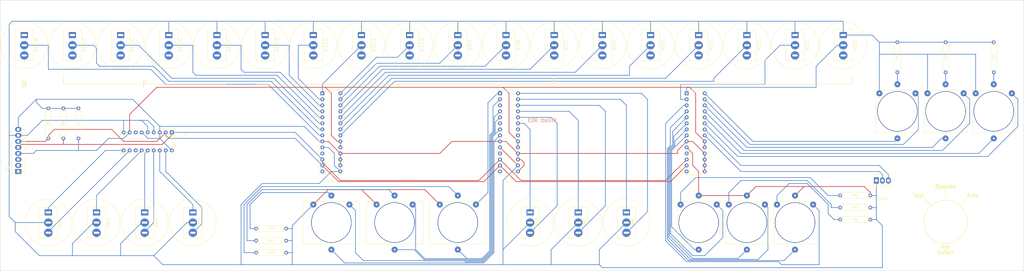
<source format=kicad_pcb>
(kicad_pcb (version 4) (host pcbnew 4.0.5)

  (general
    (links 146)
    (no_connects 0)
    (area 18.974999 38.024999 450.925001 152.475001)
    (thickness 1.6)
    (drawings 25)
    (tracks 524)
    (zones 0)
    (modules 52)
    (nets 77)
  )

  (page A2)
  (layers
    (0 F.Cu signal)
    (31 B.Cu signal)
    (32 B.Adhes user hide)
    (33 F.Adhes user hide)
    (34 B.Paste user hide)
    (35 F.Paste user hide)
    (36 B.SilkS user)
    (37 F.SilkS user)
    (38 B.Mask user)
    (39 F.Mask user)
    (40 Dwgs.User user hide)
    (41 Cmts.User user hide)
    (42 Eco1.User user hide)
    (43 Eco2.User user hide)
    (44 Edge.Cuts user)
    (45 Margin user)
    (46 B.CrtYd user hide)
    (47 F.CrtYd user hide)
    (48 B.Fab user hide)
    (49 F.Fab user hide)
  )

  (setup
    (last_trace_width 0.254)
    (trace_clearance 0.2)
    (zone_clearance 0.508)
    (zone_45_only no)
    (trace_min 0.2)
    (segment_width 0.2)
    (edge_width 0.15)
    (via_size 0.6)
    (via_drill 0.4)
    (via_min_size 0.4)
    (via_min_drill 0.3)
    (uvia_size 0.3)
    (uvia_drill 0.1)
    (uvias_allowed no)
    (uvia_min_size 0.2)
    (uvia_min_drill 0.1)
    (pcb_text_width 0.3)
    (pcb_text_size 1.5 1.5)
    (mod_edge_width 0.15)
    (mod_text_size 1.524 1.524)
    (mod_text_width 0.1524)
    (pad_size 1.524 1.524)
    (pad_drill 0.762)
    (pad_to_mask_clearance 0.2)
    (aux_axis_origin 19.05 38.1)
    (visible_elements 7FFFEFFF)
    (pcbplotparams
      (layerselection 0x010f0_80000001)
      (usegerberextensions false)
      (excludeedgelayer true)
      (linewidth 0.100000)
      (plotframeref false)
      (viasonmask false)
      (mode 1)
      (useauxorigin false)
      (hpglpennumber 1)
      (hpglpenspeed 20)
      (hpglpendiameter 15)
      (hpglpenoverlay 2)
      (psnegative false)
      (psa4output false)
      (plotreference true)
      (plotvalue true)
      (plotinvisibletext false)
      (padsonsilk false)
      (subtractmaskfromsilk false)
      (outputformat 1)
      (mirror false)
      (drillshape 0)
      (scaleselection 1)
      (outputdirectory ""))
  )

  (net 0 "")
  (net 1 "Net-(P1-Pad1)")
  (net 2 "Net-(P1-Pad2)")
  (net 3 "Net-(P1-Pad3)")
  (net 4 "Net-(P1-Pad4)")
  (net 5 "Net-(P1-Pad5)")
  (net 6 "Net-(P1-Pad6)")
  (net 7 0V)
  (net 8 +5V)
  (net 9 "Net-(R1-Pad1)")
  (net 10 "Net-(R2-Pad2)")
  (net 11 "Net-(R3-Pad2)")
  (net 12 "Net-(R4-Pad2)")
  (net 13 "Net-(R5-Pad2)")
  (net 14 "Net-(R6-Pad2)")
  (net 15 "Net-(R10-Pad2)")
  (net 16 "Net-(SW1-Pad4)")
  (net 17 "Net-(SW1-Pad2)")
  (net 18 "Net-(SW2-Pad4)")
  (net 19 "Net-(SW2-Pad2)")
  (net 20 "Net-(SW3-Pad4)")
  (net 21 "Net-(SW3-Pad2)")
  (net 22 "Net-(SW4-Pad2)")
  (net 23 "Net-(SW5-Pad4)")
  (net 24 "Net-(SW5-Pad2)")
  (net 25 "Net-(SW6-Pad4)")
  (net 26 "Net-(SW6-Pad2)")
  (net 27 "Net-(SW7-Pad4)")
  (net 28 "Net-(SW7-Pad2)")
  (net 29 "Net-(SW8-Pad2)")
  (net 30 "Net-(SW9-Pad2)")
  (net 31 "Net-(SW10-Pad2)")
  (net 32 "Net-(SW11-Pad4)")
  (net 33 "Net-(SW11-Pad2)")
  (net 34 "Net-(U1-Pad1)")
  (net 35 "Net-(U1-Pad2)")
  (net 36 "Net-(U2-Pad1)")
  (net 37 "Net-(U2-Pad2)")
  (net 38 "Net-(U2-Pad3)")
  (net 39 "Net-(U2-Pad4)")
  (net 40 "Net-(U2-Pad5)")
  (net 41 "Net-(U2-Pad6)")
  (net 42 "Net-(U2-Pad7)")
  (net 43 "Net-(U2-Pad21)")
  (net 44 "Net-(U2-Pad8)")
  (net 45 "Net-(U2-Pad22)")
  (net 46 "Net-(U2-Pad23)")
  (net 47 "Net-(U2-Pad24)")
  (net 48 "Net-(U2-Pad25)")
  (net 49 "Net-(U2-Pad26)")
  (net 50 "Net-(U2-Pad27)")
  (net 51 "Net-(U2-Pad28)")
  (net 52 "Net-(U3-Pad3)")
  (net 53 "Net-(U3-Pad6)")
  (net 54 "Net-(SW4-Pad3)")
  (net 55 "Net-(SW8-Pad3)")
  (net 56 "Net-(SW9-Pad3)")
  (net 57 "Net-(SW10-Pad3)")
  (net 58 "Net-(R11-Pad2)")
  (net 59 "Net-(R12-Pad2)")
  (net 60 "Net-(SW12-Pad4)")
  (net 61 "Net-(SW12-Pad2)")
  (net 62 "Net-(SW13-Pad4)")
  (net 63 "Net-(SW13-Pad2)")
  (net 64 "Net-(SW14-Pad2)")
  (net 65 "Net-(SW14-Pad3)")
  (net 66 "Net-(SW15-Pad2)")
  (net 67 "Net-(SW15-Pad3)")
  (net 68 "Net-(SW16-Pad2)")
  (net 69 "Net-(SW17-Pad2)")
  (net 70 "Net-(U3-Pad21)")
  (net 71 "Net-(U3-Pad22)")
  (net 72 "Net-(SW17-Pad3)")
  (net 73 "Net-(U4-Pad12)")
  (net 74 "Net-(WG16-Pad2)")
  (net 75 "Net-(WG17-Pad2)")
  (net 76 "Net-(WG18-Pad2)")

  (net_class Default "This is the default net class."
    (clearance 0.2)
    (trace_width 0.254)
    (via_dia 0.6)
    (via_drill 0.4)
    (uvia_dia 0.3)
    (uvia_drill 0.1)
    (add_net +5V)
    (add_net 0V)
    (add_net "Net-(P1-Pad1)")
    (add_net "Net-(P1-Pad2)")
    (add_net "Net-(P1-Pad3)")
    (add_net "Net-(P1-Pad4)")
    (add_net "Net-(P1-Pad5)")
    (add_net "Net-(P1-Pad6)")
    (add_net "Net-(R1-Pad1)")
    (add_net "Net-(R10-Pad2)")
    (add_net "Net-(R11-Pad2)")
    (add_net "Net-(R12-Pad2)")
    (add_net "Net-(R2-Pad2)")
    (add_net "Net-(R3-Pad2)")
    (add_net "Net-(R4-Pad2)")
    (add_net "Net-(R5-Pad2)")
    (add_net "Net-(R6-Pad2)")
    (add_net "Net-(SW1-Pad2)")
    (add_net "Net-(SW1-Pad4)")
    (add_net "Net-(SW10-Pad2)")
    (add_net "Net-(SW10-Pad3)")
    (add_net "Net-(SW11-Pad2)")
    (add_net "Net-(SW11-Pad4)")
    (add_net "Net-(SW12-Pad2)")
    (add_net "Net-(SW12-Pad4)")
    (add_net "Net-(SW13-Pad2)")
    (add_net "Net-(SW13-Pad4)")
    (add_net "Net-(SW14-Pad2)")
    (add_net "Net-(SW14-Pad3)")
    (add_net "Net-(SW15-Pad2)")
    (add_net "Net-(SW15-Pad3)")
    (add_net "Net-(SW16-Pad2)")
    (add_net "Net-(SW17-Pad2)")
    (add_net "Net-(SW17-Pad3)")
    (add_net "Net-(SW2-Pad2)")
    (add_net "Net-(SW2-Pad4)")
    (add_net "Net-(SW3-Pad2)")
    (add_net "Net-(SW3-Pad4)")
    (add_net "Net-(SW4-Pad2)")
    (add_net "Net-(SW4-Pad3)")
    (add_net "Net-(SW5-Pad2)")
    (add_net "Net-(SW5-Pad4)")
    (add_net "Net-(SW6-Pad2)")
    (add_net "Net-(SW6-Pad4)")
    (add_net "Net-(SW7-Pad2)")
    (add_net "Net-(SW7-Pad4)")
    (add_net "Net-(SW8-Pad2)")
    (add_net "Net-(SW8-Pad3)")
    (add_net "Net-(SW9-Pad2)")
    (add_net "Net-(SW9-Pad3)")
    (add_net "Net-(U1-Pad1)")
    (add_net "Net-(U1-Pad2)")
    (add_net "Net-(U2-Pad1)")
    (add_net "Net-(U2-Pad2)")
    (add_net "Net-(U2-Pad21)")
    (add_net "Net-(U2-Pad22)")
    (add_net "Net-(U2-Pad23)")
    (add_net "Net-(U2-Pad24)")
    (add_net "Net-(U2-Pad25)")
    (add_net "Net-(U2-Pad26)")
    (add_net "Net-(U2-Pad27)")
    (add_net "Net-(U2-Pad28)")
    (add_net "Net-(U2-Pad3)")
    (add_net "Net-(U2-Pad4)")
    (add_net "Net-(U2-Pad5)")
    (add_net "Net-(U2-Pad6)")
    (add_net "Net-(U2-Pad7)")
    (add_net "Net-(U2-Pad8)")
    (add_net "Net-(U3-Pad21)")
    (add_net "Net-(U3-Pad22)")
    (add_net "Net-(U3-Pad3)")
    (add_net "Net-(U3-Pad6)")
    (add_net "Net-(U4-Pad12)")
    (add_net "Net-(WG16-Pad2)")
    (add_net "Net-(WG17-Pad2)")
    (add_net "Net-(WG18-Pad2)")
  )

  (net_class Track ""
    (clearance 0.254)
    (trace_width 0.508)
    (via_dia 0.6)
    (via_drill 0.4)
    (uvia_dia 0.3)
    (uvia_drill 0.1)
  )

  (module Housings_DIP:DIP-18_W7.62mm_Socket (layer F.Cu) (tedit 58D3F2CA) (tstamp 58C22C73)
    (at 91.44 93.98 270)
    (descr "18-lead dip package, row spacing 7.62 mm (300 mils), Socket")
    (tags "DIL DIP PDIP 2.54mm 7.62mm 300mil Socket")
    (path /58BE81EA)
    (fp_text reference U4 (at 1.27 -5.08 360) (layer F.SilkS)
      (effects (font (thickness 0.1524)))
    )
    (fp_text value MCP23008 (at 3.81 10.16 360) (layer F.Fab)
      (effects (font (thickness 0.1524)))
    )
    (fp_arc (start 3.81 -1.39) (end 2.81 -1.39) (angle -180) (layer F.SilkS) (width 0.12))
    (fp_line (start 1.635 -1.27) (end 6.985 -1.27) (layer F.Fab) (width 0.1))
    (fp_line (start 6.985 -1.27) (end 6.985 21.59) (layer F.Fab) (width 0.1))
    (fp_line (start 6.985 21.59) (end 0.635 21.59) (layer F.Fab) (width 0.1))
    (fp_line (start 0.635 21.59) (end 0.635 -0.27) (layer F.Fab) (width 0.1))
    (fp_line (start 0.635 -0.27) (end 1.635 -1.27) (layer F.Fab) (width 0.1))
    (fp_line (start -1.27 -1.27) (end -1.27 21.59) (layer F.Fab) (width 0.1))
    (fp_line (start -1.27 21.59) (end 8.89 21.59) (layer F.Fab) (width 0.1))
    (fp_line (start 8.89 21.59) (end 8.89 -1.27) (layer F.Fab) (width 0.1))
    (fp_line (start 8.89 -1.27) (end -1.27 -1.27) (layer F.Fab) (width 0.1))
    (fp_line (start 2.81 -1.39) (end 1.04 -1.39) (layer F.SilkS) (width 0.12))
    (fp_line (start 1.04 -1.39) (end 1.04 21.71) (layer F.SilkS) (width 0.12))
    (fp_line (start 1.04 21.71) (end 6.58 21.71) (layer F.SilkS) (width 0.12))
    (fp_line (start 6.58 21.71) (end 6.58 -1.39) (layer F.SilkS) (width 0.12))
    (fp_line (start 6.58 -1.39) (end 4.81 -1.39) (layer F.SilkS) (width 0.12))
    (fp_line (start -1.39 -1.39) (end -1.39 21.71) (layer F.SilkS) (width 0.12))
    (fp_line (start -1.39 21.71) (end 9.01 21.71) (layer F.SilkS) (width 0.12))
    (fp_line (start 9.01 21.71) (end 9.01 -1.39) (layer F.SilkS) (width 0.12))
    (fp_line (start 9.01 -1.39) (end -1.39 -1.39) (layer F.SilkS) (width 0.12))
    (fp_line (start -1.7 -1.7) (end -1.7 22) (layer F.CrtYd) (width 0.05))
    (fp_line (start -1.7 22) (end 9.3 22) (layer F.CrtYd) (width 0.05))
    (fp_line (start 9.3 22) (end 9.3 -1.7) (layer F.CrtYd) (width 0.05))
    (fp_line (start 9.3 -1.7) (end -1.7 -1.7) (layer F.CrtYd) (width 0.05))
    (pad 1 thru_hole rect (at 0 0 270) (size 1.6 1.6) (drill 0.8) (layers *.Cu *.Mask)
      (net 5 "Net-(P1-Pad5)"))
    (pad 10 thru_hole oval (at 7.62 20.32 270) (size 1.6 1.6) (drill 0.8) (layers *.Cu *.Mask)
      (net 69 "Net-(SW17-Pad2)"))
    (pad 2 thru_hole oval (at 0 2.54 270) (size 1.6 1.6) (drill 0.8) (layers *.Cu *.Mask)
      (net 6 "Net-(P1-Pad6)"))
    (pad 11 thru_hole oval (at 7.62 17.78 270) (size 1.6 1.6) (drill 0.8) (layers *.Cu *.Mask)
      (net 72 "Net-(SW17-Pad3)"))
    (pad 3 thru_hole oval (at 0 5.08 270) (size 1.6 1.6) (drill 0.8) (layers *.Cu *.Mask)
      (net 8 +5V))
    (pad 12 thru_hole oval (at 7.62 15.24 270) (size 1.6 1.6) (drill 0.8) (layers *.Cu *.Mask)
      (net 73 "Net-(U4-Pad12)"))
    (pad 4 thru_hole oval (at 0 7.62 270) (size 1.6 1.6) (drill 0.8) (layers *.Cu *.Mask)
      (net 7 0V))
    (pad 13 thru_hole oval (at 7.62 12.7 270) (size 1.6 1.6) (drill 0.8) (layers *.Cu *.Mask)
      (net 68 "Net-(SW16-Pad2)"))
    (pad 5 thru_hole oval (at 0 10.16 270) (size 1.6 1.6) (drill 0.8) (layers *.Cu *.Mask)
      (net 7 0V))
    (pad 14 thru_hole oval (at 7.62 10.16 270) (size 1.6 1.6) (drill 0.8) (layers *.Cu *.Mask)
      (net 66 "Net-(SW15-Pad2)"))
    (pad 6 thru_hole oval (at 0 12.7 270) (size 1.6 1.6) (drill 0.8) (layers *.Cu *.Mask)
      (net 8 +5V))
    (pad 15 thru_hole oval (at 7.62 7.62 270) (size 1.6 1.6) (drill 0.8) (layers *.Cu *.Mask)
      (net 67 "Net-(SW15-Pad3)"))
    (pad 7 thru_hole oval (at 0 15.24 270) (size 1.6 1.6) (drill 0.8) (layers *.Cu *.Mask))
    (pad 16 thru_hole oval (at 7.62 5.08 270) (size 1.6 1.6) (drill 0.8) (layers *.Cu *.Mask)
      (net 64 "Net-(SW14-Pad2)"))
    (pad 8 thru_hole oval (at 0 17.78 270) (size 1.6 1.6) (drill 0.8) (layers *.Cu *.Mask)
      (net 4 "Net-(P1-Pad4)"))
    (pad 17 thru_hole oval (at 7.62 2.54 270) (size 1.6 1.6) (drill 0.8) (layers *.Cu *.Mask)
      (net 65 "Net-(SW14-Pad3)"))
    (pad 9 thru_hole oval (at 0 20.32 270) (size 1.6 1.6) (drill 0.8) (layers *.Cu *.Mask)
      (net 7 0V))
    (pad 18 thru_hole oval (at 7.62 0 270) (size 1.6 1.6) (drill 0.8) (layers *.Cu *.Mask)
      (net 8 +5V))
    (model Housings_DIP.3dshapes/DIP-18_W7.62mm_Socket.wrl
      (at (xyz 0 0 0))
      (scale (xyz 1 1 1))
      (rotate (xyz 0 0 0))
    )
  )

  (module Elliott:SW_SPST_Toggle (layer F.Cu) (tedit 58D3F230) (tstamp 58C63530)
    (at 80.01 132.08 270)
    (tags "Switch Micro SPST")
    (path /58C40CE7)
    (fp_text reference SW15 (at 0 -5.08 270) (layer F.SilkS)
      (effects (font (size 1 1) (thickness 0.15)))
    )
    (fp_text value Enter (at -13.97 0 360) (layer F.Fab)
      (effects (font (thickness 0.1524)))
    )
    (fp_circle (center 0 0) (end 9.9 0) (layer F.SilkS) (width 0.15))
    (fp_line (start -6.5 3.9) (end -6.5 -3.9) (layer F.SilkS) (width 0.15))
    (fp_line (start -6.5 -3.9) (end 6.5 -3.9) (layer F.SilkS) (width 0.15))
    (fp_line (start 6.5 -3.9) (end 6.5 3.9) (layer F.SilkS) (width 0.15))
    (fp_line (start 6.5 3.9) (end -6.5 3.9) (layer F.SilkS) (width 0.15))
    (pad 2 thru_hole rect (at -4.3 0 270) (size 2.5 3) (drill oval 0.9 2.3) (layers *.Cu *.Mask)
      (net 66 "Net-(SW15-Pad2)"))
    (pad 1 thru_hole circle (at 0 0 270) (size 3.5 3.5) (drill oval 0.9 2.3) (layers *.Cu *.Mask)
      (net 7 0V))
    (pad 3 thru_hole circle (at 4.3 0 270) (size 3.5 3.5) (drill oval 0.9 2.3) (layers *.Cu *.Mask)
      (net 67 "Net-(SW15-Pad3)"))
    (model Buttons_Switches_ThroughHole.3dshapes/SW_Micro_SPST.wrl
      (at (xyz 0 0 0))
      (scale (xyz 0.33 0.33 0.33))
      (rotate (xyz 0 0 0))
    )
  )

  (module Elliott:SW_SPST_Toggle (layer F.Cu) (tedit 58D3F226) (tstamp 58C6353A)
    (at 59.69 132.08 270)
    (tags "Switch Micro SPST")
    (path /58C40E0F)
    (fp_text reference SW16 (at 0 -5.08 270) (layer F.SilkS)
      (effects (font (size 1 1) (thickness 0.15)))
    )
    (fp_text value "Cycle Repeat" (at -13.97 0 360) (layer F.Fab)
      (effects (font (thickness 0.1524)))
    )
    (fp_circle (center 0 0) (end 9.9 0) (layer F.SilkS) (width 0.15))
    (fp_line (start -6.5 3.9) (end -6.5 -3.9) (layer F.SilkS) (width 0.15))
    (fp_line (start -6.5 -3.9) (end 6.5 -3.9) (layer F.SilkS) (width 0.15))
    (fp_line (start 6.5 -3.9) (end 6.5 3.9) (layer F.SilkS) (width 0.15))
    (fp_line (start 6.5 3.9) (end -6.5 3.9) (layer F.SilkS) (width 0.15))
    (pad 2 thru_hole rect (at -4.3 0 270) (size 2.5 3) (drill oval 0.9 2.3) (layers *.Cu *.Mask)
      (net 68 "Net-(SW16-Pad2)"))
    (pad 1 thru_hole circle (at 0 0 270) (size 3.5 3.5) (drill oval 0.9 2.3) (layers *.Cu *.Mask)
      (net 7 0V))
    (pad 3 thru_hole circle (at 4.3 0 270) (size 3.5 3.5) (drill oval 0.9 2.3) (layers *.Cu *.Mask))
    (model Buttons_Switches_ThroughHole.3dshapes/SW_Micro_SPST.wrl
      (at (xyz 0 0 0))
      (scale (xyz 0.33 0.33 0.33))
      (rotate (xyz 0 0 0))
    )
  )

  (module Connectors_Molex:Molex_KK-6410-08_08x2.54mm_Straight (layer F.Cu) (tedit 56C6219D) (tstamp 58C107A7)
    (at 26.67 110.49 90)
    (descr "Connector Headers with Friction Lock, 22-27-2081, http://www.molex.com/pdm_docs/sd/022272021_sd.pdf")
    (tags "connector molex kk_6410 22-27-2081")
    (path /58B0A17B)
    (fp_text reference P1 (at 1 -4.5 90) (layer F.SilkS)
      (effects (font (thickness 0.1524)))
    )
    (fp_text value CONN_01X08 (at 8.89 4.5 90) (layer F.Fab)
      (effects (font (thickness 0.1524)))
    )
    (fp_line (start -1.37 -3.02) (end -1.37 2.98) (layer F.SilkS) (width 0.12))
    (fp_line (start -1.37 2.98) (end 19.15 2.98) (layer F.SilkS) (width 0.12))
    (fp_line (start 19.15 2.98) (end 19.15 -3.02) (layer F.SilkS) (width 0.12))
    (fp_line (start 19.15 -3.02) (end -1.37 -3.02) (layer F.SilkS) (width 0.12))
    (fp_line (start 0 2.98) (end 0 1.98) (layer F.SilkS) (width 0.12))
    (fp_line (start 0 1.98) (end 5.08 1.98) (layer F.SilkS) (width 0.12))
    (fp_line (start 5.08 1.98) (end 5.08 2.98) (layer F.SilkS) (width 0.12))
    (fp_line (start 0 1.98) (end 0.25 1.55) (layer F.SilkS) (width 0.12))
    (fp_line (start 0.25 1.55) (end 5.08 1.55) (layer F.SilkS) (width 0.12))
    (fp_line (start 5.08 1.55) (end 5.08 1.98) (layer F.SilkS) (width 0.12))
    (fp_line (start 0.25 2.98) (end 0.25 1.98) (layer F.SilkS) (width 0.12))
    (fp_line (start 17.78 2.98) (end 17.78 1.98) (layer F.SilkS) (width 0.12))
    (fp_line (start 17.78 1.98) (end 12.7 1.98) (layer F.SilkS) (width 0.12))
    (fp_line (start 12.7 1.98) (end 12.7 2.98) (layer F.SilkS) (width 0.12))
    (fp_line (start 17.78 1.98) (end 17.53 1.55) (layer F.SilkS) (width 0.12))
    (fp_line (start 17.53 1.55) (end 12.7 1.55) (layer F.SilkS) (width 0.12))
    (fp_line (start 12.7 1.55) (end 12.7 1.98) (layer F.SilkS) (width 0.12))
    (fp_line (start 17.53 2.98) (end 17.53 1.98) (layer F.SilkS) (width 0.12))
    (fp_line (start -0.8 -3.02) (end -0.8 -2.4) (layer F.SilkS) (width 0.12))
    (fp_line (start -0.8 -2.4) (end 0.8 -2.4) (layer F.SilkS) (width 0.12))
    (fp_line (start 0.8 -2.4) (end 0.8 -3.02) (layer F.SilkS) (width 0.12))
    (fp_line (start 1.74 -3.02) (end 1.74 -2.4) (layer F.SilkS) (width 0.12))
    (fp_line (start 1.74 -2.4) (end 3.34 -2.4) (layer F.SilkS) (width 0.12))
    (fp_line (start 3.34 -2.4) (end 3.34 -3.02) (layer F.SilkS) (width 0.12))
    (fp_line (start 4.28 -3.02) (end 4.28 -2.4) (layer F.SilkS) (width 0.12))
    (fp_line (start 4.28 -2.4) (end 5.88 -2.4) (layer F.SilkS) (width 0.12))
    (fp_line (start 5.88 -2.4) (end 5.88 -3.02) (layer F.SilkS) (width 0.12))
    (fp_line (start 6.82 -3.02) (end 6.82 -2.4) (layer F.SilkS) (width 0.12))
    (fp_line (start 6.82 -2.4) (end 8.42 -2.4) (layer F.SilkS) (width 0.12))
    (fp_line (start 8.42 -2.4) (end 8.42 -3.02) (layer F.SilkS) (width 0.12))
    (fp_line (start 9.36 -3.02) (end 9.36 -2.4) (layer F.SilkS) (width 0.12))
    (fp_line (start 9.36 -2.4) (end 10.96 -2.4) (layer F.SilkS) (width 0.12))
    (fp_line (start 10.96 -2.4) (end 10.96 -3.02) (layer F.SilkS) (width 0.12))
    (fp_line (start 11.9 -3.02) (end 11.9 -2.4) (layer F.SilkS) (width 0.12))
    (fp_line (start 11.9 -2.4) (end 13.5 -2.4) (layer F.SilkS) (width 0.12))
    (fp_line (start 13.5 -2.4) (end 13.5 -3.02) (layer F.SilkS) (width 0.12))
    (fp_line (start 14.44 -3.02) (end 14.44 -2.4) (layer F.SilkS) (width 0.12))
    (fp_line (start 14.44 -2.4) (end 16.04 -2.4) (layer F.SilkS) (width 0.12))
    (fp_line (start 16.04 -2.4) (end 16.04 -3.02) (layer F.SilkS) (width 0.12))
    (fp_line (start 16.98 -3.02) (end 16.98 -2.4) (layer F.SilkS) (width 0.12))
    (fp_line (start 16.98 -2.4) (end 18.58 -2.4) (layer F.SilkS) (width 0.12))
    (fp_line (start 18.58 -2.4) (end 18.58 -3.02) (layer F.SilkS) (width 0.12))
    (fp_line (start -1.9 3.5) (end -1.9 -3.55) (layer F.CrtYd) (width 0.05))
    (fp_line (start -1.9 -3.55) (end 19.7 -3.55) (layer F.CrtYd) (width 0.05))
    (fp_line (start 19.7 -3.55) (end 19.7 3.5) (layer F.CrtYd) (width 0.05))
    (fp_line (start 19.7 3.5) (end -1.9 3.5) (layer F.CrtYd) (width 0.05))
    (pad 1 thru_hole rect (at 0 0 90) (size 2 2.6) (drill 1.2) (layers *.Cu *.Mask)
      (net 1 "Net-(P1-Pad1)"))
    (pad 2 thru_hole oval (at 2.54 0 90) (size 2 2.6) (drill 1.2) (layers *.Cu *.Mask)
      (net 2 "Net-(P1-Pad2)"))
    (pad 3 thru_hole oval (at 5.08 0 90) (size 2 2.6) (drill 1.2) (layers *.Cu *.Mask)
      (net 3 "Net-(P1-Pad3)"))
    (pad 4 thru_hole oval (at 7.62 0 90) (size 2 2.6) (drill 1.2) (layers *.Cu *.Mask)
      (net 4 "Net-(P1-Pad4)"))
    (pad 5 thru_hole oval (at 10.16 0 90) (size 2 2.6) (drill 1.2) (layers *.Cu *.Mask)
      (net 5 "Net-(P1-Pad5)"))
    (pad 6 thru_hole oval (at 12.7 0 90) (size 2 2.6) (drill 1.2) (layers *.Cu *.Mask)
      (net 6 "Net-(P1-Pad6)"))
    (pad 7 thru_hole oval (at 15.24 0 90) (size 2 2.6) (drill 1.2) (layers *.Cu *.Mask)
      (net 7 0V))
    (pad 8 thru_hole oval (at 17.78 0 90) (size 2 2.6) (drill 1.2) (layers *.Cu *.Mask)
      (net 8 +5V))
  )

  (module Housings_DIP:DIP-28_W7.62mm_Socket (layer F.Cu) (tedit 58D3F328) (tstamp 58C10873)
    (at 308.61 77.47)
    (descr "28-lead dip package, row spacing 7.62 mm (300 mils), Socket")
    (tags "DIL DIP PDIP 2.54mm 7.62mm 300mil Socket")
    (path /58A9C292)
    (fp_text reference U1 (at 3.81 36.83) (layer F.SilkS)
      (effects (font (thickness 0.1524)))
    )
    (fp_text value MCP23017 (at 3.81 16.51 90) (layer F.Fab)
      (effects (font (thickness 0.1524)))
    )
    (fp_arc (start 3.81 -1.39) (end 2.81 -1.39) (angle -180) (layer F.SilkS) (width 0.12))
    (fp_line (start 1.635 -1.27) (end 6.985 -1.27) (layer F.Fab) (width 0.1))
    (fp_line (start 6.985 -1.27) (end 6.985 34.29) (layer F.Fab) (width 0.1))
    (fp_line (start 6.985 34.29) (end 0.635 34.29) (layer F.Fab) (width 0.1))
    (fp_line (start 0.635 34.29) (end 0.635 -0.27) (layer F.Fab) (width 0.1))
    (fp_line (start 0.635 -0.27) (end 1.635 -1.27) (layer F.Fab) (width 0.1))
    (fp_line (start -1.27 -1.27) (end -1.27 34.29) (layer F.Fab) (width 0.1))
    (fp_line (start -1.27 34.29) (end 8.89 34.29) (layer F.Fab) (width 0.1))
    (fp_line (start 8.89 34.29) (end 8.89 -1.27) (layer F.Fab) (width 0.1))
    (fp_line (start 8.89 -1.27) (end -1.27 -1.27) (layer F.Fab) (width 0.1))
    (fp_line (start 2.81 -1.39) (end 1.04 -1.39) (layer F.SilkS) (width 0.12))
    (fp_line (start 1.04 -1.39) (end 1.04 34.41) (layer F.SilkS) (width 0.12))
    (fp_line (start 1.04 34.41) (end 6.58 34.41) (layer F.SilkS) (width 0.12))
    (fp_line (start 6.58 34.41) (end 6.58 -1.39) (layer F.SilkS) (width 0.12))
    (fp_line (start 6.58 -1.39) (end 4.81 -1.39) (layer F.SilkS) (width 0.12))
    (fp_line (start -1.39 -1.39) (end -1.39 34.41) (layer F.SilkS) (width 0.12))
    (fp_line (start -1.39 34.41) (end 9.01 34.41) (layer F.SilkS) (width 0.12))
    (fp_line (start 9.01 34.41) (end 9.01 -1.39) (layer F.SilkS) (width 0.12))
    (fp_line (start 9.01 -1.39) (end -1.39 -1.39) (layer F.SilkS) (width 0.12))
    (fp_line (start -1.7 -1.7) (end -1.7 34.7) (layer F.CrtYd) (width 0.05))
    (fp_line (start -1.7 34.7) (end 9.3 34.7) (layer F.CrtYd) (width 0.05))
    (fp_line (start 9.3 34.7) (end 9.3 -1.7) (layer F.CrtYd) (width 0.05))
    (fp_line (start 9.3 -1.7) (end -1.7 -1.7) (layer F.CrtYd) (width 0.05))
    (pad 1 thru_hole rect (at 0 0) (size 1.6 1.6) (drill 0.8) (layers *.Cu *.Mask)
      (net 34 "Net-(U1-Pad1)"))
    (pad 15 thru_hole oval (at 7.62 33.02) (size 1.6 1.6) (drill 0.8) (layers *.Cu *.Mask)
      (net 8 +5V))
    (pad 2 thru_hole oval (at 0 2.54) (size 1.6 1.6) (drill 0.8) (layers *.Cu *.Mask)
      (net 35 "Net-(U1-Pad2)"))
    (pad 16 thru_hole oval (at 7.62 30.48) (size 1.6 1.6) (drill 0.8) (layers *.Cu *.Mask)
      (net 8 +5V))
    (pad 3 thru_hole oval (at 0 5.08) (size 1.6 1.6) (drill 0.8) (layers *.Cu *.Mask)
      (net 24 "Net-(SW5-Pad2)"))
    (pad 17 thru_hole oval (at 7.62 27.94) (size 1.6 1.6) (drill 0.8) (layers *.Cu *.Mask)
      (net 8 +5V))
    (pad 4 thru_hole oval (at 0 7.62) (size 1.6 1.6) (drill 0.8) (layers *.Cu *.Mask)
      (net 23 "Net-(SW5-Pad4)"))
    (pad 18 thru_hole oval (at 7.62 25.4) (size 1.6 1.6) (drill 0.8) (layers *.Cu *.Mask)
      (net 8 +5V))
    (pad 5 thru_hole oval (at 0 10.16) (size 1.6 1.6) (drill 0.8) (layers *.Cu *.Mask)
      (net 26 "Net-(SW6-Pad2)"))
    (pad 19 thru_hole oval (at 7.62 22.86) (size 1.6 1.6) (drill 0.8) (layers *.Cu *.Mask)
      (net 4 "Net-(P1-Pad4)"))
    (pad 6 thru_hole oval (at 0 12.7) (size 1.6 1.6) (drill 0.8) (layers *.Cu *.Mask)
      (net 25 "Net-(SW6-Pad4)"))
    (pad 20 thru_hole oval (at 7.62 20.32) (size 1.6 1.6) (drill 0.8) (layers *.Cu *.Mask)
      (net 4 "Net-(P1-Pad4)"))
    (pad 7 thru_hole oval (at 0 15.24) (size 1.6 1.6) (drill 0.8) (layers *.Cu *.Mask)
      (net 28 "Net-(SW7-Pad2)"))
    (pad 21 thru_hole oval (at 7.62 17.78) (size 1.6 1.6) (drill 0.8) (layers *.Cu *.Mask)
      (net 22 "Net-(SW4-Pad2)"))
    (pad 8 thru_hole oval (at 0 17.78) (size 1.6 1.6) (drill 0.8) (layers *.Cu *.Mask)
      (net 27 "Net-(SW7-Pad4)"))
    (pad 22 thru_hole oval (at 7.62 15.24) (size 1.6 1.6) (drill 0.8) (layers *.Cu *.Mask)
      (net 54 "Net-(SW4-Pad3)"))
    (pad 9 thru_hole oval (at 0 20.32) (size 1.6 1.6) (drill 0.8) (layers *.Cu *.Mask)
      (net 8 +5V))
    (pad 23 thru_hole oval (at 7.62 12.7) (size 1.6 1.6) (drill 0.8) (layers *.Cu *.Mask)
      (net 21 "Net-(SW3-Pad2)"))
    (pad 10 thru_hole oval (at 0 22.86) (size 1.6 1.6) (drill 0.8) (layers *.Cu *.Mask)
      (net 7 0V))
    (pad 24 thru_hole oval (at 7.62 10.16) (size 1.6 1.6) (drill 0.8) (layers *.Cu *.Mask)
      (net 20 "Net-(SW3-Pad4)"))
    (pad 11 thru_hole oval (at 0 25.4) (size 1.6 1.6) (drill 0.8) (layers *.Cu *.Mask))
    (pad 25 thru_hole oval (at 7.62 7.62) (size 1.6 1.6) (drill 0.8) (layers *.Cu *.Mask)
      (net 19 "Net-(SW2-Pad2)"))
    (pad 12 thru_hole oval (at 0 27.94) (size 1.6 1.6) (drill 0.8) (layers *.Cu *.Mask)
      (net 5 "Net-(P1-Pad5)"))
    (pad 26 thru_hole oval (at 7.62 5.08) (size 1.6 1.6) (drill 0.8) (layers *.Cu *.Mask)
      (net 18 "Net-(SW2-Pad4)"))
    (pad 13 thru_hole oval (at 0 30.48) (size 1.6 1.6) (drill 0.8) (layers *.Cu *.Mask)
      (net 6 "Net-(P1-Pad6)"))
    (pad 27 thru_hole oval (at 7.62 2.54) (size 1.6 1.6) (drill 0.8) (layers *.Cu *.Mask)
      (net 17 "Net-(SW1-Pad2)"))
    (pad 14 thru_hole oval (at 0 33.02) (size 1.6 1.6) (drill 0.8) (layers *.Cu *.Mask))
    (pad 28 thru_hole oval (at 7.62 0) (size 1.6 1.6) (drill 0.8) (layers *.Cu *.Mask)
      (net 16 "Net-(SW1-Pad4)"))
    (model Housings_DIP.3dshapes/DIP-28_W7.62mm_Socket.wrl
      (at (xyz 0 0 0))
      (scale (xyz 1 1 1))
      (rotate (xyz 0 0 0))
    )
  )

  (module Housings_DIP:DIP-28_W7.62mm_Socket (layer F.Cu) (tedit 58D3F341) (tstamp 58C10893)
    (at 154.94 77.47)
    (descr "28-lead dip package, row spacing 7.62 mm (300 mils), Socket")
    (tags "DIL DIP PDIP 2.54mm 7.62mm 300mil Socket")
    (path /58AAA28A)
    (fp_text reference U2 (at 3.81 36.83) (layer F.SilkS)
      (effects (font (thickness 0.1524)))
    )
    (fp_text value MCP23017 (at 3.81 16.51 90) (layer F.Fab)
      (effects (font (thickness 0.1524)))
    )
    (fp_arc (start 3.81 -1.39) (end 2.81 -1.39) (angle -180) (layer F.SilkS) (width 0.12))
    (fp_line (start 1.635 -1.27) (end 6.985 -1.27) (layer F.Fab) (width 0.1))
    (fp_line (start 6.985 -1.27) (end 6.985 34.29) (layer F.Fab) (width 0.1))
    (fp_line (start 6.985 34.29) (end 0.635 34.29) (layer F.Fab) (width 0.1))
    (fp_line (start 0.635 34.29) (end 0.635 -0.27) (layer F.Fab) (width 0.1))
    (fp_line (start 0.635 -0.27) (end 1.635 -1.27) (layer F.Fab) (width 0.1))
    (fp_line (start -1.27 -1.27) (end -1.27 34.29) (layer F.Fab) (width 0.1))
    (fp_line (start -1.27 34.29) (end 8.89 34.29) (layer F.Fab) (width 0.1))
    (fp_line (start 8.89 34.29) (end 8.89 -1.27) (layer F.Fab) (width 0.1))
    (fp_line (start 8.89 -1.27) (end -1.27 -1.27) (layer F.Fab) (width 0.1))
    (fp_line (start 2.81 -1.39) (end 1.04 -1.39) (layer F.SilkS) (width 0.12))
    (fp_line (start 1.04 -1.39) (end 1.04 34.41) (layer F.SilkS) (width 0.12))
    (fp_line (start 1.04 34.41) (end 6.58 34.41) (layer F.SilkS) (width 0.12))
    (fp_line (start 6.58 34.41) (end 6.58 -1.39) (layer F.SilkS) (width 0.12))
    (fp_line (start 6.58 -1.39) (end 4.81 -1.39) (layer F.SilkS) (width 0.12))
    (fp_line (start -1.39 -1.39) (end -1.39 34.41) (layer F.SilkS) (width 0.12))
    (fp_line (start -1.39 34.41) (end 9.01 34.41) (layer F.SilkS) (width 0.12))
    (fp_line (start 9.01 34.41) (end 9.01 -1.39) (layer F.SilkS) (width 0.12))
    (fp_line (start 9.01 -1.39) (end -1.39 -1.39) (layer F.SilkS) (width 0.12))
    (fp_line (start -1.7 -1.7) (end -1.7 34.7) (layer F.CrtYd) (width 0.05))
    (fp_line (start -1.7 34.7) (end 9.3 34.7) (layer F.CrtYd) (width 0.05))
    (fp_line (start 9.3 34.7) (end 9.3 -1.7) (layer F.CrtYd) (width 0.05))
    (fp_line (start 9.3 -1.7) (end -1.7 -1.7) (layer F.CrtYd) (width 0.05))
    (pad 1 thru_hole rect (at 0 0) (size 1.6 1.6) (drill 0.8) (layers *.Cu *.Mask)
      (net 36 "Net-(U2-Pad1)"))
    (pad 15 thru_hole oval (at 7.62 33.02) (size 1.6 1.6) (drill 0.8) (layers *.Cu *.Mask)
      (net 7 0V))
    (pad 2 thru_hole oval (at 0 2.54) (size 1.6 1.6) (drill 0.8) (layers *.Cu *.Mask)
      (net 37 "Net-(U2-Pad2)"))
    (pad 16 thru_hole oval (at 7.62 30.48) (size 1.6 1.6) (drill 0.8) (layers *.Cu *.Mask)
      (net 8 +5V))
    (pad 3 thru_hole oval (at 0 5.08) (size 1.6 1.6) (drill 0.8) (layers *.Cu *.Mask)
      (net 38 "Net-(U2-Pad3)"))
    (pad 17 thru_hole oval (at 7.62 27.94) (size 1.6 1.6) (drill 0.8) (layers *.Cu *.Mask)
      (net 8 +5V))
    (pad 4 thru_hole oval (at 0 7.62) (size 1.6 1.6) (drill 0.8) (layers *.Cu *.Mask)
      (net 39 "Net-(U2-Pad4)"))
    (pad 18 thru_hole oval (at 7.62 25.4) (size 1.6 1.6) (drill 0.8) (layers *.Cu *.Mask)
      (net 8 +5V))
    (pad 5 thru_hole oval (at 0 10.16) (size 1.6 1.6) (drill 0.8) (layers *.Cu *.Mask)
      (net 40 "Net-(U2-Pad5)"))
    (pad 19 thru_hole oval (at 7.62 22.86) (size 1.6 1.6) (drill 0.8) (layers *.Cu *.Mask)
      (net 4 "Net-(P1-Pad4)"))
    (pad 6 thru_hole oval (at 0 12.7) (size 1.6 1.6) (drill 0.8) (layers *.Cu *.Mask)
      (net 41 "Net-(U2-Pad6)"))
    (pad 20 thru_hole oval (at 7.62 20.32) (size 1.6 1.6) (drill 0.8) (layers *.Cu *.Mask)
      (net 4 "Net-(P1-Pad4)"))
    (pad 7 thru_hole oval (at 0 15.24) (size 1.6 1.6) (drill 0.8) (layers *.Cu *.Mask)
      (net 42 "Net-(U2-Pad7)"))
    (pad 21 thru_hole oval (at 7.62 17.78) (size 1.6 1.6) (drill 0.8) (layers *.Cu *.Mask)
      (net 43 "Net-(U2-Pad21)"))
    (pad 8 thru_hole oval (at 0 17.78) (size 1.6 1.6) (drill 0.8) (layers *.Cu *.Mask)
      (net 44 "Net-(U2-Pad8)"))
    (pad 22 thru_hole oval (at 7.62 15.24) (size 1.6 1.6) (drill 0.8) (layers *.Cu *.Mask)
      (net 45 "Net-(U2-Pad22)"))
    (pad 9 thru_hole oval (at 0 20.32) (size 1.6 1.6) (drill 0.8) (layers *.Cu *.Mask)
      (net 8 +5V))
    (pad 23 thru_hole oval (at 7.62 12.7) (size 1.6 1.6) (drill 0.8) (layers *.Cu *.Mask)
      (net 46 "Net-(U2-Pad23)"))
    (pad 10 thru_hole oval (at 0 22.86) (size 1.6 1.6) (drill 0.8) (layers *.Cu *.Mask)
      (net 7 0V))
    (pad 24 thru_hole oval (at 7.62 10.16) (size 1.6 1.6) (drill 0.8) (layers *.Cu *.Mask)
      (net 47 "Net-(U2-Pad24)"))
    (pad 11 thru_hole oval (at 0 25.4) (size 1.6 1.6) (drill 0.8) (layers *.Cu *.Mask))
    (pad 25 thru_hole oval (at 7.62 7.62) (size 1.6 1.6) (drill 0.8) (layers *.Cu *.Mask)
      (net 48 "Net-(U2-Pad25)"))
    (pad 12 thru_hole oval (at 0 27.94) (size 1.6 1.6) (drill 0.8) (layers *.Cu *.Mask)
      (net 5 "Net-(P1-Pad5)"))
    (pad 26 thru_hole oval (at 7.62 5.08) (size 1.6 1.6) (drill 0.8) (layers *.Cu *.Mask)
      (net 49 "Net-(U2-Pad26)"))
    (pad 13 thru_hole oval (at 0 30.48) (size 1.6 1.6) (drill 0.8) (layers *.Cu *.Mask)
      (net 6 "Net-(P1-Pad6)"))
    (pad 27 thru_hole oval (at 7.62 2.54) (size 1.6 1.6) (drill 0.8) (layers *.Cu *.Mask)
      (net 50 "Net-(U2-Pad27)"))
    (pad 14 thru_hole oval (at 0 33.02) (size 1.6 1.6) (drill 0.8) (layers *.Cu *.Mask))
    (pad 28 thru_hole oval (at 7.62 0) (size 1.6 1.6) (drill 0.8) (layers *.Cu *.Mask)
      (net 51 "Net-(U2-Pad28)"))
    (model Housings_DIP.3dshapes/DIP-28_W7.62mm_Socket.wrl
      (at (xyz 0 0 0))
      (scale (xyz 1 1 1))
      (rotate (xyz 0 0 0))
    )
  )

  (module Housings_DIP:DIP-28_W7.62mm_Socket (layer F.Cu) (tedit 58D3F33A) (tstamp 58C108B3)
    (at 229.87 77.47)
    (descr "28-lead dip package, row spacing 7.62 mm (300 mils), Socket")
    (tags "DIL DIP PDIP 2.54mm 7.62mm 300mil Socket")
    (path /58BE6F84)
    (fp_text reference U3 (at 3.81 36.83) (layer F.SilkS)
      (effects (font (thickness 0.1524)))
    )
    (fp_text value MCP23017 (at 3.81 16.51 90) (layer F.Fab)
      (effects (font (thickness 0.1524)))
    )
    (fp_arc (start 3.81 -1.39) (end 2.81 -1.39) (angle -180) (layer F.SilkS) (width 0.12))
    (fp_line (start 1.635 -1.27) (end 6.985 -1.27) (layer F.Fab) (width 0.1))
    (fp_line (start 6.985 -1.27) (end 6.985 34.29) (layer F.Fab) (width 0.1))
    (fp_line (start 6.985 34.29) (end 0.635 34.29) (layer F.Fab) (width 0.1))
    (fp_line (start 0.635 34.29) (end 0.635 -0.27) (layer F.Fab) (width 0.1))
    (fp_line (start 0.635 -0.27) (end 1.635 -1.27) (layer F.Fab) (width 0.1))
    (fp_line (start -1.27 -1.27) (end -1.27 34.29) (layer F.Fab) (width 0.1))
    (fp_line (start -1.27 34.29) (end 8.89 34.29) (layer F.Fab) (width 0.1))
    (fp_line (start 8.89 34.29) (end 8.89 -1.27) (layer F.Fab) (width 0.1))
    (fp_line (start 8.89 -1.27) (end -1.27 -1.27) (layer F.Fab) (width 0.1))
    (fp_line (start 2.81 -1.39) (end 1.04 -1.39) (layer F.SilkS) (width 0.12))
    (fp_line (start 1.04 -1.39) (end 1.04 34.41) (layer F.SilkS) (width 0.12))
    (fp_line (start 1.04 34.41) (end 6.58 34.41) (layer F.SilkS) (width 0.12))
    (fp_line (start 6.58 34.41) (end 6.58 -1.39) (layer F.SilkS) (width 0.12))
    (fp_line (start 6.58 -1.39) (end 4.81 -1.39) (layer F.SilkS) (width 0.12))
    (fp_line (start -1.39 -1.39) (end -1.39 34.41) (layer F.SilkS) (width 0.12))
    (fp_line (start -1.39 34.41) (end 9.01 34.41) (layer F.SilkS) (width 0.12))
    (fp_line (start 9.01 34.41) (end 9.01 -1.39) (layer F.SilkS) (width 0.12))
    (fp_line (start 9.01 -1.39) (end -1.39 -1.39) (layer F.SilkS) (width 0.12))
    (fp_line (start -1.7 -1.7) (end -1.7 34.7) (layer F.CrtYd) (width 0.05))
    (fp_line (start -1.7 34.7) (end 9.3 34.7) (layer F.CrtYd) (width 0.05))
    (fp_line (start 9.3 34.7) (end 9.3 -1.7) (layer F.CrtYd) (width 0.05))
    (fp_line (start 9.3 -1.7) (end -1.7 -1.7) (layer F.CrtYd) (width 0.05))
    (pad 1 thru_hole rect (at 0 0) (size 1.6 1.6) (drill 0.8) (layers *.Cu *.Mask)
      (net 63 "Net-(SW13-Pad2)"))
    (pad 15 thru_hole oval (at 7.62 33.02) (size 1.6 1.6) (drill 0.8) (layers *.Cu *.Mask)
      (net 8 +5V))
    (pad 2 thru_hole oval (at 0 2.54) (size 1.6 1.6) (drill 0.8) (layers *.Cu *.Mask)
      (net 62 "Net-(SW13-Pad4)"))
    (pad 16 thru_hole oval (at 7.62 30.48) (size 1.6 1.6) (drill 0.8) (layers *.Cu *.Mask)
      (net 7 0V))
    (pad 3 thru_hole oval (at 0 5.08) (size 1.6 1.6) (drill 0.8) (layers *.Cu *.Mask)
      (net 52 "Net-(U3-Pad3)"))
    (pad 17 thru_hole oval (at 7.62 27.94) (size 1.6 1.6) (drill 0.8) (layers *.Cu *.Mask)
      (net 8 +5V))
    (pad 4 thru_hole oval (at 0 7.62) (size 1.6 1.6) (drill 0.8) (layers *.Cu *.Mask)
      (net 61 "Net-(SW12-Pad2)"))
    (pad 18 thru_hole oval (at 7.62 25.4) (size 1.6 1.6) (drill 0.8) (layers *.Cu *.Mask)
      (net 8 +5V))
    (pad 5 thru_hole oval (at 0 10.16) (size 1.6 1.6) (drill 0.8) (layers *.Cu *.Mask)
      (net 60 "Net-(SW12-Pad4)"))
    (pad 19 thru_hole oval (at 7.62 22.86) (size 1.6 1.6) (drill 0.8) (layers *.Cu *.Mask)
      (net 4 "Net-(P1-Pad4)"))
    (pad 6 thru_hole oval (at 0 12.7) (size 1.6 1.6) (drill 0.8) (layers *.Cu *.Mask)
      (net 53 "Net-(U3-Pad6)"))
    (pad 20 thru_hole oval (at 7.62 20.32) (size 1.6 1.6) (drill 0.8) (layers *.Cu *.Mask)
      (net 4 "Net-(P1-Pad4)"))
    (pad 7 thru_hole oval (at 0 15.24) (size 1.6 1.6) (drill 0.8) (layers *.Cu *.Mask)
      (net 33 "Net-(SW11-Pad2)"))
    (pad 21 thru_hole oval (at 7.62 17.78) (size 1.6 1.6) (drill 0.8) (layers *.Cu *.Mask)
      (net 70 "Net-(U3-Pad21)"))
    (pad 8 thru_hole oval (at 0 17.78) (size 1.6 1.6) (drill 0.8) (layers *.Cu *.Mask)
      (net 32 "Net-(SW11-Pad4)"))
    (pad 22 thru_hole oval (at 7.62 15.24) (size 1.6 1.6) (drill 0.8) (layers *.Cu *.Mask)
      (net 71 "Net-(U3-Pad22)"))
    (pad 9 thru_hole oval (at 0 20.32) (size 1.6 1.6) (drill 0.8) (layers *.Cu *.Mask)
      (net 8 +5V))
    (pad 23 thru_hole oval (at 7.62 12.7) (size 1.6 1.6) (drill 0.8) (layers *.Cu *.Mask)
      (net 31 "Net-(SW10-Pad2)"))
    (pad 10 thru_hole oval (at 0 22.86) (size 1.6 1.6) (drill 0.8) (layers *.Cu *.Mask)
      (net 7 0V))
    (pad 24 thru_hole oval (at 7.62 10.16) (size 1.6 1.6) (drill 0.8) (layers *.Cu *.Mask)
      (net 57 "Net-(SW10-Pad3)"))
    (pad 11 thru_hole oval (at 0 25.4) (size 1.6 1.6) (drill 0.8) (layers *.Cu *.Mask))
    (pad 25 thru_hole oval (at 7.62 7.62) (size 1.6 1.6) (drill 0.8) (layers *.Cu *.Mask)
      (net 30 "Net-(SW9-Pad2)"))
    (pad 12 thru_hole oval (at 0 27.94) (size 1.6 1.6) (drill 0.8) (layers *.Cu *.Mask)
      (net 5 "Net-(P1-Pad5)"))
    (pad 26 thru_hole oval (at 7.62 5.08) (size 1.6 1.6) (drill 0.8) (layers *.Cu *.Mask)
      (net 56 "Net-(SW9-Pad3)"))
    (pad 13 thru_hole oval (at 0 30.48) (size 1.6 1.6) (drill 0.8) (layers *.Cu *.Mask)
      (net 6 "Net-(P1-Pad6)"))
    (pad 27 thru_hole oval (at 7.62 2.54) (size 1.6 1.6) (drill 0.8) (layers *.Cu *.Mask)
      (net 29 "Net-(SW8-Pad2)"))
    (pad 14 thru_hole oval (at 0 33.02) (size 1.6 1.6) (drill 0.8) (layers *.Cu *.Mask))
    (pad 28 thru_hole oval (at 7.62 0) (size 1.6 1.6) (drill 0.8) (layers *.Cu *.Mask)
      (net 55 "Net-(SW8-Pad3)"))
    (model Housings_DIP.3dshapes/DIP-28_W7.62mm_Socket.wrl
      (at (xyz 0 0 0))
      (scale (xyz 1 1 1))
      (rotate (xyz 0 0 0))
    )
  )

  (module Connectors_Molex:Molex_KK-6410-03_03x2.54mm_Straight (layer F.Cu) (tedit 58D3F537) (tstamp 58C2B867)
    (at 388.62 114.3)
    (descr "Connector Headers with Friction Lock, 22-27-2031, http://www.molex.com/pdm_docs/sd/022272021_sd.pdf")
    (tags "connector molex kk_6410 22-27-2031")
    (path /58C33B11)
    (fp_text reference SW4 (at 2.54 7.62) (layer F.SilkS)
      (effects (font (thickness 0.1524)))
    )
    (fp_text value "Key Switch" (at 2.54 4.5) (layer F.Fab)
      (effects (font (thickness 0.1524)))
    )
    (fp_line (start -1.37 -3.02) (end -1.37 2.98) (layer F.SilkS) (width 0.12))
    (fp_line (start -1.37 2.98) (end 6.45 2.98) (layer F.SilkS) (width 0.12))
    (fp_line (start 6.45 2.98) (end 6.45 -3.02) (layer F.SilkS) (width 0.12))
    (fp_line (start 6.45 -3.02) (end -1.37 -3.02) (layer F.SilkS) (width 0.12))
    (fp_line (start 0 2.98) (end 0 1.98) (layer F.SilkS) (width 0.12))
    (fp_line (start 0 1.98) (end 5.08 1.98) (layer F.SilkS) (width 0.12))
    (fp_line (start 5.08 1.98) (end 5.08 2.98) (layer F.SilkS) (width 0.12))
    (fp_line (start 0 1.98) (end 0.25 1.55) (layer F.SilkS) (width 0.12))
    (fp_line (start 0.25 1.55) (end 4.83 1.55) (layer F.SilkS) (width 0.12))
    (fp_line (start 4.83 1.55) (end 5.08 1.98) (layer F.SilkS) (width 0.12))
    (fp_line (start 0.25 2.98) (end 0.25 1.98) (layer F.SilkS) (width 0.12))
    (fp_line (start 4.83 2.98) (end 4.83 1.98) (layer F.SilkS) (width 0.12))
    (fp_line (start -0.8 -3.02) (end -0.8 -2.4) (layer F.SilkS) (width 0.12))
    (fp_line (start -0.8 -2.4) (end 0.8 -2.4) (layer F.SilkS) (width 0.12))
    (fp_line (start 0.8 -2.4) (end 0.8 -3.02) (layer F.SilkS) (width 0.12))
    (fp_line (start 1.74 -3.02) (end 1.74 -2.4) (layer F.SilkS) (width 0.12))
    (fp_line (start 1.74 -2.4) (end 3.34 -2.4) (layer F.SilkS) (width 0.12))
    (fp_line (start 3.34 -2.4) (end 3.34 -3.02) (layer F.SilkS) (width 0.12))
    (fp_line (start 4.28 -3.02) (end 4.28 -2.4) (layer F.SilkS) (width 0.12))
    (fp_line (start 4.28 -2.4) (end 5.88 -2.4) (layer F.SilkS) (width 0.12))
    (fp_line (start 5.88 -2.4) (end 5.88 -3.02) (layer F.SilkS) (width 0.12))
    (fp_line (start -1.9 3.5) (end -1.9 -3.55) (layer F.CrtYd) (width 0.05))
    (fp_line (start -1.9 -3.55) (end 7 -3.55) (layer F.CrtYd) (width 0.05))
    (fp_line (start 7 -3.55) (end 7 3.5) (layer F.CrtYd) (width 0.05))
    (fp_line (start 7 3.5) (end -1.9 3.5) (layer F.CrtYd) (width 0.05))
    (pad 1 thru_hole rect (at 0 0) (size 2 2.6) (drill 1.2) (layers *.Cu *.Mask)
      (net 7 0V))
    (pad 2 thru_hole oval (at 2.54 0) (size 2 2.6) (drill 1.2) (layers *.Cu *.Mask)
      (net 22 "Net-(SW4-Pad2)"))
    (pad 3 thru_hole oval (at 5.08 0) (size 2 2.6) (drill 1.2) (layers *.Cu *.Mask)
      (net 54 "Net-(SW4-Pad3)"))
  )

  (module Elliott:SW_SPST_Toggle (layer F.Cu) (tedit 58D2D073) (tstamp 58C635BC)
    (at 130.81 57.15 270)
    (tags "Switch Micro SPST")
    (path /58AAC01E)
    (fp_text reference WG13 (at 0 -5.08 270) (layer F.SilkS)
      (effects (font (thickness 0.1524)))
    )
    (fp_text value 4096 (at -13.97 0 360) (layer F.Fab)
      (effects (font (thickness 0.1524)))
    )
    (fp_circle (center 0 0) (end 9.9 0) (layer F.SilkS) (width 0.15))
    (fp_line (start -6.5 3.9) (end -6.5 -3.9) (layer F.SilkS) (width 0.15))
    (fp_line (start -6.5 -3.9) (end 6.5 -3.9) (layer F.SilkS) (width 0.15))
    (fp_line (start 6.5 -3.9) (end 6.5 3.9) (layer F.SilkS) (width 0.15))
    (fp_line (start 6.5 3.9) (end -6.5 3.9) (layer F.SilkS) (width 0.15))
    (pad 2 thru_hole rect (at -4.3 0 270) (size 2.5 3) (drill oval 0.9 2.3) (layers *.Cu *.Mask)
      (net 7 0V))
    (pad 1 thru_hole circle (at 0 0 270) (size 3.5 3.5) (drill oval 0.9 2.3) (layers *.Cu *.Mask)
      (net 38 "Net-(U2-Pad3)"))
    (pad 3 thru_hole circle (at 4.3 0 270) (size 3.5 3.5) (drill oval 0.9 2.3) (layers *.Cu *.Mask))
    (model Buttons_Switches_ThroughHole.3dshapes/SW_Micro_SPST.wrl
      (at (xyz 0 0 0))
      (scale (xyz 0.33 0.33 0.33))
      (rotate (xyz 0 0 0))
    )
  )

  (module Elliott:SW_SPST_Toggle (layer F.Cu) (tedit 58D2D09F) (tstamp 58C635B2)
    (at 151.13 57.15 270)
    (tags "Switch Micro SPST")
    (path /58AABFA5)
    (fp_text reference WG12 (at 0 -5.08 270) (layer F.SilkS)
      (effects (font (thickness 0.1524)))
    )
    (fp_text value 2048 (at -13.97 0 360) (layer F.Fab)
      (effects (font (thickness 0.1524)))
    )
    (fp_circle (center 0 0) (end 9.9 0) (layer F.SilkS) (width 0.15))
    (fp_line (start -6.5 3.9) (end -6.5 -3.9) (layer F.SilkS) (width 0.15))
    (fp_line (start -6.5 -3.9) (end 6.5 -3.9) (layer F.SilkS) (width 0.15))
    (fp_line (start 6.5 -3.9) (end 6.5 3.9) (layer F.SilkS) (width 0.15))
    (fp_line (start 6.5 3.9) (end -6.5 3.9) (layer F.SilkS) (width 0.15))
    (pad 2 thru_hole rect (at -4.3 0 270) (size 2.5 3) (drill oval 0.9 2.3) (layers *.Cu *.Mask)
      (net 7 0V))
    (pad 1 thru_hole circle (at 0 0 270) (size 3.5 3.5) (drill oval 0.9 2.3) (layers *.Cu *.Mask)
      (net 37 "Net-(U2-Pad2)"))
    (pad 3 thru_hole circle (at 4.3 0 270) (size 3.5 3.5) (drill oval 0.9 2.3) (layers *.Cu *.Mask))
    (model Buttons_Switches_ThroughHole.3dshapes/SW_Micro_SPST.wrl
      (at (xyz 0 0 0))
      (scale (xyz 0.33 0.33 0.33))
      (rotate (xyz 0 0 0))
    )
  )

  (module Elliott:SW_SPST_Toggle (layer F.Cu) (tedit 58D2D170) (tstamp 58C63544)
    (at 374.65 57.15 270)
    (tags "Switch Micro SPST")
    (path /58AAC866)
    (fp_text reference WG1 (at 0 -5.08 270) (layer F.SilkS)
      (effects (font (thickness 0.1524)))
    )
    (fp_text value 1 (at -13.97 0 360) (layer F.Fab)
      (effects (font (thickness 0.1524)))
    )
    (fp_circle (center 0 0) (end 9.9 0) (layer F.SilkS) (width 0.15))
    (fp_line (start -6.5 3.9) (end -6.5 -3.9) (layer F.SilkS) (width 0.15))
    (fp_line (start -6.5 -3.9) (end 6.5 -3.9) (layer F.SilkS) (width 0.15))
    (fp_line (start 6.5 -3.9) (end 6.5 3.9) (layer F.SilkS) (width 0.15))
    (fp_line (start 6.5 3.9) (end -6.5 3.9) (layer F.SilkS) (width 0.15))
    (pad 2 thru_hole rect (at -4.3 0 270) (size 2.5 3) (drill oval 0.9 2.3) (layers *.Cu *.Mask)
      (net 7 0V))
    (pad 1 thru_hole circle (at 0 0 270) (size 3.5 3.5) (drill oval 0.9 2.3) (layers *.Cu *.Mask)
      (net 34 "Net-(U1-Pad1)"))
    (pad 3 thru_hole circle (at 4.3 0 270) (size 3.5 3.5) (drill oval 0.9 2.3) (layers *.Cu *.Mask))
    (model Buttons_Switches_ThroughHole.3dshapes/SW_Micro_SPST.wrl
      (at (xyz 0 0 0))
      (scale (xyz 0.33 0.33 0.33))
      (rotate (xyz 0 0 0))
    )
  )

  (module Elliott:SW_SPST_Toggle (layer F.Cu) (tedit 58D2D175) (tstamp 58C6354E)
    (at 354.33 57.15 270)
    (tags "Switch Micro SPST")
    (path /58AAC97E)
    (fp_text reference WG2 (at 0 -5.08 270) (layer F.SilkS)
      (effects (font (thickness 0.1524)))
    )
    (fp_text value 2 (at -13.97 0 360) (layer F.Fab)
      (effects (font (thickness 0.1524)))
    )
    (fp_circle (center 0 0) (end 9.9 0) (layer F.SilkS) (width 0.15))
    (fp_line (start -6.5 3.9) (end -6.5 -3.9) (layer F.SilkS) (width 0.15))
    (fp_line (start -6.5 -3.9) (end 6.5 -3.9) (layer F.SilkS) (width 0.15))
    (fp_line (start 6.5 -3.9) (end 6.5 3.9) (layer F.SilkS) (width 0.15))
    (fp_line (start 6.5 3.9) (end -6.5 3.9) (layer F.SilkS) (width 0.15))
    (pad 2 thru_hole rect (at -4.3 0 270) (size 2.5 3) (drill oval 0.9 2.3) (layers *.Cu *.Mask)
      (net 7 0V))
    (pad 1 thru_hole circle (at 0 0 270) (size 3.5 3.5) (drill oval 0.9 2.3) (layers *.Cu *.Mask)
      (net 35 "Net-(U1-Pad2)"))
    (pad 3 thru_hole circle (at 4.3 0 270) (size 3.5 3.5) (drill oval 0.9 2.3) (layers *.Cu *.Mask))
    (model Buttons_Switches_ThroughHole.3dshapes/SW_Micro_SPST.wrl
      (at (xyz 0 0 0))
      (scale (xyz 0.33 0.33 0.33))
      (rotate (xyz 0 0 0))
    )
  )

  (module Elliott:SW_SPST_Toggle (layer F.Cu) (tedit 58D2D17C) (tstamp 58C63558)
    (at 334.01 57.15 270)
    (tags "Switch Micro SPST")
    (path /58AAC335)
    (fp_text reference WG3 (at 0 -5.08 270) (layer F.SilkS)
      (effects (font (thickness 0.1524)))
    )
    (fp_text value 4 (at -13.97 0 360) (layer F.Fab)
      (effects (font (thickness 0.1524)))
    )
    (fp_circle (center 0 0) (end 9.9 0) (layer F.SilkS) (width 0.15))
    (fp_line (start -6.5 3.9) (end -6.5 -3.9) (layer F.SilkS) (width 0.15))
    (fp_line (start -6.5 -3.9) (end 6.5 -3.9) (layer F.SilkS) (width 0.15))
    (fp_line (start 6.5 -3.9) (end 6.5 3.9) (layer F.SilkS) (width 0.15))
    (fp_line (start 6.5 3.9) (end -6.5 3.9) (layer F.SilkS) (width 0.15))
    (pad 2 thru_hole rect (at -4.3 0 270) (size 2.5 3) (drill oval 0.9 2.3) (layers *.Cu *.Mask)
      (net 7 0V))
    (pad 1 thru_hole circle (at 0 0 270) (size 3.5 3.5) (drill oval 0.9 2.3) (layers *.Cu *.Mask)
      (net 43 "Net-(U2-Pad21)"))
    (pad 3 thru_hole circle (at 4.3 0 270) (size 3.5 3.5) (drill oval 0.9 2.3) (layers *.Cu *.Mask))
    (model Buttons_Switches_ThroughHole.3dshapes/SW_Micro_SPST.wrl
      (at (xyz 0 0 0))
      (scale (xyz 0.33 0.33 0.33))
      (rotate (xyz 0 0 0))
    )
  )

  (module Elliott:SW_SPST_Toggle (layer F.Cu) (tedit 58D2D14A) (tstamp 58C63562)
    (at 313.69 57.15 270)
    (tags "Switch Micro SPST")
    (path /58AAC3EB)
    (fp_text reference WG4 (at 0 -5.08 270) (layer F.SilkS)
      (effects (font (thickness 0.1524)))
    )
    (fp_text value 8 (at -13.97 0 360) (layer F.Fab)
      (effects (font (thickness 0.1524)))
    )
    (fp_circle (center 0 0) (end 9.9 0) (layer F.SilkS) (width 0.15))
    (fp_line (start -6.5 3.9) (end -6.5 -3.9) (layer F.SilkS) (width 0.15))
    (fp_line (start -6.5 -3.9) (end 6.5 -3.9) (layer F.SilkS) (width 0.15))
    (fp_line (start 6.5 -3.9) (end 6.5 3.9) (layer F.SilkS) (width 0.15))
    (fp_line (start 6.5 3.9) (end -6.5 3.9) (layer F.SilkS) (width 0.15))
    (pad 2 thru_hole rect (at -4.3 0 270) (size 2.5 3) (drill oval 0.9 2.3) (layers *.Cu *.Mask)
      (net 7 0V))
    (pad 1 thru_hole circle (at 0 0 270) (size 3.5 3.5) (drill oval 0.9 2.3) (layers *.Cu *.Mask)
      (net 45 "Net-(U2-Pad22)"))
    (pad 3 thru_hole circle (at 4.3 0 270) (size 3.5 3.5) (drill oval 0.9 2.3) (layers *.Cu *.Mask))
    (model Buttons_Switches_ThroughHole.3dshapes/SW_Micro_SPST.wrl
      (at (xyz 0 0 0))
      (scale (xyz 0.33 0.33 0.33))
      (rotate (xyz 0 0 0))
    )
  )

  (module Elliott:SW_SPST_Toggle (layer F.Cu) (tedit 58D2D144) (tstamp 58C6356C)
    (at 293.37 57.15 270)
    (tags "Switch Micro SPST")
    (path /58AAC478)
    (fp_text reference WG5 (at 0 -5.08 270) (layer F.SilkS)
      (effects (font (thickness 0.1524)))
    )
    (fp_text value 16 (at -13.97 0 360) (layer F.Fab)
      (effects (font (thickness 0.1524)))
    )
    (fp_circle (center 0 0) (end 9.9 0) (layer F.SilkS) (width 0.15))
    (fp_line (start -6.5 3.9) (end -6.5 -3.9) (layer F.SilkS) (width 0.15))
    (fp_line (start -6.5 -3.9) (end 6.5 -3.9) (layer F.SilkS) (width 0.15))
    (fp_line (start 6.5 -3.9) (end 6.5 3.9) (layer F.SilkS) (width 0.15))
    (fp_line (start 6.5 3.9) (end -6.5 3.9) (layer F.SilkS) (width 0.15))
    (pad 2 thru_hole rect (at -4.3 0 270) (size 2.5 3) (drill oval 0.9 2.3) (layers *.Cu *.Mask)
      (net 7 0V))
    (pad 1 thru_hole circle (at 0 0 270) (size 3.5 3.5) (drill oval 0.9 2.3) (layers *.Cu *.Mask)
      (net 46 "Net-(U2-Pad23)"))
    (pad 3 thru_hole circle (at 4.3 0 270) (size 3.5 3.5) (drill oval 0.9 2.3) (layers *.Cu *.Mask))
    (model Buttons_Switches_ThroughHole.3dshapes/SW_Micro_SPST.wrl
      (at (xyz 0 0 0))
      (scale (xyz 0.33 0.33 0.33))
      (rotate (xyz 0 0 0))
    )
  )

  (module Elliott:SW_SPST_Toggle (layer F.Cu) (tedit 58D2D13E) (tstamp 58C63576)
    (at 273.05 57.15 270)
    (tags "Switch Micro SPST")
    (path /58AAC504)
    (fp_text reference WG6 (at 0 -5.08 270) (layer F.SilkS)
      (effects (font (thickness 0.1524)))
    )
    (fp_text value 32 (at -13.97 0 360) (layer F.Fab)
      (effects (font (thickness 0.1524)))
    )
    (fp_circle (center 0 0) (end 9.9 0) (layer F.SilkS) (width 0.15))
    (fp_line (start -6.5 3.9) (end -6.5 -3.9) (layer F.SilkS) (width 0.15))
    (fp_line (start -6.5 -3.9) (end 6.5 -3.9) (layer F.SilkS) (width 0.15))
    (fp_line (start 6.5 -3.9) (end 6.5 3.9) (layer F.SilkS) (width 0.15))
    (fp_line (start 6.5 3.9) (end -6.5 3.9) (layer F.SilkS) (width 0.15))
    (pad 2 thru_hole rect (at -4.3 0 270) (size 2.5 3) (drill oval 0.9 2.3) (layers *.Cu *.Mask)
      (net 7 0V))
    (pad 1 thru_hole circle (at 0 0 270) (size 3.5 3.5) (drill oval 0.9 2.3) (layers *.Cu *.Mask)
      (net 47 "Net-(U2-Pad24)"))
    (pad 3 thru_hole circle (at 4.3 0 270) (size 3.5 3.5) (drill oval 0.9 2.3) (layers *.Cu *.Mask))
    (model Buttons_Switches_ThroughHole.3dshapes/SW_Micro_SPST.wrl
      (at (xyz 0 0 0))
      (scale (xyz 0.33 0.33 0.33))
      (rotate (xyz 0 0 0))
    )
  )

  (module Elliott:SW_SPST_Toggle (layer F.Cu) (tedit 58D2D107) (tstamp 58C63580)
    (at 252.73 57.15 270)
    (tags "Switch Micro SPST")
    (path /58AAC599)
    (fp_text reference WG7 (at 0 -5.08 270) (layer F.SilkS)
      (effects (font (thickness 0.1524)))
    )
    (fp_text value 64 (at -13.97 0 360) (layer F.Fab)
      (effects (font (thickness 0.1524)))
    )
    (fp_circle (center 0 0) (end 9.9 0) (layer F.SilkS) (width 0.15))
    (fp_line (start -6.5 3.9) (end -6.5 -3.9) (layer F.SilkS) (width 0.15))
    (fp_line (start -6.5 -3.9) (end 6.5 -3.9) (layer F.SilkS) (width 0.15))
    (fp_line (start 6.5 -3.9) (end 6.5 3.9) (layer F.SilkS) (width 0.15))
    (fp_line (start 6.5 3.9) (end -6.5 3.9) (layer F.SilkS) (width 0.15))
    (pad 2 thru_hole rect (at -4.3 0 270) (size 2.5 3) (drill oval 0.9 2.3) (layers *.Cu *.Mask)
      (net 7 0V))
    (pad 1 thru_hole circle (at 0 0 270) (size 3.5 3.5) (drill oval 0.9 2.3) (layers *.Cu *.Mask)
      (net 48 "Net-(U2-Pad25)"))
    (pad 3 thru_hole circle (at 4.3 0 270) (size 3.5 3.5) (drill oval 0.9 2.3) (layers *.Cu *.Mask))
    (model Buttons_Switches_ThroughHole.3dshapes/SW_Micro_SPST.wrl
      (at (xyz 0 0 0))
      (scale (xyz 0.33 0.33 0.33))
      (rotate (xyz 0 0 0))
    )
  )

  (module Elliott:SW_SPST_Toggle (layer F.Cu) (tedit 58D2D102) (tstamp 58C6358A)
    (at 232.41 57.15 270)
    (tags "Switch Micro SPST")
    (path /58AAC631)
    (fp_text reference WG8 (at 0 -5.08 270) (layer F.SilkS)
      (effects (font (thickness 0.1524)))
    )
    (fp_text value 128 (at -13.97 0 360) (layer F.Fab)
      (effects (font (thickness 0.1524)))
    )
    (fp_circle (center 0 0) (end 9.9 0) (layer F.SilkS) (width 0.15))
    (fp_line (start -6.5 3.9) (end -6.5 -3.9) (layer F.SilkS) (width 0.15))
    (fp_line (start -6.5 -3.9) (end 6.5 -3.9) (layer F.SilkS) (width 0.15))
    (fp_line (start 6.5 -3.9) (end 6.5 3.9) (layer F.SilkS) (width 0.15))
    (fp_line (start 6.5 3.9) (end -6.5 3.9) (layer F.SilkS) (width 0.15))
    (pad 2 thru_hole rect (at -4.3 0 270) (size 2.5 3) (drill oval 0.9 2.3) (layers *.Cu *.Mask)
      (net 7 0V))
    (pad 1 thru_hole circle (at 0 0 270) (size 3.5 3.5) (drill oval 0.9 2.3) (layers *.Cu *.Mask)
      (net 49 "Net-(U2-Pad26)"))
    (pad 3 thru_hole circle (at 4.3 0 270) (size 3.5 3.5) (drill oval 0.9 2.3) (layers *.Cu *.Mask))
    (model Buttons_Switches_ThroughHole.3dshapes/SW_Micro_SPST.wrl
      (at (xyz 0 0 0))
      (scale (xyz 0.33 0.33 0.33))
      (rotate (xyz 0 0 0))
    )
  )

  (module Elliott:SW_SPST_Toggle (layer F.Cu) (tedit 58D2D0FA) (tstamp 58C63594)
    (at 212.09 57.15 270)
    (tags "Switch Micro SPST")
    (path /58AAC6BE)
    (fp_text reference WG9 (at 0 -5.08 270) (layer F.SilkS)
      (effects (font (thickness 0.1524)))
    )
    (fp_text value 256 (at -13.97 0 360) (layer F.Fab)
      (effects (font (thickness 0.1524)))
    )
    (fp_circle (center 0 0) (end 9.9 0) (layer F.SilkS) (width 0.15))
    (fp_line (start -6.5 3.9) (end -6.5 -3.9) (layer F.SilkS) (width 0.15))
    (fp_line (start -6.5 -3.9) (end 6.5 -3.9) (layer F.SilkS) (width 0.15))
    (fp_line (start 6.5 -3.9) (end 6.5 3.9) (layer F.SilkS) (width 0.15))
    (fp_line (start 6.5 3.9) (end -6.5 3.9) (layer F.SilkS) (width 0.15))
    (pad 2 thru_hole rect (at -4.3 0 270) (size 2.5 3) (drill oval 0.9 2.3) (layers *.Cu *.Mask)
      (net 7 0V))
    (pad 1 thru_hole circle (at 0 0 270) (size 3.5 3.5) (drill oval 0.9 2.3) (layers *.Cu *.Mask)
      (net 50 "Net-(U2-Pad27)"))
    (pad 3 thru_hole circle (at 4.3 0 270) (size 3.5 3.5) (drill oval 0.9 2.3) (layers *.Cu *.Mask))
    (model Buttons_Switches_ThroughHole.3dshapes/SW_Micro_SPST.wrl
      (at (xyz 0 0 0))
      (scale (xyz 0.33 0.33 0.33))
      (rotate (xyz 0 0 0))
    )
  )

  (module Elliott:SW_SPST_Toggle (layer F.Cu) (tedit 58D2D0B3) (tstamp 58C6359E)
    (at 191.77 57.15 270)
    (tags "Switch Micro SPST")
    (path /58AAC758)
    (fp_text reference WG10 (at 0 -5.08 270) (layer F.SilkS)
      (effects (font (thickness 0.1524)))
    )
    (fp_text value 512 (at -13.97 0 360) (layer F.Fab)
      (effects (font (thickness 0.1524)))
    )
    (fp_circle (center 0 0) (end 9.9 0) (layer F.SilkS) (width 0.15))
    (fp_line (start -6.5 3.9) (end -6.5 -3.9) (layer F.SilkS) (width 0.15))
    (fp_line (start -6.5 -3.9) (end 6.5 -3.9) (layer F.SilkS) (width 0.15))
    (fp_line (start 6.5 -3.9) (end 6.5 3.9) (layer F.SilkS) (width 0.15))
    (fp_line (start 6.5 3.9) (end -6.5 3.9) (layer F.SilkS) (width 0.15))
    (pad 2 thru_hole rect (at -4.3 0 270) (size 2.5 3) (drill oval 0.9 2.3) (layers *.Cu *.Mask)
      (net 7 0V))
    (pad 1 thru_hole circle (at 0 0 270) (size 3.5 3.5) (drill oval 0.9 2.3) (layers *.Cu *.Mask)
      (net 51 "Net-(U2-Pad28)"))
    (pad 3 thru_hole circle (at 4.3 0 270) (size 3.5 3.5) (drill oval 0.9 2.3) (layers *.Cu *.Mask))
    (model Buttons_Switches_ThroughHole.3dshapes/SW_Micro_SPST.wrl
      (at (xyz 0 0 0))
      (scale (xyz 0.33 0.33 0.33))
      (rotate (xyz 0 0 0))
    )
  )

  (module Elliott:SW_SPST_Toggle (layer F.Cu) (tedit 58D2D0A7) (tstamp 58C635A8)
    (at 171.45 57.15 270)
    (tags "Switch Micro SPST")
    (path /58AABE52)
    (fp_text reference WG11 (at 0 -5.08 270) (layer F.SilkS)
      (effects (font (thickness 0.1524)))
    )
    (fp_text value 1024 (at -13.97 0 360) (layer F.Fab)
      (effects (font (thickness 0.1524)))
    )
    (fp_circle (center 0 0) (end 9.9 0) (layer F.SilkS) (width 0.15))
    (fp_line (start -6.5 3.9) (end -6.5 -3.9) (layer F.SilkS) (width 0.15))
    (fp_line (start -6.5 -3.9) (end 6.5 -3.9) (layer F.SilkS) (width 0.15))
    (fp_line (start 6.5 -3.9) (end 6.5 3.9) (layer F.SilkS) (width 0.15))
    (fp_line (start 6.5 3.9) (end -6.5 3.9) (layer F.SilkS) (width 0.15))
    (pad 2 thru_hole rect (at -4.3 0 270) (size 2.5 3) (drill oval 0.9 2.3) (layers *.Cu *.Mask)
      (net 7 0V))
    (pad 1 thru_hole circle (at 0 0 270) (size 3.5 3.5) (drill oval 0.9 2.3) (layers *.Cu *.Mask)
      (net 36 "Net-(U2-Pad1)"))
    (pad 3 thru_hole circle (at 4.3 0 270) (size 3.5 3.5) (drill oval 0.9 2.3) (layers *.Cu *.Mask))
    (model Buttons_Switches_ThroughHole.3dshapes/SW_Micro_SPST.wrl
      (at (xyz 0 0 0))
      (scale (xyz 0.33 0.33 0.33))
      (rotate (xyz 0 0 0))
    )
  )

  (module Elliott:SW_SPST_Toggle (layer F.Cu) (tedit 58D2D056) (tstamp 58C635C6)
    (at 110.49 57.15 270)
    (tags "Switch Micro SPST")
    (path /58AAC09C)
    (fp_text reference WG14 (at 0 -5.08 270) (layer F.SilkS)
      (effects (font (thickness 0.1524)))
    )
    (fp_text value 1 (at -13.97 0 360) (layer F.Fab)
      (effects (font (thickness 0.1524)))
    )
    (fp_circle (center 0 0) (end 9.9 0) (layer F.SilkS) (width 0.15))
    (fp_line (start -6.5 3.9) (end -6.5 -3.9) (layer F.SilkS) (width 0.15))
    (fp_line (start -6.5 -3.9) (end 6.5 -3.9) (layer F.SilkS) (width 0.15))
    (fp_line (start 6.5 -3.9) (end 6.5 3.9) (layer F.SilkS) (width 0.15))
    (fp_line (start 6.5 3.9) (end -6.5 3.9) (layer F.SilkS) (width 0.15))
    (pad 2 thru_hole rect (at -4.3 0 270) (size 2.5 3) (drill oval 0.9 2.3) (layers *.Cu *.Mask)
      (net 7 0V))
    (pad 1 thru_hole circle (at 0 0 270) (size 3.5 3.5) (drill oval 0.9 2.3) (layers *.Cu *.Mask)
      (net 39 "Net-(U2-Pad4)"))
    (pad 3 thru_hole circle (at 4.3 0 270) (size 3.5 3.5) (drill oval 0.9 2.3) (layers *.Cu *.Mask))
    (model Buttons_Switches_ThroughHole.3dshapes/SW_Micro_SPST.wrl
      (at (xyz 0 0 0))
      (scale (xyz 0.33 0.33 0.33))
      (rotate (xyz 0 0 0))
    )
  )

  (module Elliott:SW_SPST_Toggle (layer F.Cu) (tedit 58D2D050) (tstamp 58C635D0)
    (at 90.17 57.15 270)
    (tags "Switch Micro SPST")
    (path /58AAC11D)
    (fp_text reference WG15 (at 0 -5.08 270) (layer F.SilkS)
      (effects (font (thickness 0.1524)))
    )
    (fp_text value 2 (at -13.97 0 360) (layer F.Fab)
      (effects (font (thickness 0.1524)))
    )
    (fp_circle (center 0 0) (end 9.9 0) (layer F.SilkS) (width 0.15))
    (fp_line (start -6.5 3.9) (end -6.5 -3.9) (layer F.SilkS) (width 0.15))
    (fp_line (start -6.5 -3.9) (end 6.5 -3.9) (layer F.SilkS) (width 0.15))
    (fp_line (start 6.5 -3.9) (end 6.5 3.9) (layer F.SilkS) (width 0.15))
    (fp_line (start 6.5 3.9) (end -6.5 3.9) (layer F.SilkS) (width 0.15))
    (pad 2 thru_hole rect (at -4.3 0 270) (size 2.5 3) (drill oval 0.9 2.3) (layers *.Cu *.Mask)
      (net 7 0V))
    (pad 1 thru_hole circle (at 0 0 270) (size 3.5 3.5) (drill oval 0.9 2.3) (layers *.Cu *.Mask)
      (net 40 "Net-(U2-Pad5)"))
    (pad 3 thru_hole circle (at 4.3 0 270) (size 3.5 3.5) (drill oval 0.9 2.3) (layers *.Cu *.Mask))
    (model Buttons_Switches_ThroughHole.3dshapes/SW_Micro_SPST.wrl
      (at (xyz 0 0 0))
      (scale (xyz 0.33 0.33 0.33))
      (rotate (xyz 0 0 0))
    )
  )

  (module Elliott:SW_SPST_Toggle (layer F.Cu) (tedit 58D2CDB7) (tstamp 58C635DA)
    (at 69.85 57.15 270)
    (tags "Switch Micro SPST")
    (path /58AAC19B)
    (fp_text reference WG16 (at 0 -5.08 270) (layer F.SilkS)
      (effects (font (thickness 0.1524)))
    )
    (fp_text value 4 (at -13.97 0 360) (layer F.Fab)
      (effects (font (thickness 0.1524)))
    )
    (fp_circle (center 0 0) (end 9.9 0) (layer F.SilkS) (width 0.15))
    (fp_line (start -6.5 3.9) (end -6.5 -3.9) (layer F.SilkS) (width 0.15))
    (fp_line (start -6.5 -3.9) (end 6.5 -3.9) (layer F.SilkS) (width 0.15))
    (fp_line (start 6.5 -3.9) (end 6.5 3.9) (layer F.SilkS) (width 0.15))
    (fp_line (start 6.5 3.9) (end -6.5 3.9) (layer F.SilkS) (width 0.15))
    (pad 2 thru_hole rect (at -4.3 0 270) (size 2.5 3) (drill oval 0.9 2.3) (layers *.Cu *.Mask)
      (net 74 "Net-(WG16-Pad2)"))
    (pad 1 thru_hole circle (at 0 0 270) (size 3.5 3.5) (drill oval 0.9 2.3) (layers *.Cu *.Mask)
      (net 41 "Net-(U2-Pad6)"))
    (pad 3 thru_hole circle (at 4.3 0 270) (size 3.5 3.5) (drill oval 0.9 2.3) (layers *.Cu *.Mask))
    (model Buttons_Switches_ThroughHole.3dshapes/SW_Micro_SPST.wrl
      (at (xyz 0 0 0))
      (scale (xyz 0.33 0.33 0.33))
      (rotate (xyz 0 0 0))
    )
  )

  (module Elliott:SW_SPST_Toggle (layer F.Cu) (tedit 58D2CDAB) (tstamp 58C635E4)
    (at 49.53 57.15 270)
    (tags "Switch Micro SPST")
    (path /58AAC220)
    (fp_text reference WG17 (at 0 -5.08 270) (layer F.SilkS)
      (effects (font (thickness 0.1524)))
    )
    (fp_text value 8 (at -13.97 0 360) (layer F.Fab)
      (effects (font (thickness 0.1524)))
    )
    (fp_circle (center 0 0) (end 9.9 0) (layer F.SilkS) (width 0.15))
    (fp_line (start -6.5 3.9) (end -6.5 -3.9) (layer F.SilkS) (width 0.15))
    (fp_line (start -6.5 -3.9) (end 6.5 -3.9) (layer F.SilkS) (width 0.15))
    (fp_line (start 6.5 -3.9) (end 6.5 3.9) (layer F.SilkS) (width 0.15))
    (fp_line (start 6.5 3.9) (end -6.5 3.9) (layer F.SilkS) (width 0.15))
    (pad 2 thru_hole rect (at -4.3 0 270) (size 2.5 3) (drill oval 0.9 2.3) (layers *.Cu *.Mask)
      (net 75 "Net-(WG17-Pad2)"))
    (pad 1 thru_hole circle (at 0 0 270) (size 3.5 3.5) (drill oval 0.9 2.3) (layers *.Cu *.Mask)
      (net 42 "Net-(U2-Pad7)"))
    (pad 3 thru_hole circle (at 4.3 0 270) (size 3.5 3.5) (drill oval 0.9 2.3) (layers *.Cu *.Mask))
    (model Buttons_Switches_ThroughHole.3dshapes/SW_Micro_SPST.wrl
      (at (xyz 0 0 0))
      (scale (xyz 0.33 0.33 0.33))
      (rotate (xyz 0 0 0))
    )
  )

  (module Elliott:SW_SPST_Toggle (layer F.Cu) (tedit 58D2CBE5) (tstamp 58C635EE)
    (at 29.21 57.15 270)
    (tags "Switch Micro SPST")
    (path /58AAC2AC)
    (fp_text reference WG18 (at 0 -5.08 270) (layer F.SilkS)
      (effects (font (thickness 0.1524)))
    )
    (fp_text value / (at -13.97 0 360) (layer F.Fab)
      (effects (font (thickness 0.1524)))
    )
    (fp_circle (center 0 0) (end 9.9 0) (layer F.SilkS) (width 0.15))
    (fp_line (start -6.5 3.9) (end -6.5 -3.9) (layer F.SilkS) (width 0.15))
    (fp_line (start -6.5 -3.9) (end 6.5 -3.9) (layer F.SilkS) (width 0.15))
    (fp_line (start 6.5 -3.9) (end 6.5 3.9) (layer F.SilkS) (width 0.15))
    (fp_line (start 6.5 3.9) (end -6.5 3.9) (layer F.SilkS) (width 0.15))
    (pad 2 thru_hole rect (at -4.3 0 270) (size 2.5 3) (drill oval 0.9 2.3) (layers *.Cu *.Mask)
      (net 76 "Net-(WG18-Pad2)"))
    (pad 1 thru_hole circle (at 0 0 270) (size 3.5 3.5) (drill oval 0.9 2.3) (layers *.Cu *.Mask)
      (net 44 "Net-(U2-Pad8)"))
    (pad 3 thru_hole circle (at 4.3 0 270) (size 3.5 3.5) (drill oval 0.9 2.3) (layers *.Cu *.Mask))
    (model Buttons_Switches_ThroughHole.3dshapes/SW_Micro_SPST.wrl
      (at (xyz 0 0 0))
      (scale (xyz 0.33 0.33 0.33))
      (rotate (xyz 0 0 0))
    )
  )

  (module Elliott:SW_SPST_Toggle (layer F.Cu) (tedit 58D2D2CD) (tstamp 58C638D9)
    (at 39.37 132.08 270)
    (tags "Switch Micro SPST")
    (path /58C40D93)
    (fp_text reference SW17 (at 0 -5.08 270) (layer F.SilkS)
      (effects (font (size 1 1) (thickness 0.15)))
    )
    (fp_text value "Cycle / Order Stop" (at -13.97 0 360) (layer F.Fab)
      (effects (font (thickness 0.15)))
    )
    (fp_circle (center 0 0) (end 9.9 0) (layer F.SilkS) (width 0.15))
    (fp_line (start -6.5 3.9) (end -6.5 -3.9) (layer F.SilkS) (width 0.15))
    (fp_line (start -6.5 -3.9) (end 6.5 -3.9) (layer F.SilkS) (width 0.15))
    (fp_line (start 6.5 -3.9) (end 6.5 3.9) (layer F.SilkS) (width 0.15))
    (fp_line (start 6.5 3.9) (end -6.5 3.9) (layer F.SilkS) (width 0.15))
    (pad 2 thru_hole rect (at -4.3 0 270) (size 2.5 3) (drill oval 0.9 2.3) (layers *.Cu *.Mask)
      (net 69 "Net-(SW17-Pad2)"))
    (pad 1 thru_hole circle (at 0 0 270) (size 3.5 3.5) (drill oval 0.9 2.3) (layers *.Cu *.Mask)
      (net 7 0V))
    (pad 3 thru_hole circle (at 4.3 0 270) (size 3.5 3.5) (drill oval 0.9 2.3) (layers *.Cu *.Mask)
      (net 72 "Net-(SW17-Pad3)"))
    (model Buttons_Switches_ThroughHole.3dshapes/SW_Micro_SPST.wrl
      (at (xyz 0 0 0))
      (scale (xyz 0.33 0.33 0.33))
      (rotate (xyz 0 0 0))
    )
  )

  (module Elliott:SW_SPST_Toggle (layer F.Cu) (tedit 58D3F275) (tstamp 58C63526)
    (at 100.33 132.08 270)
    (tags "Switch Micro SPST")
    (path /58C40C3D)
    (fp_text reference SW14 (at 0 -2.54 270) (layer F.SilkS)
      (effects (font (size 1 1) (thickness 0.15)))
    )
    (fp_text value Obey (at -13.97 0 360) (layer F.Fab)
      (effects (font (thickness 0.1524)))
    )
    (fp_circle (center 0 0) (end 9.9 0) (layer F.SilkS) (width 0.15))
    (fp_line (start -6.5 3.9) (end -6.5 -3.9) (layer F.SilkS) (width 0.15))
    (fp_line (start -6.5 -3.9) (end 6.5 -3.9) (layer F.SilkS) (width 0.15))
    (fp_line (start 6.5 -3.9) (end 6.5 3.9) (layer F.SilkS) (width 0.15))
    (fp_line (start 6.5 3.9) (end -6.5 3.9) (layer F.SilkS) (width 0.15))
    (pad 2 thru_hole rect (at -4.3 0 270) (size 2.5 3) (drill oval 0.9 2.3) (layers *.Cu *.Mask)
      (net 64 "Net-(SW14-Pad2)"))
    (pad 1 thru_hole circle (at 0 0 270) (size 3.5 3.5) (drill oval 0.9 2.3) (layers *.Cu *.Mask)
      (net 7 0V))
    (pad 3 thru_hole circle (at 4.3 0 270) (size 3.5 3.5) (drill oval 0.9 2.3) (layers *.Cu *.Mask)
      (net 65 "Net-(SW14-Pad3)"))
    (model Buttons_Switches_ThroughHole.3dshapes/SW_Micro_SPST.wrl
      (at (xyz 0 0 0))
      (scale (xyz 0.33 0.33 0.33))
      (rotate (xyz 0 0 0))
    )
  )

  (module Elliott:SW_SPST_Toggle (layer F.Cu) (tedit 58D2BAB2) (tstamp 58C6351C)
    (at 242.57 132.08 270)
    (tags "Switch Micro SPST")
    (path /58C36CBF)
    (fp_text reference SW10 (at 0 -2.54 270) (layer F.SilkS)
      (effects (font (size 1 1) (thickness 0.15)))
    )
    (fp_text value "Trace 1" (at 0.025 2.45 270) (layer F.Fab)
      (effects (font (size 1 1) (thickness 0.15)))
    )
    (fp_circle (center 0 0) (end 9.9 0) (layer F.SilkS) (width 0.15))
    (fp_line (start -6.5 3.9) (end -6.5 -3.9) (layer F.SilkS) (width 0.15))
    (fp_line (start -6.5 -3.9) (end 6.5 -3.9) (layer F.SilkS) (width 0.15))
    (fp_line (start 6.5 -3.9) (end 6.5 3.9) (layer F.SilkS) (width 0.15))
    (fp_line (start 6.5 3.9) (end -6.5 3.9) (layer F.SilkS) (width 0.15))
    (pad 2 thru_hole rect (at -4.3 0 270) (size 2.5 3) (drill oval 0.9 2.3) (layers *.Cu *.Mask)
      (net 31 "Net-(SW10-Pad2)"))
    (pad 1 thru_hole circle (at 0 0 270) (size 3.5 3.5) (drill oval 0.9 2.3) (layers *.Cu *.Mask)
      (net 7 0V))
    (pad 3 thru_hole circle (at 4.3 0 270) (size 3.5 3.5) (drill oval 0.9 2.3) (layers *.Cu *.Mask)
      (net 57 "Net-(SW10-Pad3)"))
    (model Buttons_Switches_ThroughHole.3dshapes/SW_Micro_SPST.wrl
      (at (xyz 0 0 0))
      (scale (xyz 0.33 0.33 0.33))
      (rotate (xyz 0 0 0))
    )
  )

  (module Elliott:SW_SPST_Toggle (layer F.Cu) (tedit 58D2BAB2) (tstamp 58C63512)
    (at 262.89 132.08 270)
    (tags "Switch Micro SPST")
    (path /58C36C22)
    (fp_text reference SW9 (at 0 -2.54 270) (layer F.SilkS)
      (effects (font (size 1 1) (thickness 0.15)))
    )
    (fp_text value "Trace 2" (at 0.025 2.45 270) (layer F.Fab)
      (effects (font (size 1 1) (thickness 0.15)))
    )
    (fp_circle (center 0 0) (end 9.9 0) (layer F.SilkS) (width 0.15))
    (fp_line (start -6.5 3.9) (end -6.5 -3.9) (layer F.SilkS) (width 0.15))
    (fp_line (start -6.5 -3.9) (end 6.5 -3.9) (layer F.SilkS) (width 0.15))
    (fp_line (start 6.5 -3.9) (end 6.5 3.9) (layer F.SilkS) (width 0.15))
    (fp_line (start 6.5 3.9) (end -6.5 3.9) (layer F.SilkS) (width 0.15))
    (pad 2 thru_hole rect (at -4.3 0 270) (size 2.5 3) (drill oval 0.9 2.3) (layers *.Cu *.Mask)
      (net 30 "Net-(SW9-Pad2)"))
    (pad 1 thru_hole circle (at 0 0 270) (size 3.5 3.5) (drill oval 0.9 2.3) (layers *.Cu *.Mask)
      (net 7 0V))
    (pad 3 thru_hole circle (at 4.3 0 270) (size 3.5 3.5) (drill oval 0.9 2.3) (layers *.Cu *.Mask)
      (net 56 "Net-(SW9-Pad3)"))
    (model Buttons_Switches_ThroughHole.3dshapes/SW_Micro_SPST.wrl
      (at (xyz 0 0 0))
      (scale (xyz 0.33 0.33 0.33))
      (rotate (xyz 0 0 0))
    )
  )

  (module Elliott:SW_SPST_Toggle (layer F.Cu) (tedit 58D2BAB2) (tstamp 58C63508)
    (at 283.21 132.08 270)
    (tags "Switch Micro SPST")
    (path /58C35466)
    (fp_text reference SW8 (at 0 -2.54 270) (layer F.SilkS)
      (effects (font (size 1 1) (thickness 0.15)))
    )
    (fp_text value "Trace 3" (at 0.025 2.45 270) (layer F.Fab)
      (effects (font (size 1 1) (thickness 0.15)))
    )
    (fp_circle (center 0 0) (end 9.9 0) (layer F.SilkS) (width 0.15))
    (fp_line (start -6.5 3.9) (end -6.5 -3.9) (layer F.SilkS) (width 0.15))
    (fp_line (start -6.5 -3.9) (end 6.5 -3.9) (layer F.SilkS) (width 0.15))
    (fp_line (start 6.5 -3.9) (end 6.5 3.9) (layer F.SilkS) (width 0.15))
    (fp_line (start 6.5 3.9) (end -6.5 3.9) (layer F.SilkS) (width 0.15))
    (pad 2 thru_hole rect (at -4.3 0 270) (size 2.5 3) (drill oval 0.9 2.3) (layers *.Cu *.Mask)
      (net 29 "Net-(SW8-Pad2)"))
    (pad 1 thru_hole circle (at 0 0 270) (size 3.5 3.5) (drill oval 0.9 2.3) (layers *.Cu *.Mask)
      (net 7 0V))
    (pad 3 thru_hole circle (at 4.3 0 270) (size 3.5 3.5) (drill oval 0.9 2.3) (layers *.Cu *.Mask)
      (net 55 "Net-(SW8-Pad3)"))
    (model Buttons_Switches_ThroughHole.3dshapes/SW_Micro_SPST.wrl
      (at (xyz 0 0 0))
      (scale (xyz 0.33 0.33 0.33))
      (rotate (xyz 0 0 0))
    )
  )

  (module Elliott:EAO31 (layer F.Cu) (tedit 58D6E362) (tstamp 58D69CD2)
    (at 438.15 85.09)
    (path /58A9E177)
    (fp_text reference SW3 (at 0 0.5) (layer F.SilkS)
      (effects (font (size 1 1) (thickness 0.15)))
    )
    (fp_text value Off (at 0 15.24) (layer F.Fab)
      (effects (font (thickness 0.1524)))
    )
    (fp_line (start -9 -9) (end 9 -9) (layer F.SilkS) (width 0.15))
    (fp_line (start 9 -9) (end 9 9) (layer F.SilkS) (width 0.15))
    (fp_line (start 9 9) (end -9 9) (layer F.SilkS) (width 0.15))
    (fp_line (start -9 9) (end -9 -9) (layer F.SilkS) (width 0.15))
    (pad "" np_thru_hole circle (at 0 0) (size 17 17) (drill 16.5) (layers *.Cu *.Mask))
    (pad 3 thru_hole circle (at 0 -11.43) (size 2.5 2.5) (drill 0.8) (layers *.Cu *.Mask)
      (net 11 "Net-(R3-Pad2)"))
    (pad 2 thru_hole circle (at 7.62 -7.62) (size 2.5 2.5) (drill 0.8) (layers *.Cu *.Mask)
      (net 21 "Net-(SW3-Pad2)"))
    (pad 1 thru_hole circle (at -7.62 -7.62) (size 2.5 2.5) (drill 0.8) (layers *.Cu *.Mask)
      (net 7 0V))
    (pad 4 thru_hole circle (at 0 11.43) (size 2.5 2.5) (drill 0.8) (layers *.Cu *.Mask)
      (net 20 "Net-(SW3-Pad4)"))
  )

  (module Elliott:EAO31 (layer F.Cu) (tedit 58D6E362) (tstamp 58D69CCA)
    (at 417.83 85.09)
    (path /58A9D25F)
    (fp_text reference SW2 (at 0 0.5) (layer F.SilkS)
      (effects (font (size 1 1) (thickness 0.15)))
    )
    (fp_text value On (at 0 15.24) (layer F.Fab)
      (effects (font (thickness 0.1524)))
    )
    (fp_line (start -9 -9) (end 9 -9) (layer F.SilkS) (width 0.15))
    (fp_line (start 9 -9) (end 9 9) (layer F.SilkS) (width 0.15))
    (fp_line (start 9 9) (end -9 9) (layer F.SilkS) (width 0.15))
    (fp_line (start -9 9) (end -9 -9) (layer F.SilkS) (width 0.15))
    (pad "" np_thru_hole circle (at 0 0) (size 17 17) (drill 16.5) (layers *.Cu *.Mask))
    (pad 3 thru_hole circle (at 0 -11.43) (size 2.5 2.5) (drill 0.8) (layers *.Cu *.Mask)
      (net 10 "Net-(R2-Pad2)"))
    (pad 2 thru_hole circle (at 7.62 -7.62) (size 2.5 2.5) (drill 0.8) (layers *.Cu *.Mask)
      (net 19 "Net-(SW2-Pad2)"))
    (pad 1 thru_hole circle (at -7.62 -7.62) (size 2.5 2.5) (drill 0.8) (layers *.Cu *.Mask)
      (net 7 0V))
    (pad 4 thru_hole circle (at 0 11.43) (size 2.5 2.5) (drill 0.8) (layers *.Cu *.Mask)
      (net 18 "Net-(SW2-Pad4)"))
  )

  (module Elliott:EAO31 (layer F.Cu) (tedit 58D6E362) (tstamp 58D69CC2)
    (at 397.51 85.09)
    (path /58A9C787)
    (fp_text reference SW1 (at 0 0.5) (layer F.SilkS)
      (effects (font (size 1 1) (thickness 0.15)))
    )
    (fp_text value Reset (at 0 15.24) (layer F.Fab)
      (effects (font (thickness 0.1524)))
    )
    (fp_line (start -9 -9) (end 9 -9) (layer F.SilkS) (width 0.15))
    (fp_line (start 9 -9) (end 9 9) (layer F.SilkS) (width 0.15))
    (fp_line (start 9 9) (end -9 9) (layer F.SilkS) (width 0.15))
    (fp_line (start -9 9) (end -9 -9) (layer F.SilkS) (width 0.15))
    (pad "" np_thru_hole circle (at 0 0) (size 17 17) (drill 16.5) (layers *.Cu *.Mask))
    (pad 3 thru_hole circle (at 0 -11.43) (size 2.5 2.5) (drill 0.8) (layers *.Cu *.Mask)
      (net 9 "Net-(R1-Pad1)"))
    (pad 2 thru_hole circle (at 7.62 -7.62) (size 2.5 2.5) (drill 0.8) (layers *.Cu *.Mask)
      (net 17 "Net-(SW1-Pad2)"))
    (pad 1 thru_hole circle (at -7.62 -7.62) (size 2.5 2.5) (drill 0.8) (layers *.Cu *.Mask)
      (net 7 0V))
    (pad 4 thru_hole circle (at 0 11.43) (size 2.5 2.5) (drill 0.8) (layers *.Cu *.Mask)
      (net 16 "Net-(SW1-Pad4)"))
  )

  (module Elliott:EAO31_Rect (layer F.Cu) (tedit 58D6E5AE) (tstamp 58D6E742)
    (at 158.75 132.08)
    (path /58C1119F)
    (fp_text reference SW11 (at 0 0.5) (layer F.SilkS)
      (effects (font (size 1 1) (thickness 0.15)))
    )
    (fp_text value "Interrupt 1" (at 0 15.24) (layer F.Fab)
      (effects (font (thickness 0.1524)))
    )
    (fp_line (start -12 -9) (end 12 -9) (layer F.SilkS) (width 0.15))
    (fp_line (start 12 -9) (end 12 9) (layer F.SilkS) (width 0.15))
    (fp_line (start 12 9) (end -12 9) (layer F.SilkS) (width 0.15))
    (fp_line (start -12 9) (end -12 -9) (layer F.SilkS) (width 0.15))
    (pad "" np_thru_hole circle (at 0 0) (size 17 17) (drill 16.5) (layers *.Cu *.Mask))
    (pad 3 thru_hole circle (at 0 -11.43) (size 2.5 2.5) (drill 0.8) (layers *.Cu *.Mask)
      (net 15 "Net-(R10-Pad2)"))
    (pad 2 thru_hole circle (at 7.62 -7.62) (size 2.5 2.5) (drill 0.8) (layers *.Cu *.Mask)
      (net 33 "Net-(SW11-Pad2)"))
    (pad 1 thru_hole circle (at -7.62 -7.62) (size 2.5 2.5) (drill 0.8) (layers *.Cu *.Mask)
      (net 7 0V))
    (pad 4 thru_hole circle (at 0 11.43) (size 2.5 2.5) (drill 0.8) (layers *.Cu *.Mask)
      (net 32 "Net-(SW11-Pad4)"))
  )

  (module Elliott:EAO31_Rect (layer F.Cu) (tedit 58D6E5AE) (tstamp 58D6E74E)
    (at 185.42 132.08)
    (path /58C3B6F3)
    (fp_text reference SW12 (at 0 0.5) (layer F.SilkS)
      (effects (font (size 1 1) (thickness 0.15)))
    )
    (fp_text value "Interrupt 2" (at 0 15.24) (layer F.Fab)
      (effects (font (thickness 0.1524)))
    )
    (fp_line (start -12 -9) (end 12 -9) (layer F.SilkS) (width 0.15))
    (fp_line (start 12 -9) (end 12 9) (layer F.SilkS) (width 0.15))
    (fp_line (start 12 9) (end -12 9) (layer F.SilkS) (width 0.15))
    (fp_line (start -12 9) (end -12 -9) (layer F.SilkS) (width 0.15))
    (pad "" np_thru_hole circle (at 0 0) (size 17 17) (drill 16.5) (layers *.Cu *.Mask))
    (pad 3 thru_hole circle (at 0 -11.43) (size 2.5 2.5) (drill 0.8) (layers *.Cu *.Mask)
      (net 58 "Net-(R11-Pad2)"))
    (pad 2 thru_hole circle (at 7.62 -7.62) (size 2.5 2.5) (drill 0.8) (layers *.Cu *.Mask)
      (net 61 "Net-(SW12-Pad2)"))
    (pad 1 thru_hole circle (at -7.62 -7.62) (size 2.5 2.5) (drill 0.8) (layers *.Cu *.Mask)
      (net 7 0V))
    (pad 4 thru_hole circle (at 0 11.43) (size 2.5 2.5) (drill 0.8) (layers *.Cu *.Mask)
      (net 60 "Net-(SW12-Pad4)"))
  )

  (module Elliott:EAO31_Rect (layer F.Cu) (tedit 58D6E5AE) (tstamp 58D6E75A)
    (at 212.09 132.08)
    (path /58C3BDE3)
    (fp_text reference SW13 (at 0 0.5) (layer F.SilkS)
      (effects (font (size 1 1) (thickness 0.15)))
    )
    (fp_text value "Interrupt 3" (at 0 15.24) (layer F.Fab)
      (effects (font (thickness 0.1524)))
    )
    (fp_line (start -12 -9) (end 12 -9) (layer F.SilkS) (width 0.15))
    (fp_line (start 12 -9) (end 12 9) (layer F.SilkS) (width 0.15))
    (fp_line (start 12 9) (end -12 9) (layer F.SilkS) (width 0.15))
    (fp_line (start -12 9) (end -12 -9) (layer F.SilkS) (width 0.15))
    (pad "" np_thru_hole circle (at 0 0) (size 17 17) (drill 16.5) (layers *.Cu *.Mask))
    (pad 3 thru_hole circle (at 0 -11.43) (size 2.5 2.5) (drill 0.8) (layers *.Cu *.Mask)
      (net 59 "Net-(R12-Pad2)"))
    (pad 2 thru_hole circle (at 7.62 -7.62) (size 2.5 2.5) (drill 0.8) (layers *.Cu *.Mask)
      (net 63 "Net-(SW13-Pad2)"))
    (pad 1 thru_hole circle (at -7.62 -7.62) (size 2.5 2.5) (drill 0.8) (layers *.Cu *.Mask)
      (net 7 0V))
    (pad 4 thru_hole circle (at 0 11.43) (size 2.5 2.5) (drill 0.8) (layers *.Cu *.Mask)
      (net 62 "Net-(SW13-Pad4)"))
  )

  (module Elliott:EAO31 (layer F.Cu) (tedit 58D6E362) (tstamp 58D69CDA)
    (at 354.33 132.08)
    (path /58AA1556)
    (fp_text reference SW5 (at 0 0.5) (layer F.SilkS)
      (effects (font (size 1 1) (thickness 0.15)))
    )
    (fp_text value Jump (at 0 15.24) (layer F.Fab)
      (effects (font (thickness 0.1524)))
    )
    (fp_line (start -9 -9) (end 9 -9) (layer F.SilkS) (width 0.15))
    (fp_line (start 9 -9) (end 9 9) (layer F.SilkS) (width 0.15))
    (fp_line (start 9 9) (end -9 9) (layer F.SilkS) (width 0.15))
    (fp_line (start -9 9) (end -9 -9) (layer F.SilkS) (width 0.15))
    (pad "" np_thru_hole circle (at 0 0) (size 17 17) (drill 16.5) (layers *.Cu *.Mask))
    (pad 3 thru_hole circle (at 0 -11.43) (size 2.5 2.5) (drill 0.8) (layers *.Cu *.Mask)
      (net 7 0V))
    (pad 2 thru_hole circle (at 7.62 -7.62) (size 2.5 2.5) (drill 0.8) (layers *.Cu *.Mask)
      (net 24 "Net-(SW5-Pad2)"))
    (pad 1 thru_hole circle (at -7.62 -7.62) (size 2.5 2.5) (drill 0.8) (layers *.Cu *.Mask)
      (net 14 "Net-(R6-Pad2)"))
    (pad 4 thru_hole circle (at 0 11.43) (size 2.5 2.5) (drill 0.8) (layers *.Cu *.Mask)
      (net 23 "Net-(SW5-Pad4)"))
  )

  (module Elliott:EAO31 (layer F.Cu) (tedit 58D6E362) (tstamp 58D69CE2)
    (at 334.01 132.08)
    (path /58AA15BA)
    (fp_text reference SW6 (at 0 0.5) (layer F.SilkS)
      (effects (font (size 1 1) (thickness 0.15)))
    )
    (fp_text value Stop (at 0 15.24) (layer F.Fab)
      (effects (font (thickness 0.1524)))
    )
    (fp_line (start -9 -9) (end 9 -9) (layer F.SilkS) (width 0.15))
    (fp_line (start 9 -9) (end 9 9) (layer F.SilkS) (width 0.15))
    (fp_line (start 9 9) (end -9 9) (layer F.SilkS) (width 0.15))
    (fp_line (start -9 9) (end -9 -9) (layer F.SilkS) (width 0.15))
    (pad "" np_thru_hole circle (at 0 0) (size 17 17) (drill 16.5) (layers *.Cu *.Mask))
    (pad 3 thru_hole circle (at 0 -11.43) (size 2.5 2.5) (drill 0.8) (layers *.Cu *.Mask)
      (net 7 0V))
    (pad 2 thru_hole circle (at 7.62 -7.62) (size 2.5 2.5) (drill 0.8) (layers *.Cu *.Mask)
      (net 26 "Net-(SW6-Pad2)"))
    (pad 1 thru_hole circle (at -7.62 -7.62) (size 2.5 2.5) (drill 0.8) (layers *.Cu *.Mask)
      (net 13 "Net-(R5-Pad2)"))
    (pad 4 thru_hole circle (at 0 11.43) (size 2.5 2.5) (drill 0.8) (layers *.Cu *.Mask)
      (net 25 "Net-(SW6-Pad4)"))
  )

  (module Elliott:EAO31 (layer F.Cu) (tedit 58D6E362) (tstamp 58D69CEA)
    (at 313.69 132.08)
    (path /58AA1EC8)
    (fp_text reference SW7 (at 0 0.5) (layer F.SilkS)
      (effects (font (size 1 1) (thickness 0.15)))
    )
    (fp_text value Restart (at 0 15.24) (layer F.Fab)
      (effects (font (thickness 0.1524)))
    )
    (fp_line (start -9 -9) (end 9 -9) (layer F.SilkS) (width 0.15))
    (fp_line (start 9 -9) (end 9 9) (layer F.SilkS) (width 0.15))
    (fp_line (start 9 9) (end -9 9) (layer F.SilkS) (width 0.15))
    (fp_line (start -9 9) (end -9 -9) (layer F.SilkS) (width 0.15))
    (pad "" np_thru_hole circle (at 0 0) (size 17 17) (drill 16.5) (layers *.Cu *.Mask))
    (pad 3 thru_hole circle (at 0 -11.43) (size 2.5 2.5) (drill 0.8) (layers *.Cu *.Mask)
      (net 7 0V))
    (pad 2 thru_hole circle (at 7.62 -7.62) (size 2.5 2.5) (drill 0.8) (layers *.Cu *.Mask)
      (net 28 "Net-(SW7-Pad2)"))
    (pad 1 thru_hole circle (at -7.62 -7.62) (size 2.5 2.5) (drill 0.8) (layers *.Cu *.Mask)
      (net 12 "Net-(R4-Pad2)"))
    (pad 4 thru_hole circle (at 0 11.43) (size 2.5 2.5) (drill 0.8) (layers *.Cu *.Mask)
      (net 27 "Net-(SW7-Pad4)"))
  )

  (module Discret:R5 (layer F.Cu) (tedit 58D7C04B) (tstamp 58D7BF39)
    (at 397.51 62.23 90)
    (descr "Resistance 5 pas")
    (tags R)
    (path /58A9C98B)
    (fp_text reference R1 (at 0 0 90) (layer F.SilkS)
      (effects (font (size 1 1) (thickness 0.15)))
    )
    (fp_text value 330R (at 0 3.81 90) (layer F.Fab)
      (effects (font (thickness 0.1524)))
    )
    (fp_line (start -6.35 0) (end -5.334 0) (layer F.SilkS) (width 0.15))
    (fp_line (start 6.35 0) (end 5.334 0) (layer F.SilkS) (width 0.15))
    (fp_line (start 5.334 -1.27) (end 5.334 1.27) (layer F.SilkS) (width 0.15))
    (fp_line (start 5.334 1.27) (end -5.334 1.27) (layer F.SilkS) (width 0.15))
    (fp_line (start -5.334 1.27) (end -5.334 -1.27) (layer F.SilkS) (width 0.15))
    (fp_line (start -5.334 -1.27) (end 5.334 -1.27) (layer F.SilkS) (width 0.15))
    (fp_line (start -5.334 -0.762) (end -4.826 -1.27) (layer F.SilkS) (width 0.15))
    (pad 1 thru_hole circle (at -6.35 0 90) (size 1.524 1.524) (drill 0.8128) (layers *.Cu *.Mask)
      (net 9 "Net-(R1-Pad1)"))
    (pad 2 thru_hole circle (at 6.35 0 90) (size 1.524 1.524) (drill 0.8128) (layers *.Cu *.Mask)
      (net 7 0V))
    (model Discret.3dshapes/R5.wrl
      (at (xyz 0 0 0))
      (scale (xyz 0.5 0.5 0.5))
      (rotate (xyz 0 0 0))
    )
  )

  (module Discret:R5 (layer F.Cu) (tedit 58D7C040) (tstamp 58D7BF3E)
    (at 417.83 62.23 270)
    (descr "Resistance 5 pas")
    (tags R)
    (path /58A9D3FF)
    (fp_text reference R2 (at 0 0 270) (layer F.SilkS)
      (effects (font (size 1 1) (thickness 0.15)))
    )
    (fp_text value 330R (at 0 -3.81 270) (layer F.Fab)
      (effects (font (thickness 0.1524)))
    )
    (fp_line (start -6.35 0) (end -5.334 0) (layer F.SilkS) (width 0.15))
    (fp_line (start 6.35 0) (end 5.334 0) (layer F.SilkS) (width 0.15))
    (fp_line (start 5.334 -1.27) (end 5.334 1.27) (layer F.SilkS) (width 0.15))
    (fp_line (start 5.334 1.27) (end -5.334 1.27) (layer F.SilkS) (width 0.15))
    (fp_line (start -5.334 1.27) (end -5.334 -1.27) (layer F.SilkS) (width 0.15))
    (fp_line (start -5.334 -1.27) (end 5.334 -1.27) (layer F.SilkS) (width 0.15))
    (fp_line (start -5.334 -0.762) (end -4.826 -1.27) (layer F.SilkS) (width 0.15))
    (pad 1 thru_hole circle (at -6.35 0 270) (size 1.524 1.524) (drill 0.8128) (layers *.Cu *.Mask)
      (net 7 0V))
    (pad 2 thru_hole circle (at 6.35 0 270) (size 1.524 1.524) (drill 0.8128) (layers *.Cu *.Mask)
      (net 10 "Net-(R2-Pad2)"))
    (model Discret.3dshapes/R5.wrl
      (at (xyz 0 0 0))
      (scale (xyz 0.5 0.5 0.5))
      (rotate (xyz 0 0 0))
    )
  )

  (module Discret:R5 (layer F.Cu) (tedit 58D7C033) (tstamp 58D7BF43)
    (at 438.15 62.23 270)
    (descr "Resistance 5 pas")
    (tags R)
    (path /58A9EACE)
    (fp_text reference R3 (at 0 0 270) (layer F.SilkS)
      (effects (font (size 1 1) (thickness 0.15)))
    )
    (fp_text value 330R (at 0 -3.81 270) (layer F.Fab)
      (effects (font (thickness 0.1524)))
    )
    (fp_line (start -6.35 0) (end -5.334 0) (layer F.SilkS) (width 0.15))
    (fp_line (start 6.35 0) (end 5.334 0) (layer F.SilkS) (width 0.15))
    (fp_line (start 5.334 -1.27) (end 5.334 1.27) (layer F.SilkS) (width 0.15))
    (fp_line (start 5.334 1.27) (end -5.334 1.27) (layer F.SilkS) (width 0.15))
    (fp_line (start -5.334 1.27) (end -5.334 -1.27) (layer F.SilkS) (width 0.15))
    (fp_line (start -5.334 -1.27) (end 5.334 -1.27) (layer F.SilkS) (width 0.15))
    (fp_line (start -5.334 -0.762) (end -4.826 -1.27) (layer F.SilkS) (width 0.15))
    (pad 1 thru_hole circle (at -6.35 0 270) (size 1.524 1.524) (drill 0.8128) (layers *.Cu *.Mask)
      (net 7 0V))
    (pad 2 thru_hole circle (at 6.35 0 270) (size 1.524 1.524) (drill 0.8128) (layers *.Cu *.Mask)
      (net 11 "Net-(R3-Pad2)"))
    (model Discret.3dshapes/R5.wrl
      (at (xyz 0 0 0))
      (scale (xyz 0.5 0.5 0.5))
      (rotate (xyz 0 0 0))
    )
  )

  (module Discret:R5 (layer F.Cu) (tedit 0) (tstamp 58D7BF48)
    (at 379.73 120.65 180)
    (descr "Resistance 5 pas")
    (tags R)
    (path /58AA2C00)
    (fp_text reference R4 (at 0 0 180) (layer F.SilkS)
      (effects (font (size 1 1) (thickness 0.15)))
    )
    (fp_text value 330R (at 0 0 180) (layer F.Fab)
      (effects (font (size 1 1) (thickness 0.15)))
    )
    (fp_line (start -6.35 0) (end -5.334 0) (layer F.SilkS) (width 0.15))
    (fp_line (start 6.35 0) (end 5.334 0) (layer F.SilkS) (width 0.15))
    (fp_line (start 5.334 -1.27) (end 5.334 1.27) (layer F.SilkS) (width 0.15))
    (fp_line (start 5.334 1.27) (end -5.334 1.27) (layer F.SilkS) (width 0.15))
    (fp_line (start -5.334 1.27) (end -5.334 -1.27) (layer F.SilkS) (width 0.15))
    (fp_line (start -5.334 -1.27) (end 5.334 -1.27) (layer F.SilkS) (width 0.15))
    (fp_line (start -5.334 -0.762) (end -4.826 -1.27) (layer F.SilkS) (width 0.15))
    (pad 1 thru_hole circle (at -6.35 0 180) (size 1.524 1.524) (drill 0.8128) (layers *.Cu *.Mask)
      (net 7 0V))
    (pad 2 thru_hole circle (at 6.35 0 180) (size 1.524 1.524) (drill 0.8128) (layers *.Cu *.Mask)
      (net 12 "Net-(R4-Pad2)"))
    (model Discret.3dshapes/R5.wrl
      (at (xyz 0 0 0))
      (scale (xyz 0.5 0.5 0.5))
      (rotate (xyz 0 0 0))
    )
  )

  (module Discret:R5 (layer F.Cu) (tedit 0) (tstamp 58D7BF4D)
    (at 379.73 125.73 180)
    (descr "Resistance 5 pas")
    (tags R)
    (path /58AA3568)
    (fp_text reference R5 (at 0 0 180) (layer F.SilkS)
      (effects (font (size 1 1) (thickness 0.15)))
    )
    (fp_text value 330R (at 0 0 180) (layer F.Fab)
      (effects (font (size 1 1) (thickness 0.15)))
    )
    (fp_line (start -6.35 0) (end -5.334 0) (layer F.SilkS) (width 0.15))
    (fp_line (start 6.35 0) (end 5.334 0) (layer F.SilkS) (width 0.15))
    (fp_line (start 5.334 -1.27) (end 5.334 1.27) (layer F.SilkS) (width 0.15))
    (fp_line (start 5.334 1.27) (end -5.334 1.27) (layer F.SilkS) (width 0.15))
    (fp_line (start -5.334 1.27) (end -5.334 -1.27) (layer F.SilkS) (width 0.15))
    (fp_line (start -5.334 -1.27) (end 5.334 -1.27) (layer F.SilkS) (width 0.15))
    (fp_line (start -5.334 -0.762) (end -4.826 -1.27) (layer F.SilkS) (width 0.15))
    (pad 1 thru_hole circle (at -6.35 0 180) (size 1.524 1.524) (drill 0.8128) (layers *.Cu *.Mask)
      (net 7 0V))
    (pad 2 thru_hole circle (at 6.35 0 180) (size 1.524 1.524) (drill 0.8128) (layers *.Cu *.Mask)
      (net 13 "Net-(R5-Pad2)"))
    (model Discret.3dshapes/R5.wrl
      (at (xyz 0 0 0))
      (scale (xyz 0.5 0.5 0.5))
      (rotate (xyz 0 0 0))
    )
  )

  (module Discret:R5 (layer F.Cu) (tedit 0) (tstamp 58D7BF52)
    (at 379.73 130.81 180)
    (descr "Resistance 5 pas")
    (tags R)
    (path /58AA891C)
    (fp_text reference R6 (at 0 0 180) (layer F.SilkS)
      (effects (font (size 1 1) (thickness 0.15)))
    )
    (fp_text value 330R (at 0 0 180) (layer F.Fab)
      (effects (font (size 1 1) (thickness 0.15)))
    )
    (fp_line (start -6.35 0) (end -5.334 0) (layer F.SilkS) (width 0.15))
    (fp_line (start 6.35 0) (end 5.334 0) (layer F.SilkS) (width 0.15))
    (fp_line (start 5.334 -1.27) (end 5.334 1.27) (layer F.SilkS) (width 0.15))
    (fp_line (start 5.334 1.27) (end -5.334 1.27) (layer F.SilkS) (width 0.15))
    (fp_line (start -5.334 1.27) (end -5.334 -1.27) (layer F.SilkS) (width 0.15))
    (fp_line (start -5.334 -1.27) (end 5.334 -1.27) (layer F.SilkS) (width 0.15))
    (fp_line (start -5.334 -0.762) (end -4.826 -1.27) (layer F.SilkS) (width 0.15))
    (pad 1 thru_hole circle (at -6.35 0 180) (size 1.524 1.524) (drill 0.8128) (layers *.Cu *.Mask)
      (net 7 0V))
    (pad 2 thru_hole circle (at 6.35 0 180) (size 1.524 1.524) (drill 0.8128) (layers *.Cu *.Mask)
      (net 14 "Net-(R6-Pad2)"))
    (model Discret.3dshapes/R5.wrl
      (at (xyz 0 0 0))
      (scale (xyz 0.5 0.5 0.5))
      (rotate (xyz 0 0 0))
    )
  )

  (module Discret:R5 (layer F.Cu) (tedit 0) (tstamp 58D7BF57)
    (at 52.07 90.17 270)
    (descr "Resistance 5 pas")
    (tags R)
    (path /58C0E110)
    (fp_text reference R7 (at 0 0 270) (layer F.SilkS)
      (effects (font (size 1 1) (thickness 0.15)))
    )
    (fp_text value 10k (at 0 0 270) (layer F.Fab)
      (effects (font (size 1 1) (thickness 0.15)))
    )
    (fp_line (start -6.35 0) (end -5.334 0) (layer F.SilkS) (width 0.15))
    (fp_line (start 6.35 0) (end 5.334 0) (layer F.SilkS) (width 0.15))
    (fp_line (start 5.334 -1.27) (end 5.334 1.27) (layer F.SilkS) (width 0.15))
    (fp_line (start 5.334 1.27) (end -5.334 1.27) (layer F.SilkS) (width 0.15))
    (fp_line (start -5.334 1.27) (end -5.334 -1.27) (layer F.SilkS) (width 0.15))
    (fp_line (start -5.334 -1.27) (end 5.334 -1.27) (layer F.SilkS) (width 0.15))
    (fp_line (start -5.334 -0.762) (end -4.826 -1.27) (layer F.SilkS) (width 0.15))
    (pad 1 thru_hole circle (at -6.35 0 270) (size 1.524 1.524) (drill 0.8128) (layers *.Cu *.Mask)
      (net 8 +5V))
    (pad 2 thru_hole circle (at 6.35 0 270) (size 1.524 1.524) (drill 0.8128) (layers *.Cu *.Mask)
      (net 4 "Net-(P1-Pad4)"))
    (model Discret.3dshapes/R5.wrl
      (at (xyz 0 0 0))
      (scale (xyz 0.5 0.5 0.5))
      (rotate (xyz 0 0 0))
    )
  )

  (module Discret:R5 (layer F.Cu) (tedit 0) (tstamp 58D7BF5C)
    (at 45.72 90.17 270)
    (descr "Resistance 5 pas")
    (tags R)
    (path /58C0E1D1)
    (fp_text reference R8 (at 0 0 270) (layer F.SilkS)
      (effects (font (size 1 1) (thickness 0.15)))
    )
    (fp_text value 10k (at 0 0 270) (layer F.Fab)
      (effects (font (size 1 1) (thickness 0.15)))
    )
    (fp_line (start -6.35 0) (end -5.334 0) (layer F.SilkS) (width 0.15))
    (fp_line (start 6.35 0) (end 5.334 0) (layer F.SilkS) (width 0.15))
    (fp_line (start 5.334 -1.27) (end 5.334 1.27) (layer F.SilkS) (width 0.15))
    (fp_line (start 5.334 1.27) (end -5.334 1.27) (layer F.SilkS) (width 0.15))
    (fp_line (start -5.334 1.27) (end -5.334 -1.27) (layer F.SilkS) (width 0.15))
    (fp_line (start -5.334 -1.27) (end 5.334 -1.27) (layer F.SilkS) (width 0.15))
    (fp_line (start -5.334 -0.762) (end -4.826 -1.27) (layer F.SilkS) (width 0.15))
    (pad 1 thru_hole circle (at -6.35 0 270) (size 1.524 1.524) (drill 0.8128) (layers *.Cu *.Mask)
      (net 8 +5V))
    (pad 2 thru_hole circle (at 6.35 0 270) (size 1.524 1.524) (drill 0.8128) (layers *.Cu *.Mask)
      (net 5 "Net-(P1-Pad5)"))
    (model Discret.3dshapes/R5.wrl
      (at (xyz 0 0 0))
      (scale (xyz 0.5 0.5 0.5))
      (rotate (xyz 0 0 0))
    )
  )

  (module Discret:R5 (layer F.Cu) (tedit 0) (tstamp 58D7BF61)
    (at 39.37 90.17 270)
    (descr "Resistance 5 pas")
    (tags R)
    (path /58C0E22B)
    (fp_text reference R9 (at 0 0 270) (layer F.SilkS)
      (effects (font (size 1 1) (thickness 0.15)))
    )
    (fp_text value 10k (at 0 0 270) (layer F.Fab)
      (effects (font (size 1 1) (thickness 0.15)))
    )
    (fp_line (start -6.35 0) (end -5.334 0) (layer F.SilkS) (width 0.15))
    (fp_line (start 6.35 0) (end 5.334 0) (layer F.SilkS) (width 0.15))
    (fp_line (start 5.334 -1.27) (end 5.334 1.27) (layer F.SilkS) (width 0.15))
    (fp_line (start 5.334 1.27) (end -5.334 1.27) (layer F.SilkS) (width 0.15))
    (fp_line (start -5.334 1.27) (end -5.334 -1.27) (layer F.SilkS) (width 0.15))
    (fp_line (start -5.334 -1.27) (end 5.334 -1.27) (layer F.SilkS) (width 0.15))
    (fp_line (start -5.334 -0.762) (end -4.826 -1.27) (layer F.SilkS) (width 0.15))
    (pad 1 thru_hole circle (at -6.35 0 270) (size 1.524 1.524) (drill 0.8128) (layers *.Cu *.Mask)
      (net 8 +5V))
    (pad 2 thru_hole circle (at 6.35 0 270) (size 1.524 1.524) (drill 0.8128) (layers *.Cu *.Mask)
      (net 6 "Net-(P1-Pad6)"))
    (model Discret.3dshapes/R5.wrl
      (at (xyz 0 0 0))
      (scale (xyz 0.5 0.5 0.5))
      (rotate (xyz 0 0 0))
    )
  )

  (module Discret:R5 (layer F.Cu) (tedit 0) (tstamp 58D7BF66)
    (at 133.35 134.62 180)
    (descr "Resistance 5 pas")
    (tags R)
    (path /58C114C9)
    (fp_text reference R10 (at 0 0 180) (layer F.SilkS)
      (effects (font (size 1 1) (thickness 0.15)))
    )
    (fp_text value 330R (at 0 0 180) (layer F.Fab)
      (effects (font (size 1 1) (thickness 0.15)))
    )
    (fp_line (start -6.35 0) (end -5.334 0) (layer F.SilkS) (width 0.15))
    (fp_line (start 6.35 0) (end 5.334 0) (layer F.SilkS) (width 0.15))
    (fp_line (start 5.334 -1.27) (end 5.334 1.27) (layer F.SilkS) (width 0.15))
    (fp_line (start 5.334 1.27) (end -5.334 1.27) (layer F.SilkS) (width 0.15))
    (fp_line (start -5.334 1.27) (end -5.334 -1.27) (layer F.SilkS) (width 0.15))
    (fp_line (start -5.334 -1.27) (end 5.334 -1.27) (layer F.SilkS) (width 0.15))
    (fp_line (start -5.334 -0.762) (end -4.826 -1.27) (layer F.SilkS) (width 0.15))
    (pad 1 thru_hole circle (at -6.35 0 180) (size 1.524 1.524) (drill 0.8128) (layers *.Cu *.Mask)
      (net 7 0V))
    (pad 2 thru_hole circle (at 6.35 0 180) (size 1.524 1.524) (drill 0.8128) (layers *.Cu *.Mask)
      (net 15 "Net-(R10-Pad2)"))
    (model Discret.3dshapes/R5.wrl
      (at (xyz 0 0 0))
      (scale (xyz 0.5 0.5 0.5))
      (rotate (xyz 0 0 0))
    )
  )

  (module Discret:R5 (layer F.Cu) (tedit 0) (tstamp 58D7BF6B)
    (at 133.35 139.7 180)
    (descr "Resistance 5 pas")
    (tags R)
    (path /58C3DF0F)
    (fp_text reference R11 (at 0 0 180) (layer F.SilkS)
      (effects (font (size 1 1) (thickness 0.15)))
    )
    (fp_text value 330R (at 0 0 180) (layer F.Fab)
      (effects (font (size 1 1) (thickness 0.15)))
    )
    (fp_line (start -6.35 0) (end -5.334 0) (layer F.SilkS) (width 0.15))
    (fp_line (start 6.35 0) (end 5.334 0) (layer F.SilkS) (width 0.15))
    (fp_line (start 5.334 -1.27) (end 5.334 1.27) (layer F.SilkS) (width 0.15))
    (fp_line (start 5.334 1.27) (end -5.334 1.27) (layer F.SilkS) (width 0.15))
    (fp_line (start -5.334 1.27) (end -5.334 -1.27) (layer F.SilkS) (width 0.15))
    (fp_line (start -5.334 -1.27) (end 5.334 -1.27) (layer F.SilkS) (width 0.15))
    (fp_line (start -5.334 -0.762) (end -4.826 -1.27) (layer F.SilkS) (width 0.15))
    (pad 1 thru_hole circle (at -6.35 0 180) (size 1.524 1.524) (drill 0.8128) (layers *.Cu *.Mask)
      (net 7 0V))
    (pad 2 thru_hole circle (at 6.35 0 180) (size 1.524 1.524) (drill 0.8128) (layers *.Cu *.Mask)
      (net 58 "Net-(R11-Pad2)"))
    (model Discret.3dshapes/R5.wrl
      (at (xyz 0 0 0))
      (scale (xyz 0.5 0.5 0.5))
      (rotate (xyz 0 0 0))
    )
  )

  (module Discret:R5 (layer F.Cu) (tedit 0) (tstamp 58D7BF70)
    (at 133.35 144.78 180)
    (descr "Resistance 5 pas")
    (tags R)
    (path /58C3F498)
    (fp_text reference R12 (at 0 0 180) (layer F.SilkS)
      (effects (font (size 1 1) (thickness 0.15)))
    )
    (fp_text value 330R (at 0 0 180) (layer F.Fab)
      (effects (font (size 1 1) (thickness 0.15)))
    )
    (fp_line (start -6.35 0) (end -5.334 0) (layer F.SilkS) (width 0.15))
    (fp_line (start 6.35 0) (end 5.334 0) (layer F.SilkS) (width 0.15))
    (fp_line (start 5.334 -1.27) (end 5.334 1.27) (layer F.SilkS) (width 0.15))
    (fp_line (start 5.334 1.27) (end -5.334 1.27) (layer F.SilkS) (width 0.15))
    (fp_line (start -5.334 1.27) (end -5.334 -1.27) (layer F.SilkS) (width 0.15))
    (fp_line (start -5.334 -1.27) (end 5.334 -1.27) (layer F.SilkS) (width 0.15))
    (fp_line (start -5.334 -0.762) (end -4.826 -1.27) (layer F.SilkS) (width 0.15))
    (pad 1 thru_hole circle (at -6.35 0 180) (size 1.524 1.524) (drill 0.8128) (layers *.Cu *.Mask)
      (net 7 0V))
    (pad 2 thru_hole circle (at 6.35 0 180) (size 1.524 1.524) (drill 0.8128) (layers *.Cu *.Mask)
      (net 59 "Net-(R12-Pad2)"))
    (model Discret.3dshapes/R5.wrl
      (at (xyz 0 0 0))
      (scale (xyz 0.5 0.5 0.5))
      (rotate (xyz 0 0 0))
    )
  )

  (gr_line (start 254 73.66) (end 378.46 73.66) (angle 90) (layer F.SilkS) (width 0.2))
  (gr_line (start 127 73.66) (end 251.46 73.66) (angle 90) (layer F.SilkS) (width 0.2))
  (gr_line (start 81.28 73.66) (end 114.3 73.66) (angle 90) (layer F.SilkS) (width 0.2))
  (gr_text B (at 29.21 73.66) (layer F.SilkS)
    (effects (font (size 2.54 2.54) (thickness 0.3)))
  )
  (gr_text "Elliott 903" (at 247.65 88.9) (layer B.SilkS)
    (effects (font (size 1.5 1.5) (thickness 0.3)) (justify mirror))
  )
  (gr_text N (at 252.73 72.39) (layer F.SilkS)
    (effects (font (size 2.54 2.54) (thickness 0.3)))
  )
  (gr_line (start 378.46 73.66) (end 378.46 69.85) (angle 90) (layer F.SilkS) (width 0.2))
  (gr_line (start 127 69.85) (end 127 73.66) (angle 90) (layer F.SilkS) (width 0.2))
  (gr_text F (at 80.01 73.66) (layer F.SilkS)
    (effects (font (size 2.54 2.54) (thickness 0.3)))
  )
  (gr_line (start 114.3 73.66) (end 114.3 69.85) (angle 90) (layer F.SilkS) (width 0.2))
  (gr_line (start 45.72 73.66) (end 78.74 73.66) (angle 90) (layer F.SilkS) (width 0.2))
  (gr_line (start 45.72 69.85) (end 45.72 73.66) (angle 90) (layer F.SilkS) (width 0.2))
  (gr_text Auto (at 429.26 120.65) (layer F.SilkS)
    (effects (font (size 1.5 1.5) (thickness 0.3)))
  )
  (gr_text Operate (at 417.83 116.84) (layer F.SilkS)
    (effects (font (size 1.5 1.5) (thickness 0.3)))
  )
  (gr_text Test (at 406.4 120.65) (layer F.SilkS)
    (effects (font (size 1.5 1.5) (thickness 0.3)))
  )
  (gr_line (start 424.18 124.46) (end 426.72 121.92) (angle 90) (layer F.SilkS) (width 0.2))
  (gr_line (start 417.83 121.92) (end 417.83 118.11) (angle 90) (layer F.SilkS) (width 0.2))
  (gr_line (start 411.48 124.46) (end 408.94 121.92) (angle 90) (layer F.SilkS) (width 0.2))
  (gr_text "Key\nSwitch" (at 417.83 143.51) (layer F.SilkS)
    (effects (font (size 1.5 1.5) (thickness 0.3)))
  )
  (gr_circle (center 417.83 131.8119) (end 422.91 139.4319) (layer F.SilkS) (width 0.2))
  (gr_line (start 450.85 38.1) (end 450.85 152.4) (angle 90) (layer Edge.Cuts) (width 0.15))
  (gr_line (start 19.05 152.4) (end 450.85 152.4) (angle 90) (layer Edge.Cuts) (width 0.15))
  (gr_line (start 19.05 38.1) (end 19.05 152.4) (angle 90) (layer Edge.Cuts) (width 0.15))
  (gr_line (start 19.05 38.1) (end 450.85 38.1) (angle 90) (layer Edge.Cuts) (width 0.15))
  (gr_line (start 104.14 53.34) (end 115.57 53.34) (angle 90) (layer Eco2.User) (width 0.2))

  (segment (start 52.07 96.52) (end 52.07 101.6) (width 0.254) (layer B.Cu) (net 4) (status 10))
  (segment (start 162.56 97.79) (end 162.56 100.33) (width 0.254) (layer F.Cu) (net 4) (status 30))
  (segment (start 237.49 97.79) (end 237.49 100.33) (width 0.254) (layer F.Cu) (net 4) (status 30))
  (segment (start 316.23 97.79) (end 316.23 100.33) (width 0.254) (layer F.Cu) (net 4) (status 30))
  (segment (start 26.67 102.87) (end 33.02 102.87) (width 0.254) (layer B.Cu) (net 4) (status 10))
  (segment (start 33.02 102.87) (end 34.29 101.6) (width 0.254) (layer B.Cu) (net 4))
  (segment (start 59.69 101.6) (end 64.77 96.52) (width 0.254) (layer B.Cu) (net 4))
  (segment (start 34.29 101.6) (end 52.07 101.6) (width 0.254) (layer B.Cu) (net 4))
  (segment (start 52.07 101.6) (end 59.69 101.6) (width 0.254) (layer B.Cu) (net 4) (tstamp 58DA59CB))
  (segment (start 64.77 96.52) (end 71.12 96.52) (width 0.254) (layer B.Cu) (net 4))
  (segment (start 71.12 96.52) (end 73.66 93.98) (width 0.254) (layer B.Cu) (net 4) (status 20))
  (segment (start 312.42 93.98) (end 316.23 97.79) (width 0.254) (layer F.Cu) (net 4) (status 20))
  (segment (start 312.42 77.47) (end 312.42 93.98) (width 0.254) (layer F.Cu) (net 4))
  (segment (start 309.88 74.93) (end 312.42 77.47) (width 0.254) (layer F.Cu) (net 4))
  (segment (start 231.14 74.93) (end 309.88 74.93) (width 0.254) (layer F.Cu) (net 4))
  (segment (start 237.49 97.79) (end 233.68 93.98) (width 0.254) (layer F.Cu) (net 4) (status 10))
  (segment (start 233.68 93.98) (end 233.68 77.47) (width 0.254) (layer F.Cu) (net 4))
  (segment (start 233.68 77.47) (end 231.14 74.93) (width 0.254) (layer F.Cu) (net 4))
  (segment (start 231.14 74.93) (end 156.21 74.93) (width 0.254) (layer F.Cu) (net 4))
  (segment (start 162.56 97.79) (end 161.29 97.79) (width 0.254) (layer F.Cu) (net 4) (status 10))
  (segment (start 161.29 97.79) (end 158.75 95.25) (width 0.254) (layer F.Cu) (net 4))
  (segment (start 158.75 95.25) (end 158.75 77.47) (width 0.254) (layer F.Cu) (net 4))
  (segment (start 85.09 74.93) (end 73.66 86.36) (width 0.254) (layer F.Cu) (net 4))
  (segment (start 158.75 77.47) (end 156.21 74.93) (width 0.254) (layer F.Cu) (net 4))
  (segment (start 156.21 74.93) (end 85.09 74.93) (width 0.254) (layer F.Cu) (net 4))
  (segment (start 73.66 86.36) (end 73.66 93.98) (width 0.254) (layer F.Cu) (net 4) (status 20))
  (segment (start 45.72 96.52) (end 45.72 99.06) (width 0.254) (layer F.Cu) (net 5) (status 10))
  (segment (start 229.87 105.41) (end 238.76 114.3) (width 0.254) (layer F.Cu) (net 5) (status 10))
  (segment (start 238.76 114.3) (end 299.72 114.3) (width 0.254) (layer F.Cu) (net 5))
  (segment (start 299.72 114.3) (end 308.61 105.41) (width 0.254) (layer F.Cu) (net 5) (status 20))
  (segment (start 154.94 105.41) (end 154.94 106.68) (width 0.254) (layer F.Cu) (net 5) (status 10))
  (segment (start 220.98 114.3) (end 229.87 105.41) (width 0.254) (layer F.Cu) (net 5) (status 20))
  (segment (start 154.94 106.68) (end 155.082999 106.822999) (width 0.254) (layer F.Cu) (net 5))
  (segment (start 155.082999 106.822999) (end 155.480961 106.822999) (width 0.254) (layer F.Cu) (net 5))
  (segment (start 155.480961 106.822999) (end 156.067001 107.409039) (width 0.254) (layer F.Cu) (net 5))
  (segment (start 156.067001 107.409039) (end 156.067001 107.807001) (width 0.254) (layer F.Cu) (net 5))
  (segment (start 156.067001 107.807001) (end 162.56 114.3) (width 0.254) (layer F.Cu) (net 5))
  (segment (start 162.56 114.3) (end 220.98 114.3) (width 0.254) (layer F.Cu) (net 5))
  (segment (start 26.67 100.33) (end 27.94 99.06) (width 0.254) (layer F.Cu) (net 5) (status 10))
  (segment (start 27.94 99.06) (end 45.72 99.06) (width 0.254) (layer F.Cu) (net 5))
  (segment (start 45.72 99.06) (end 87.414 99.06) (width 0.254) (layer F.Cu) (net 5) (tstamp 58DA59BB))
  (segment (start 87.414 99.06) (end 91.44 95.034) (width 0.254) (layer F.Cu) (net 5))
  (segment (start 91.44 95.034) (end 91.44 93.98) (width 0.254) (layer F.Cu) (net 5) (status 20))
  (segment (start 91.44 93.98) (end 143.51 93.98) (width 0.254) (layer B.Cu) (net 5) (status 10))
  (segment (start 143.51 93.98) (end 154.94 105.41) (width 0.254) (layer B.Cu) (net 5) (status 20))
  (segment (start 301.805989 114.754011) (end 308.61 107.95) (width 0.254) (layer F.Cu) (net 6) (status 20))
  (segment (start 229.87 107.95) (end 236.674011 114.754011) (width 0.254) (layer F.Cu) (net 6) (status 10))
  (segment (start 236.674011 114.754011) (end 301.805989 114.754011) (width 0.254) (layer F.Cu) (net 6))
  (segment (start 223.06599 114.75401) (end 229.87 107.95) (width 0.254) (layer F.Cu) (net 6) (status 20))
  (segment (start 161.74401 114.75401) (end 223.06599 114.75401) (width 0.254) (layer F.Cu) (net 6))
  (segment (start 154.94 107.95) (end 161.74401 114.75401) (width 0.254) (layer F.Cu) (net 6) (status 10))
  (segment (start 39.37 96.52) (end 39.37 95.25) (width 0.254) (layer F.Cu) (net 6) (status 10))
  (segment (start 39.37 95.25) (end 41.91 92.71) (width 0.254) (layer F.Cu) (net 6))
  (segment (start 41.91 92.71) (end 66.04 92.71) (width 0.254) (layer F.Cu) (net 6))
  (segment (start 66.04 92.71) (end 71.12 97.79) (width 0.254) (layer F.Cu) (net 6))
  (segment (start 71.12 97.79) (end 85.09 97.79) (width 0.254) (layer F.Cu) (net 6))
  (segment (start 85.09 97.79) (end 88.9 93.98) (width 0.254) (layer F.Cu) (net 6) (status 20))
  (segment (start 26.67 97.79) (end 38.1 97.79) (width 0.254) (layer F.Cu) (net 6) (status 10))
  (segment (start 38.1 97.79) (end 39.37 96.52) (width 0.254) (layer F.Cu) (net 6) (status 20))
  (segment (start 88.9 93.98) (end 88.9 95.25) (width 0.254) (layer B.Cu) (net 6) (status 10))
  (segment (start 143.51 96.52) (end 154.94 107.95) (width 0.254) (layer B.Cu) (net 6) (status 20))
  (segment (start 88.9 95.25) (end 90.17 96.52) (width 0.254) (layer B.Cu) (net 6))
  (segment (start 90.17 96.52) (end 143.51 96.52) (width 0.254) (layer B.Cu) (net 6))
  (segment (start 271.78 149.86) (end 273.05 151.13) (width 0.254) (layer B.Cu) (net 7))
  (segment (start 273.05 151.13) (end 391.16 151.13) (width 0.254) (layer B.Cu) (net 7))
  (segment (start 391.16 151.13) (end 391.16 133.35) (width 0.254) (layer B.Cu) (net 7))
  (segment (start 391.16 133.35) (end 388.62 130.81) (width 0.254) (layer B.Cu) (net 7))
  (segment (start 313.69 120.65) (end 313.69 110.49) (width 0.254) (layer F.Cu) (net 7))
  (segment (start 311.15 102.87) (end 308.61 100.33) (width 0.254) (layer F.Cu) (net 7) (tstamp 58E19B5D))
  (segment (start 311.15 107.95) (end 311.15 102.87) (width 0.254) (layer F.Cu) (net 7) (tstamp 58E19B5B))
  (segment (start 313.69 110.49) (end 311.15 107.95) (width 0.254) (layer F.Cu) (net 7) (tstamp 58E19B54))
  (segment (start 334.01 120.65) (end 313.69 120.65) (width 0.254) (layer F.Cu) (net 7))
  (segment (start 358.14 116.84) (end 337.82 116.84) (width 0.254) (layer F.Cu) (net 7))
  (segment (start 337.82 116.84) (end 334.01 120.65) (width 0.254) (layer F.Cu) (net 7) (tstamp 58E19A5A))
  (segment (start 386.08 120.65) (end 386.08 119.38) (width 0.254) (layer F.Cu) (net 7))
  (segment (start 358.14 116.84) (end 354.33 120.65) (width 0.254) (layer F.Cu) (net 7) (tstamp 58E19A51))
  (segment (start 383.54 116.84) (end 358.14 116.84) (width 0.254) (layer F.Cu) (net 7) (tstamp 58E19A4B))
  (segment (start 386.08 119.38) (end 383.54 116.84) (width 0.254) (layer F.Cu) (net 7) (tstamp 58E19A40))
  (segment (start 388.62 114.3) (end 388.62 120.65) (width 0.254) (layer B.Cu) (net 7) (status 10))
  (segment (start 142.24 149.86) (end 231.14 149.86) (width 0.254) (layer B.Cu) (net 7))
  (segment (start 388.62 120.65) (end 388.62 125.73) (width 0.254) (layer B.Cu) (net 7))
  (segment (start 388.62 130.81) (end 388.62 125.73) (width 0.254) (layer B.Cu) (net 7))
  (segment (start 251.46 149.86) (end 251.46 143.51) (width 0.254) (layer B.Cu) (net 7))
  (segment (start 251.46 143.51) (end 262.89 132.08) (width 0.254) (layer B.Cu) (net 7) (tstamp 58DA5AEA) (status 20))
  (segment (start 231.14 149.86) (end 251.46 149.86) (width 0.254) (layer B.Cu) (net 7))
  (segment (start 251.46 149.86) (end 271.78 149.86) (width 0.254) (layer B.Cu) (net 7) (tstamp 58DA5AE8))
  (segment (start 231.14 143.51) (end 231.14 114.3) (width 0.254) (layer B.Cu) (net 7))
  (segment (start 231.14 114.3) (end 237.49 107.95) (width 0.254) (layer B.Cu) (net 7) (tstamp 58DA58F0) (status 20))
  (segment (start 162.56 110.49) (end 158.75 110.49) (width 0.254) (layer B.Cu) (net 7) (status 10))
  (segment (start 120.65 124.46) (end 120.65 149.86) (width 0.254) (layer B.Cu) (net 7) (tstamp 58DA588B))
  (segment (start 129.54 115.57) (end 120.65 124.46) (width 0.254) (layer B.Cu) (net 7) (tstamp 58DA5886))
  (segment (start 153.67 115.57) (end 129.54 115.57) (width 0.254) (layer B.Cu) (net 7) (tstamp 58DA5881))
  (segment (start 158.75 110.49) (end 153.67 115.57) (width 0.254) (layer B.Cu) (net 7) (tstamp 58DA587C))
  (segment (start 139.7 134.62) (end 142.24 134.62) (width 0.254) (layer B.Cu) (net 7) (status 10))
  (segment (start 229.87 100.33) (end 237.49 107.95) (width 0.254) (layer F.Cu) (net 7) (status 30))
  (segment (start 198.12 118.11) (end 204.47 124.46) (width 0.254) (layer F.Cu) (net 7) (status 20))
  (segment (start 171.45 118.11) (end 198.12 118.11) (width 0.254) (layer F.Cu) (net 7))
  (segment (start 151.13 124.46) (end 157.48 118.11) (width 0.254) (layer F.Cu) (net 7) (status 10))
  (segment (start 157.48 118.11) (end 171.45 118.11) (width 0.254) (layer F.Cu) (net 7))
  (segment (start 171.45 118.11) (end 177.8 124.46) (width 0.254) (layer F.Cu) (net 7) (status 20))
  (segment (start 231.14 149.86) (end 231.14 143.51) (width 0.254) (layer B.Cu) (net 7))
  (segment (start 87.63 149.86) (end 120.65 149.86) (width 0.254) (layer B.Cu) (net 7))
  (segment (start 83.82 146.05) (end 87.63 149.86) (width 0.254) (layer B.Cu) (net 7))
  (segment (start 120.65 149.86) (end 142.24 149.86) (width 0.254) (layer B.Cu) (net 7) (tstamp 58DA5893))
  (segment (start 142.24 144.78) (end 142.24 139.7) (width 0.254) (layer B.Cu) (net 7))
  (segment (start 142.24 149.86) (end 142.24 144.78) (width 0.254) (layer B.Cu) (net 7))
  (segment (start 142.24 144.78) (end 139.7 144.78) (width 0.254) (layer B.Cu) (net 7) (status 20))
  (segment (start 142.24 139.7) (end 142.24 134.62) (width 0.254) (layer B.Cu) (net 7))
  (segment (start 142.24 134.62) (end 142.24 133.35) (width 0.254) (layer B.Cu) (net 7) (tstamp 58DA57C4))
  (segment (start 139.7 139.7) (end 142.24 139.7) (width 0.254) (layer B.Cu) (net 7) (status 10))
  (segment (start 142.24 133.35) (end 151.13 124.46) (width 0.254) (layer B.Cu) (net 7) (status 20))
  (segment (start 271.78 149.86) (end 271.78 143.51) (width 0.254) (layer B.Cu) (net 7))
  (segment (start 271.78 143.51) (end 283.21 132.08) (width 0.254) (layer B.Cu) (net 7) (status 20))
  (segment (start 417.83 55.88) (end 438.15 55.88) (width 0.254) (layer B.Cu) (net 7) (status 30))
  (segment (start 397.51 55.88) (end 417.83 55.88) (width 0.254) (layer B.Cu) (net 7) (status 30))
  (segment (start 389.89 55.88) (end 397.51 55.88) (width 0.254) (layer B.Cu) (net 7) (status 20))
  (segment (start 261.62 132.08) (end 262.89 132.08) (width 0.254) (layer B.Cu) (net 7) (status 30))
  (segment (start 231.14 143.51) (end 242.57 132.08) (width 0.254) (layer B.Cu) (net 7) (status 20))
  (segment (start 160.02 102.87) (end 160.02 107.95) (width 0.254) (layer B.Cu) (net 7))
  (segment (start 154.94 100.33) (end 157.48 100.33) (width 0.254) (layer B.Cu) (net 7) (status 10))
  (segment (start 157.48 100.33) (end 160.02 102.87) (width 0.254) (layer B.Cu) (net 7))
  (segment (start 160.02 107.95) (end 162.56 110.49) (width 0.254) (layer B.Cu) (net 7) (status 20))
  (segment (start 77.47 88.9) (end 78.74 88.9) (width 0.254) (layer B.Cu) (net 7))
  (segment (start 78.74 88.9) (end 81.28 91.44) (width 0.254) (layer B.Cu) (net 7))
  (segment (start 81.28 91.44) (end 81.28 93.98) (width 0.254) (layer B.Cu) (net 7) (status 20))
  (segment (start 83.82 91.44) (end 83.82 93.98) (width 0.254) (layer B.Cu) (net 7) (status 20))
  (segment (start 81.28 88.9) (end 83.82 91.44) (width 0.254) (layer B.Cu) (net 7))
  (segment (start 77.47 88.9) (end 81.28 88.9) (width 0.254) (layer B.Cu) (net 7))
  (segment (start 71.12 88.9) (end 77.47 88.9) (width 0.254) (layer B.Cu) (net 7))
  (segment (start 26.67 95.25) (end 30.48 95.25) (width 0.254) (layer B.Cu) (net 7) (status 10))
  (segment (start 30.48 95.25) (end 36.83 88.9) (width 0.254) (layer B.Cu) (net 7))
  (segment (start 36.83 88.9) (end 71.12 88.9) (width 0.254) (layer B.Cu) (net 7))
  (segment (start 71.12 88.9) (end 71.12 93.98) (width 0.254) (layer B.Cu) (net 7) (status 20))
  (segment (start 69.85 146.05) (end 69.85 140.97) (width 0.254) (layer B.Cu) (net 7))
  (segment (start 69.85 140.97) (end 78.74 132.08) (width 0.254) (layer B.Cu) (net 7) (tstamp 58D6EBAA) (status 20))
  (segment (start 78.74 132.08) (end 80.01 132.08) (width 0.254) (layer B.Cu) (net 7) (tstamp 58D6EBAB) (status 30))
  (segment (start 49.53 146.05) (end 49.53 140.97) (width 0.254) (layer B.Cu) (net 7))
  (segment (start 49.53 140.97) (end 58.42 132.08) (width 0.254) (layer B.Cu) (net 7) (tstamp 58D6EBA1) (status 20))
  (segment (start 58.42 132.08) (end 59.69 132.08) (width 0.254) (layer B.Cu) (net 7) (tstamp 58D6EBA7) (status 30))
  (segment (start 97.79 132.08) (end 100.33 132.08) (width 0.254) (layer B.Cu) (net 7) (tstamp 58D6EB71) (status 20))
  (segment (start 83.82 146.05) (end 97.79 132.08) (width 0.254) (layer B.Cu) (net 7) (tstamp 58D6EB6C))
  (segment (start 35.56 146.05) (end 49.53 146.05) (width 0.254) (layer B.Cu) (net 7) (tstamp 58D6EB65))
  (segment (start 49.53 146.05) (end 69.85 146.05) (width 0.254) (layer B.Cu) (net 7) (tstamp 58D6EB9F))
  (segment (start 69.85 146.05) (end 83.82 146.05) (width 0.254) (layer B.Cu) (net 7) (tstamp 58D6EBA8))
  (segment (start 25.4 135.89) (end 35.56 146.05) (width 0.254) (layer B.Cu) (net 7) (tstamp 58D6EB5F))
  (segment (start 25.4 132.08) (end 25.4 135.89) (width 0.254) (layer B.Cu) (net 7))
  (segment (start 410.21 60.96) (end 410.21 77.47) (width 0.254) (layer B.Cu) (net 7) (status 20))
  (segment (start 389.89 60.96) (end 389.89 77.47) (width 0.254) (layer B.Cu) (net 7) (status 20))
  (segment (start 430.53 60.96) (end 430.53 77.47) (width 0.254) (layer B.Cu) (net 7) (status 20))
  (segment (start 410.21 60.96) (end 430.53 60.96) (width 0.254) (layer B.Cu) (net 7))
  (segment (start 389.89 60.96) (end 410.21 60.96) (width 0.254) (layer B.Cu) (net 7))
  (segment (start 374.65 52.85) (end 386.86 52.85) (width 0.254) (layer B.Cu) (net 7) (status 10))
  (segment (start 389.89 55.88) (end 389.89 60.96) (width 0.254) (layer B.Cu) (net 7) (tstamp 58D6E8DD))
  (segment (start 386.86 52.85) (end 389.89 55.88) (width 0.254) (layer B.Cu) (net 7) (tstamp 58D6E8D6))
  (segment (start 22.86 95.25) (end 22.86 129.54) (width 0.254) (layer B.Cu) (net 7))
  (segment (start 25.4 132.08) (end 39.37 132.08) (width 0.254) (layer B.Cu) (net 7) (tstamp 58D3F741) (status 20))
  (segment (start 22.86 129.54) (end 25.4 132.08) (width 0.254) (layer B.Cu) (net 7) (tstamp 58D3F739))
  (segment (start 354.33 46.99) (end 374.65 46.99) (width 0.254) (layer B.Cu) (net 7))
  (segment (start 374.65 46.99) (end 374.65 52.07) (width 0.254) (layer B.Cu) (net 7) (tstamp 58D3F716) (status 20))
  (segment (start 374.65 52.07) (end 374.65 52.85) (width 0.254) (layer B.Cu) (net 7) (tstamp 58D3F719) (status 30))
  (segment (start 334.01 46.99) (end 354.33 46.99) (width 0.254) (layer B.Cu) (net 7))
  (segment (start 354.33 46.99) (end 354.33 52.85) (width 0.254) (layer B.Cu) (net 7) (tstamp 58D3F711) (status 20))
  (segment (start 313.69 46.99) (end 334.01 46.99) (width 0.254) (layer B.Cu) (net 7))
  (segment (start 334.01 46.99) (end 334.01 52.85) (width 0.254) (layer B.Cu) (net 7) (tstamp 58D3F70C) (status 20))
  (segment (start 293.37 46.99) (end 313.69 46.99) (width 0.254) (layer B.Cu) (net 7))
  (segment (start 313.69 46.99) (end 313.69 52.85) (width 0.254) (layer B.Cu) (net 7) (tstamp 58D3F701) (status 20))
  (segment (start 273.05 46.99) (end 293.37 46.99) (width 0.254) (layer B.Cu) (net 7))
  (segment (start 293.37 46.99) (end 293.37 52.85) (width 0.254) (layer B.Cu) (net 7) (tstamp 58D3F6FD) (status 20))
  (segment (start 252.73 46.99) (end 273.05 46.99) (width 0.254) (layer B.Cu) (net 7))
  (segment (start 273.05 46.99) (end 273.05 52.85) (width 0.254) (layer B.Cu) (net 7) (tstamp 58D3F6F8) (status 20))
  (segment (start 232.41 46.99) (end 252.73 46.99) (width 0.254) (layer B.Cu) (net 7))
  (segment (start 252.73 46.99) (end 252.73 52.07) (width 0.254) (layer B.Cu) (net 7) (tstamp 58D3F6F3) (status 20))
  (segment (start 252.73 52.07) (end 252.73 52.85) (width 0.254) (layer B.Cu) (net 7) (tstamp 58D3F6F7) (status 30))
  (segment (start 212.09 46.99) (end 232.41 46.99) (width 0.254) (layer B.Cu) (net 7))
  (segment (start 232.41 46.99) (end 232.41 52.85) (width 0.254) (layer B.Cu) (net 7) (tstamp 58D3F6DF) (status 20))
  (segment (start 191.77 46.99) (end 212.09 46.99) (width 0.254) (layer B.Cu) (net 7))
  (segment (start 212.09 46.99) (end 212.09 52.85) (width 0.254) (layer B.Cu) (net 7) (tstamp 58D3F6DA) (status 20))
  (segment (start 171.45 46.99) (end 191.77 46.99) (width 0.254) (layer B.Cu) (net 7))
  (segment (start 191.77 46.99) (end 191.77 52.85) (width 0.254) (layer B.Cu) (net 7) (tstamp 58D3F6D4) (status 20))
  (segment (start 151.13 46.99) (end 171.45 46.99) (width 0.254) (layer B.Cu) (net 7))
  (segment (start 171.45 46.99) (end 171.45 52.07) (width 0.254) (layer B.Cu) (net 7) (tstamp 58D3F6CC) (status 20))
  (segment (start 171.45 52.07) (end 171.45 52.85) (width 0.254) (layer B.Cu) (net 7) (tstamp 58D3F6D2) (status 30))
  (segment (start 130.81 46.99) (end 151.13 46.99) (width 0.254) (layer B.Cu) (net 7))
  (segment (start 151.13 46.99) (end 151.13 52.85) (width 0.254) (layer B.Cu) (net 7) (tstamp 58D3F6BB) (status 20))
  (segment (start 110.49 46.99) (end 130.81 46.99) (width 0.254) (layer B.Cu) (net 7))
  (segment (start 130.81 46.99) (end 130.81 52.85) (width 0.254) (layer B.Cu) (net 7) (tstamp 58D3F6B3) (status 20))
  (segment (start 90.17 46.99) (end 110.49 46.99) (width 0.254) (layer B.Cu) (net 7))
  (segment (start 110.49 46.99) (end 110.49 52.07) (width 0.254) (layer B.Cu) (net 7) (tstamp 58D3F6AC) (status 20))
  (segment (start 110.49 52.07) (end 110.49 52.85) (width 0.254) (layer B.Cu) (net 7) (tstamp 58D3F6B1) (status 30))
  (segment (start 90.17 46.99) (end 90.17 52.85) (width 0.254) (layer B.Cu) (net 7) (tstamp 58D3F6A5) (status 20))
  (segment (start 24.13 46.99) (end 90.17 46.99) (width 0.254) (layer B.Cu) (net 7))
  (segment (start 26.67 95.25) (end 22.86 95.25) (width 0.254) (layer B.Cu) (net 7) (status 10))
  (segment (start 22.86 48.26) (end 24.13 46.99) (width 0.254) (layer B.Cu) (net 7) (tstamp 58D3F66D))
  (segment (start 22.86 95.25) (end 22.86 48.26) (width 0.254) (layer B.Cu) (net 7) (tstamp 58D3F66A))
  (segment (start 388.62 130.81) (end 386.08 130.81) (width 0.254) (layer B.Cu) (net 7) (tstamp 58DA5BBF) (status 20))
  (segment (start 386.08 125.73) (end 388.62 125.73) (width 0.254) (layer B.Cu) (net 7) (status 10))
  (segment (start 386.08 120.65) (end 388.62 120.65) (width 0.254) (layer B.Cu) (net 7) (status 10))
  (segment (start 39.37 83.82) (end 45.72 83.82) (width 0.254) (layer B.Cu) (net 8) (status 30))
  (segment (start 237.49 105.41) (end 238.76 105.41) (width 0.254) (layer F.Cu) (net 8) (status 10))
  (segment (start 240.03 107.95) (end 237.49 110.49) (width 0.254) (layer F.Cu) (net 8) (tstamp 58DA5926) (status 20))
  (segment (start 240.03 106.68) (end 240.03 107.95) (width 0.254) (layer F.Cu) (net 8) (tstamp 58DA5924))
  (segment (start 238.76 105.41) (end 240.03 106.68) (width 0.254) (layer F.Cu) (net 8) (tstamp 58DA591F))
  (segment (start 237.49 102.87) (end 237.49 105.41) (width 0.254) (layer F.Cu) (net 8) (status 30))
  (segment (start 316.23 107.95) (end 316.23 110.49) (width 0.254) (layer F.Cu) (net 8) (status 30))
  (segment (start 316.23 105.41) (end 316.23 107.95) (width 0.254) (layer F.Cu) (net 8) (status 30))
  (segment (start 316.23 102.87) (end 316.23 105.41) (width 0.254) (layer F.Cu) (net 8) (status 30))
  (segment (start 308.61 97.79) (end 311.15 97.79) (width 0.254) (layer F.Cu) (net 8) (status 10))
  (segment (start 311.15 97.79) (end 316.23 102.87) (width 0.254) (layer F.Cu) (net 8) (status 20))
  (segment (start 304.8 102.87) (end 304.8 101.6) (width 0.254) (layer F.Cu) (net 8))
  (segment (start 304.8 101.6) (end 308.61 97.79) (width 0.254) (layer F.Cu) (net 8) (status 20))
  (segment (start 237.49 102.87) (end 304.8 102.87) (width 0.254) (layer F.Cu) (net 8) (status 10))
  (segment (start 229.87 97.79) (end 232.41 97.79) (width 0.254) (layer F.Cu) (net 8) (status 10))
  (segment (start 232.41 97.79) (end 237.49 102.87) (width 0.254) (layer F.Cu) (net 8) (status 20))
  (segment (start 45.72 83.82) (end 52.07 83.82) (width 0.254) (layer B.Cu) (net 8) (status 30))
  (segment (start 34.29 81.28) (end 36.83 83.82) (width 0.254) (layer B.Cu) (net 8))
  (segment (start 36.83 83.82) (end 39.37 83.82) (width 0.254) (layer B.Cu) (net 8) (status 20))
  (segment (start 34.29 80.01) (end 34.29 81.28) (width 0.254) (layer B.Cu) (net 8))
  (segment (start 162.56 105.41) (end 162.56 107.95) (width 0.254) (layer F.Cu) (net 8) (status 30))
  (segment (start 204.47 102.87) (end 209.55 97.79) (width 0.254) (layer F.Cu) (net 8))
  (segment (start 209.55 97.79) (end 229.87 97.79) (width 0.254) (layer F.Cu) (net 8) (status 20))
  (segment (start 162.56 102.87) (end 204.47 102.87) (width 0.254) (layer F.Cu) (net 8) (status 10))
  (segment (start 162.56 102.87) (end 162.56 105.41) (width 0.254) (layer F.Cu) (net 8) (status 30))
  (segment (start 154.94 97.79) (end 157.48 97.79) (width 0.254) (layer F.Cu) (net 8) (status 10))
  (segment (start 157.48 97.79) (end 162.56 102.87) (width 0.254) (layer F.Cu) (net 8) (status 20))
  (segment (start 81.28 96.52) (end 78.74 93.98) (width 0.254) (layer B.Cu) (net 8) (status 20))
  (segment (start 86.36 96.52) (end 81.28 96.52) (width 0.254) (layer B.Cu) (net 8))
  (segment (start 86.36 91.44) (end 147.32 91.44) (width 0.254) (layer B.Cu) (net 8))
  (segment (start 153.67 97.79) (end 154.94 97.79) (width 0.254) (layer B.Cu) (net 8) (status 20))
  (segment (start 147.32 91.44) (end 153.67 97.79) (width 0.254) (layer B.Cu) (net 8))
  (segment (start 86.36 93.98) (end 86.36 96.52) (width 0.254) (layer B.Cu) (net 8) (status 10))
  (segment (start 86.36 96.52) (end 91.44 101.6) (width 0.254) (layer B.Cu) (net 8) (tstamp 58D6ED0E) (status 20))
  (segment (start 74.93 80.01) (end 86.36 91.44) (width 0.254) (layer B.Cu) (net 8))
  (segment (start 86.36 91.44) (end 86.36 93.98) (width 0.254) (layer B.Cu) (net 8) (tstamp 58D6ECF6) (status 20))
  (segment (start 34.29 80.01) (end 74.93 80.01) (width 0.254) (layer B.Cu) (net 8))
  (segment (start 26.67 92.71) (end 26.67 87.63) (width 0.254) (layer B.Cu) (net 8) (status 10))
  (segment (start 26.67 87.63) (end 34.29 80.01) (width 0.254) (layer B.Cu) (net 8) (tstamp 58D6EC2A))
  (segment (start 397.51 73.66) (end 397.51 68.58) (width 0.254) (layer B.Cu) (net 9) (status 30))
  (segment (start 417.83 73.66) (end 417.83 68.58) (width 0.254) (layer B.Cu) (net 10) (status 30))
  (segment (start 438.15 68.58) (end 438.15 73.66) (width 0.254) (layer B.Cu) (net 11) (status 30))
  (segment (start 373.38 120.65) (end 368.3 120.65) (width 0.254) (layer B.Cu) (net 12))
  (segment (start 306.07 119.38) (end 306.07 124.46) (width 0.254) (layer B.Cu) (net 12) (tstamp 58E19B08))
  (segment (start 312.42 113.03) (end 306.07 119.38) (width 0.254) (layer B.Cu) (net 12) (tstamp 58E19AF8))
  (segment (start 360.68 113.03) (end 312.42 113.03) (width 0.254) (layer B.Cu) (net 12) (tstamp 58E19AF5))
  (segment (start 368.3 120.65) (end 360.68 113.03) (width 0.254) (layer B.Cu) (net 12) (tstamp 58E19AF3))
  (segment (start 373.38 125.73) (end 369.57 125.73) (width 0.254) (layer B.Cu) (net 13))
  (segment (start 326.39 119.38) (end 326.39 124.46) (width 0.254) (layer B.Cu) (net 13) (tstamp 58E19AEA))
  (segment (start 331.47 114.3) (end 326.39 119.38) (width 0.254) (layer B.Cu) (net 13) (tstamp 58E19ADF))
  (segment (start 359.41 114.3) (end 331.47 114.3) (width 0.254) (layer B.Cu) (net 13) (tstamp 58E19ADB))
  (segment (start 369.57 124.46) (end 359.41 114.3) (width 0.254) (layer B.Cu) (net 13) (tstamp 58E19AD9))
  (segment (start 369.57 125.73) (end 369.57 124.46) (width 0.254) (layer B.Cu) (net 13) (tstamp 58E19AD5))
  (segment (start 373.38 130.81) (end 370.84 130.81) (width 0.254) (layer B.Cu) (net 14))
  (segment (start 346.71 120.65) (end 346.71 124.46) (width 0.254) (layer B.Cu) (net 14) (tstamp 58E19AC7))
  (segment (start 351.79 115.57) (end 346.71 120.65) (width 0.254) (layer B.Cu) (net 14) (tstamp 58E19AC0))
  (segment (start 359.41 115.57) (end 351.79 115.57) (width 0.254) (layer B.Cu) (net 14) (tstamp 58E19ABD))
  (segment (start 360.68 116.84) (end 359.41 115.57) (width 0.254) (layer B.Cu) (net 14) (tstamp 58E19AB7))
  (segment (start 368.3 124.46) (end 360.68 116.84) (width 0.254) (layer B.Cu) (net 14) (tstamp 58E19AB4))
  (segment (start 368.3 128.27) (end 368.3 124.46) (width 0.254) (layer B.Cu) (net 14) (tstamp 58E19AB0))
  (segment (start 370.84 130.81) (end 368.3 128.27) (width 0.254) (layer B.Cu) (net 14) (tstamp 58E19AAC))
  (segment (start 157.48 119.38) (end 158.75 120.65) (width 0.254) (layer B.Cu) (net 15) (status 20))
  (segment (start 127 134.62) (end 124.46 134.62) (width 0.254) (layer B.Cu) (net 15) (status 10))
  (segment (start 129.54 119.38) (end 157.48 119.38) (width 0.254) (layer B.Cu) (net 15) (tstamp 58DA57C8))
  (segment (start 124.46 124.46) (end 129.54 119.38) (width 0.254) (layer B.Cu) (net 15) (tstamp 58DA57C7))
  (segment (start 124.46 134.62) (end 124.46 124.46) (width 0.254) (layer B.Cu) (net 15) (tstamp 58DA57C6))
  (segment (start 397.51 96.52) (end 396.24 97.79) (width 0.254) (layer B.Cu) (net 16) (status 10))
  (segment (start 396.24 97.79) (end 336.55 97.79) (width 0.254) (layer B.Cu) (net 16))
  (segment (start 336.55 97.79) (end 316.23 77.47) (width 0.254) (layer B.Cu) (net 16) (status 20))
  (segment (start 405.13 77.47) (end 406.379999 78.719999) (width 0.254) (layer B.Cu) (net 17) (status 10))
  (segment (start 406.379999 78.719999) (end 406.379999 92.730001) (width 0.254) (layer B.Cu) (net 17))
  (segment (start 406.379999 92.730001) (end 400.05 99.06) (width 0.254) (layer B.Cu) (net 17))
  (segment (start 400.05 99.06) (end 335.28 99.06) (width 0.254) (layer B.Cu) (net 17))
  (segment (start 335.28 99.06) (end 316.23 80.01) (width 0.254) (layer B.Cu) (net 17) (status 20))
  (segment (start 417.83 96.52) (end 416.062234 96.52) (width 0.254) (layer B.Cu) (net 18) (status 10))
  (segment (start 416.062234 96.52) (end 412.252234 100.33) (width 0.254) (layer B.Cu) (net 18))
  (segment (start 412.252234 100.33) (end 334.01 100.33) (width 0.254) (layer B.Cu) (net 18))
  (segment (start 334.01 100.33) (end 316.23 82.55) (width 0.254) (layer B.Cu) (net 18) (status 20))
  (segment (start 425.45 77.47) (end 427.99 80.01) (width 0.254) (layer B.Cu) (net 19) (status 10))
  (segment (start 332.74 101.6) (end 316.23 85.09) (width 0.254) (layer B.Cu) (net 19) (status 20))
  (segment (start 427.99 80.01) (end 427.99 90.17) (width 0.254) (layer B.Cu) (net 19))
  (segment (start 427.99 90.17) (end 416.56 101.6) (width 0.254) (layer B.Cu) (net 19))
  (segment (start 416.56 101.6) (end 332.74 101.6) (width 0.254) (layer B.Cu) (net 19))
  (segment (start 438.15 96.52) (end 431.8 102.87) (width 0.254) (layer B.Cu) (net 20) (status 10))
  (segment (start 431.8 102.87) (end 331.47 102.87) (width 0.254) (layer B.Cu) (net 20))
  (segment (start 331.47 102.87) (end 316.23 87.63) (width 0.254) (layer B.Cu) (net 20) (status 20))
  (segment (start 445.77 77.47) (end 448.31 80.01) (width 0.254) (layer B.Cu) (net 21) (status 10))
  (segment (start 448.31 80.01) (end 448.31 91.44) (width 0.254) (layer B.Cu) (net 21))
  (segment (start 448.31 91.44) (end 435.61 104.14) (width 0.254) (layer B.Cu) (net 21))
  (segment (start 435.61 104.14) (end 330.2 104.14) (width 0.254) (layer B.Cu) (net 21))
  (segment (start 330.2 104.14) (end 316.23 90.17) (width 0.254) (layer B.Cu) (net 21) (status 20))
  (segment (start 316.23 95.25) (end 331.47 110.49) (width 0.254) (layer B.Cu) (net 22))
  (segment (start 331.47 110.49) (end 389.89 110.49) (width 0.254) (layer B.Cu) (net 22))
  (segment (start 389.89 110.49) (end 391.16 111.76) (width 0.254) (layer B.Cu) (net 22))
  (segment (start 391.16 111.76) (end 391.16 114.3) (width 0.254) (layer B.Cu) (net 22))
  (segment (start 309.425989 148.135989) (end 300.44396 139.15396) (width 0.254) (layer B.Cu) (net 23))
  (segment (start 300.44396 139.15396) (end 300.44396 100.847768) (width 0.254) (layer B.Cu) (net 23))
  (segment (start 300.44396 100.847768) (end 301.713959 99.577769) (width 0.254) (layer B.Cu) (net 23))
  (segment (start 354.33 143.51) (end 349.704011 148.135989) (width 0.254) (layer B.Cu) (net 23))
  (segment (start 307.810001 85.889999) (end 308.61 85.09) (width 0.254) (layer B.Cu) (net 23))
  (segment (start 301.713959 99.577769) (end 301.71396 91.98604) (width 0.254) (layer B.Cu) (net 23))
  (segment (start 301.71396 91.98604) (end 307.810001 85.889999) (width 0.254) (layer B.Cu) (net 23))
  (segment (start 349.704011 148.135989) (end 309.425989 148.135989) (width 0.254) (layer B.Cu) (net 23))
  (segment (start 361.95 124.46) (end 364.49 127) (width 0.254) (layer B.Cu) (net 24))
  (segment (start 308.61 148.59) (end 299.72 139.7) (width 0.254) (layer B.Cu) (net 24))
  (segment (start 307.34 82.55) (end 308.61 82.55) (width 0.254) (layer B.Cu) (net 24))
  (segment (start 364.49 127) (end 364.49 149.86) (width 0.254) (layer B.Cu) (net 24))
  (segment (start 364.49 149.86) (end 348.622068 149.86) (width 0.254) (layer B.Cu) (net 24))
  (segment (start 347.352068 148.59) (end 308.61 148.59) (width 0.254) (layer B.Cu) (net 24))
  (segment (start 348.622068 149.86) (end 347.352068 148.59) (width 0.254) (layer B.Cu) (net 24))
  (segment (start 299.72 139.7) (end 299.72 90.17) (width 0.254) (layer B.Cu) (net 24))
  (segment (start 299.72 90.17) (end 307.34 82.55) (width 0.254) (layer B.Cu) (net 24))
  (segment (start 307.810001 90.969999) (end 308.61 90.17) (width 0.254) (layer B.Cu) (net 25))
  (segment (start 303.168022 99.407842) (end 303.168022 95.611978) (width 0.254) (layer B.Cu) (net 25))
  (segment (start 301.351982 137.521982) (end 301.351982 101.223882) (width 0.254) (layer B.Cu) (net 25))
  (segment (start 311.057967 147.227967) (end 301.351982 137.521982) (width 0.254) (layer B.Cu) (net 25))
  (segment (start 334.01 143.51) (end 330.292033 147.227967) (width 0.254) (layer B.Cu) (net 25))
  (segment (start 303.168022 95.611978) (end 307.810001 90.969999) (width 0.254) (layer B.Cu) (net 25))
  (segment (start 330.292033 147.227967) (end 311.057967 147.227967) (width 0.254) (layer B.Cu) (net 25))
  (segment (start 301.351982 101.223882) (end 303.168022 99.407842) (width 0.254) (layer B.Cu) (net 25))
  (segment (start 310.241978 147.681978) (end 300.897971 138.337971) (width 0.254) (layer B.Cu) (net 26))
  (segment (start 302.714011 93.525989) (end 307.810001 88.429999) (width 0.254) (layer B.Cu) (net 26))
  (segment (start 300.897971 101.035825) (end 302.714011 99.219785) (width 0.254) (layer B.Cu) (net 26))
  (segment (start 300.897971 138.337971) (end 300.897971 101.035825) (width 0.254) (layer B.Cu) (net 26))
  (segment (start 342.879999 125.709999) (end 342.879999 143.530001) (width 0.254) (layer B.Cu) (net 26))
  (segment (start 341.63 124.46) (end 342.879999 125.709999) (width 0.254) (layer B.Cu) (net 26))
  (segment (start 302.714011 99.219785) (end 302.714011 93.525989) (width 0.254) (layer B.Cu) (net 26))
  (segment (start 338.728022 147.681978) (end 310.241978 147.681978) (width 0.254) (layer B.Cu) (net 26))
  (segment (start 342.879999 143.530001) (end 338.728022 147.681978) (width 0.254) (layer B.Cu) (net 26))
  (segment (start 307.810001 88.429999) (end 308.61 87.63) (width 0.254) (layer B.Cu) (net 26))
  (segment (start 307.810001 96.049999) (end 308.61 95.25) (width 0.254) (layer B.Cu) (net 27))
  (segment (start 302.26 101.6) (end 307.810001 96.049999) (width 0.254) (layer B.Cu) (net 27))
  (segment (start 302.26 133.847766) (end 302.26 101.6) (width 0.254) (layer B.Cu) (net 27))
  (segment (start 311.922234 143.51) (end 302.26 133.847766) (width 0.254) (layer B.Cu) (net 27))
  (segment (start 313.69 143.51) (end 311.922234 143.51) (width 0.254) (layer B.Cu) (net 27))
  (segment (start 321.31 124.46) (end 323.85 127) (width 0.254) (layer B.Cu) (net 28))
  (segment (start 323.85 127) (end 323.85 138.43) (width 0.254) (layer B.Cu) (net 28))
  (segment (start 323.85 138.43) (end 316.23 146.05) (width 0.254) (layer B.Cu) (net 28))
  (segment (start 316.23 146.05) (end 311.15 146.05) (width 0.254) (layer B.Cu) (net 28))
  (segment (start 301.805992 101.41194) (end 303.622033 99.595899) (width 0.254) (layer B.Cu) (net 28))
  (segment (start 311.15 146.05) (end 301.805992 136.705992) (width 0.254) (layer B.Cu) (net 28))
  (segment (start 301.805992 136.705992) (end 301.805992 101.41194) (width 0.254) (layer B.Cu) (net 28))
  (segment (start 303.622033 99.595899) (end 303.622033 97.697967) (width 0.254) (layer B.Cu) (net 28))
  (segment (start 303.622033 97.697967) (end 307.810001 93.509999) (width 0.254) (layer B.Cu) (net 28))
  (segment (start 307.810001 93.509999) (end 308.61 92.71) (width 0.254) (layer B.Cu) (net 28))
  (segment (start 280.67 80.01) (end 283.21 82.55) (width 0.254) (layer B.Cu) (net 29))
  (segment (start 283.21 82.55) (end 283.21 127.78) (width 0.254) (layer B.Cu) (net 29) (status 20))
  (segment (start 237.49 80.01) (end 280.67 80.01) (width 0.254) (layer B.Cu) (net 29) (status 10))
  (segment (start 259.08 85.09) (end 262.89 88.9) (width 0.254) (layer B.Cu) (net 30))
  (segment (start 262.89 88.9) (end 262.89 127.78) (width 0.254) (layer B.Cu) (net 30) (status 20))
  (segment (start 237.49 85.09) (end 259.08 85.09) (width 0.254) (layer B.Cu) (net 30) (status 10))
  (segment (start 240.03 90.17) (end 242.57 92.71) (width 0.254) (layer B.Cu) (net 31))
  (segment (start 242.57 92.71) (end 242.57 127.78) (width 0.254) (layer B.Cu) (net 31) (status 20))
  (segment (start 237.49 90.17) (end 240.03 90.17) (width 0.254) (layer B.Cu) (net 31) (status 10))
  (segment (start 227.330001 97.789999) (end 229.87 95.25) (width 0.254) (layer B.Cu) (net 32) (status 20))
  (segment (start 222.97396 149.13604) (end 227.330001 144.779999) (width 0.254) (layer B.Cu) (net 32))
  (segment (start 227.330001 144.779999) (end 227.330001 97.789999) (width 0.254) (layer B.Cu) (net 32))
  (segment (start 158.75 143.51) (end 164.376041 149.136041) (width 0.254) (layer B.Cu) (net 32) (status 10))
  (segment (start 164.376041 149.136041) (end 222.97396 149.13604) (width 0.254) (layer B.Cu) (net 32))
  (segment (start 197.651853 148.135989) (end 197.743883 148.228019) (width 0.254) (layer B.Cu) (net 33))
  (segment (start 226.87599 144.591942) (end 226.87599 95.70401) (width 0.254) (layer B.Cu) (net 33))
  (segment (start 215.335831 148.682031) (end 222.785902 148.68203) (width 0.254) (layer B.Cu) (net 33))
  (segment (start 226.87599 95.70401) (end 229.87 92.71) (width 0.254) (layer B.Cu) (net 33) (status 20))
  (segment (start 197.743883 148.228019) (end 214.881817 148.228019) (width 0.254) (layer B.Cu) (net 33))
  (segment (start 222.785902 148.68203) (end 226.87599 144.591942) (width 0.254) (layer B.Cu) (net 33))
  (segment (start 214.881817 148.228019) (end 215.335831 148.682031) (width 0.254) (layer B.Cu) (net 33))
  (segment (start 168.91 144.78) (end 172.265989 148.135989) (width 0.254) (layer B.Cu) (net 33))
  (segment (start 172.265989 148.135989) (end 197.651853 148.135989) (width 0.254) (layer B.Cu) (net 33))
  (segment (start 166.37 124.46) (end 168.91 127) (width 0.254) (layer B.Cu) (net 33) (status 10))
  (segment (start 168.91 127) (end 168.91 144.78) (width 0.254) (layer B.Cu) (net 33))
  (segment (start 308.61 77.47) (end 308.61 74.93) (width 0.254) (layer B.Cu) (net 34) (status 10))
  (segment (start 372.11 57.15) (end 374.65 57.15) (width 0.254) (layer B.Cu) (net 34) (tstamp 58D6E9E3) (status 20))
  (segment (start 363.22 66.04) (end 372.11 57.15) (width 0.254) (layer B.Cu) (net 34) (tstamp 58D6E9DD))
  (segment (start 363.22 74.93) (end 363.22 66.04) (width 0.254) (layer B.Cu) (net 34) (tstamp 58D6E9D5))
  (segment (start 308.61 74.93) (end 363.22 74.93) (width 0.254) (layer B.Cu) (net 34) (tstamp 58D6E9D1))
  (segment (start 308.61 80.01) (end 306.07 80.01) (width 0.254) (layer B.Cu) (net 35) (status 10))
  (segment (start 306.07 73.66) (end 341.63 73.66) (width 0.254) (layer B.Cu) (net 35))
  (segment (start 306.07 80.01) (end 306.07 73.66) (width 0.254) (layer B.Cu) (net 35))
  (segment (start 341.63 73.66) (end 341.63 63.5) (width 0.254) (layer B.Cu) (net 35))
  (segment (start 341.63 63.5) (end 347.98 57.15) (width 0.254) (layer B.Cu) (net 35))
  (segment (start 347.98 57.15) (end 354.33 57.15) (width 0.254) (layer B.Cu) (net 35) (status 20))
  (segment (start 154.94 77.47) (end 154.94 73.66) (width 0.254) (layer B.Cu) (net 36) (status 10))
  (segment (start 154.94 73.66) (end 171.45 57.15) (width 0.254) (layer B.Cu) (net 36) (tstamp 58D6EDB7) (status 20))
  (segment (start 144.78 57.15) (end 151.13 57.15) (width 0.254) (layer B.Cu) (net 37) (status 20))
  (segment (start 144.78 71.12) (end 144.78 57.15) (width 0.254) (layer B.Cu) (net 37))
  (segment (start 153.67 80.01) (end 144.78 71.12) (width 0.254) (layer B.Cu) (net 37))
  (segment (start 154.94 80.01) (end 153.67 80.01) (width 0.254) (layer B.Cu) (net 37) (status 10))
  (segment (start 154.94 82.55) (end 153.67 82.55) (width 0.254) (layer B.Cu) (net 38) (status 10))
  (segment (start 153.67 82.55) (end 140.97 69.85) (width 0.254) (layer B.Cu) (net 38))
  (segment (start 140.97 69.85) (end 140.97 57.15) (width 0.254) (layer B.Cu) (net 38))
  (segment (start 140.97 57.15) (end 130.81 57.15) (width 0.254) (layer B.Cu) (net 38) (status 20))
  (segment (start 154.94 85.09) (end 153.67 85.09) (width 0.254) (layer B.Cu) (net 39) (status 10))
  (segment (start 153.67 85.09) (end 137.16 68.58) (width 0.254) (layer B.Cu) (net 39))
  (segment (start 137.16 68.58) (end 121.92 68.58) (width 0.254) (layer B.Cu) (net 39))
  (segment (start 121.92 68.58) (end 120.65 67.31) (width 0.254) (layer B.Cu) (net 39))
  (segment (start 120.65 67.31) (end 120.65 57.15) (width 0.254) (layer B.Cu) (net 39))
  (segment (start 120.65 57.15) (end 110.49 57.15) (width 0.254) (layer B.Cu) (net 39) (status 20))
  (segment (start 154.94 87.63) (end 153.67 87.63) (width 0.254) (layer B.Cu) (net 40) (status 10))
  (segment (start 101.6 69.85) (end 100.33 68.58) (width 0.254) (layer B.Cu) (net 40))
  (segment (start 153.67 87.63) (end 135.89 69.85) (width 0.254) (layer B.Cu) (net 40))
  (segment (start 135.89 69.85) (end 101.6 69.85) (width 0.254) (layer B.Cu) (net 40))
  (segment (start 100.33 68.58) (end 100.33 57.15) (width 0.254) (layer B.Cu) (net 40))
  (segment (start 100.33 57.15) (end 90.17 57.15) (width 0.254) (layer B.Cu) (net 40) (status 20))
  (segment (start 154.94 90.17) (end 153.67 90.17) (width 0.254) (layer B.Cu) (net 41) (status 10))
  (segment (start 153.67 90.17) (end 134.62 71.12) (width 0.254) (layer B.Cu) (net 41))
  (segment (start 134.62 71.12) (end 91.44 71.12) (width 0.254) (layer B.Cu) (net 41))
  (segment (start 91.44 71.12) (end 77.47 57.15) (width 0.254) (layer B.Cu) (net 41))
  (segment (start 77.47 57.15) (end 69.85 57.15) (width 0.254) (layer B.Cu) (net 41) (status 20))
  (segment (start 154.94 92.71) (end 153.67 92.71) (width 0.254) (layer B.Cu) (net 42) (status 10))
  (segment (start 153.67 92.71) (end 133.35 72.39) (width 0.254) (layer B.Cu) (net 42))
  (segment (start 83.82 66.04) (end 60.96 66.04) (width 0.254) (layer B.Cu) (net 42))
  (segment (start 133.35 72.39) (end 90.17 72.39) (width 0.254) (layer B.Cu) (net 42))
  (segment (start 90.17 72.39) (end 83.82 66.04) (width 0.254) (layer B.Cu) (net 42))
  (segment (start 60.96 66.04) (end 59.69 64.77) (width 0.254) (layer B.Cu) (net 42))
  (segment (start 59.69 64.77) (end 59.69 58.42) (width 0.254) (layer B.Cu) (net 42))
  (segment (start 59.69 58.42) (end 58.42 57.15) (width 0.254) (layer B.Cu) (net 42))
  (segment (start 58.42 57.15) (end 49.53 57.15) (width 0.254) (layer B.Cu) (net 42) (status 20))
  (segment (start 320.04 72.39) (end 320.04 71.12) (width 0.254) (layer B.Cu) (net 43))
  (segment (start 320.04 71.12) (end 334.01 57.15) (width 0.254) (layer B.Cu) (net 43) (status 20))
  (segment (start 185.42 72.39) (end 320.04 72.39) (width 0.254) (layer B.Cu) (net 43))
  (segment (start 162.56 95.25) (end 185.42 72.39) (width 0.254) (layer B.Cu) (net 43) (status 10))
  (segment (start 154.94 95.25) (end 153.67 95.25) (width 0.254) (layer B.Cu) (net 44) (status 10))
  (segment (start 39.37 67.31) (end 39.37 57.15) (width 0.254) (layer B.Cu) (net 44))
  (segment (start 153.67 95.25) (end 132.08 73.66) (width 0.254) (layer B.Cu) (net 44))
  (segment (start 132.08 73.66) (end 88.9 73.66) (width 0.254) (layer B.Cu) (net 44))
  (segment (start 88.9 73.66) (end 82.55 67.31) (width 0.254) (layer B.Cu) (net 44))
  (segment (start 82.55 67.31) (end 39.37 67.31) (width 0.254) (layer B.Cu) (net 44))
  (segment (start 39.37 57.15) (end 29.21 57.15) (width 0.254) (layer B.Cu) (net 44) (status 20))
  (segment (start 162.56 92.71) (end 184.15 71.12) (width 0.254) (layer B.Cu) (net 45) (status 10))
  (segment (start 184.15 71.12) (end 299.72 71.12) (width 0.254) (layer B.Cu) (net 45))
  (segment (start 299.72 71.12) (end 313.69 57.15) (width 0.254) (layer B.Cu) (net 45) (status 20))
  (segment (start 162.56 90.17) (end 182.88 69.85) (width 0.254) (layer B.Cu) (net 46) (status 10))
  (segment (start 182.88 69.85) (end 284.48 69.85) (width 0.254) (layer B.Cu) (net 46))
  (segment (start 284.48 69.85) (end 284.48 66.04) (width 0.254) (layer B.Cu) (net 46))
  (segment (start 284.48 66.04) (end 293.37 57.15) (width 0.254) (layer B.Cu) (net 46) (status 20))
  (segment (start 162.56 87.63) (end 181.61 68.58) (width 0.254) (layer B.Cu) (net 47) (status 10))
  (segment (start 181.61 68.58) (end 261.62 68.58) (width 0.254) (layer B.Cu) (net 47))
  (segment (start 261.62 68.58) (end 273.05 57.15) (width 0.254) (layer B.Cu) (net 47) (status 20))
  (segment (start 162.56 85.09) (end 180.34 67.31) (width 0.254) (layer B.Cu) (net 48) (status 10))
  (segment (start 180.34 67.31) (end 242.57 67.31) (width 0.254) (layer B.Cu) (net 48))
  (segment (start 242.57 67.31) (end 252.73 57.15) (width 0.254) (layer B.Cu) (net 48) (status 20))
  (segment (start 162.56 82.55) (end 179.07 66.04) (width 0.254) (layer B.Cu) (net 49) (status 10))
  (segment (start 179.07 66.04) (end 223.52 66.04) (width 0.254) (layer B.Cu) (net 49))
  (segment (start 223.52 66.04) (end 232.41 57.15) (width 0.254) (layer B.Cu) (net 49) (status 20))
  (segment (start 162.56 80.01) (end 177.8 64.77) (width 0.254) (layer B.Cu) (net 50) (status 10))
  (segment (start 177.8 64.77) (end 204.47 64.77) (width 0.254) (layer B.Cu) (net 50))
  (segment (start 204.47 64.77) (end 212.09 57.15) (width 0.254) (layer B.Cu) (net 50) (status 20))
  (segment (start 162.56 77.47) (end 177.8 62.23) (width 0.254) (layer B.Cu) (net 51) (status 10))
  (segment (start 177.8 62.23) (end 186.69 62.23) (width 0.254) (layer B.Cu) (net 51))
  (segment (start 186.69 62.23) (end 191.77 57.15) (width 0.254) (layer B.Cu) (net 51) (status 20))
  (segment (start 316.23 92.71) (end 331.47 107.95) (width 0.254) (layer B.Cu) (net 54))
  (segment (start 331.47 107.95) (end 389.89 107.95) (width 0.254) (layer B.Cu) (net 54))
  (segment (start 389.89 107.95) (end 393.7 111.76) (width 0.254) (layer B.Cu) (net 54))
  (segment (start 393.7 111.76) (end 393.7 114.3) (width 0.254) (layer B.Cu) (net 54))
  (segment (start 292.1 80.01) (end 292.1 127.49) (width 0.254) (layer B.Cu) (net 55))
  (segment (start 292.1 127.49) (end 283.21 136.38) (width 0.254) (layer B.Cu) (net 55) (status 20))
  (segment (start 289.56 77.47) (end 292.1 80.01) (width 0.254) (layer B.Cu) (net 55))
  (segment (start 237.49 77.47) (end 289.56 77.47) (width 0.254) (layer B.Cu) (net 55) (status 10))
  (segment (start 274.32 85.09) (end 274.32 124.95) (width 0.254) (layer B.Cu) (net 56))
  (segment (start 274.32 124.95) (end 262.89 136.38) (width 0.254) (layer B.Cu) (net 56) (status 20))
  (segment (start 271.78 82.55) (end 274.32 85.09) (width 0.254) (layer B.Cu) (net 56))
  (segment (start 237.49 82.55) (end 271.78 82.55) (width 0.254) (layer B.Cu) (net 56) (status 10))
  (segment (start 254 90.17) (end 254 124.95) (width 0.254) (layer B.Cu) (net 57))
  (segment (start 254 124.95) (end 242.57 136.38) (width 0.254) (layer B.Cu) (net 57) (status 20))
  (segment (start 251.46 87.63) (end 254 90.17) (width 0.254) (layer B.Cu) (net 57))
  (segment (start 237.49 87.63) (end 251.46 87.63) (width 0.254) (layer B.Cu) (net 57) (status 10))
  (segment (start 127 139.7) (end 123.19 139.7) (width 0.254) (layer B.Cu) (net 58) (status 10))
  (segment (start 123.19 139.7) (end 123.19 124.46) (width 0.254) (layer B.Cu) (net 58))
  (segment (start 123.19 124.46) (end 129.54 118.11) (width 0.254) (layer B.Cu) (net 58))
  (segment (start 129.54 118.11) (end 182.88 118.11) (width 0.254) (layer B.Cu) (net 58))
  (segment (start 182.88 118.11) (end 185.42 120.65) (width 0.254) (layer B.Cu) (net 58) (status 20))
  (segment (start 127 144.78) (end 121.92 144.78) (width 0.254) (layer B.Cu) (net 59) (status 10))
  (segment (start 208.28 116.84) (end 212.09 120.65) (width 0.254) (layer B.Cu) (net 59) (tstamp 58DA57F9) (status 20))
  (segment (start 129.54 116.84) (end 208.28 116.84) (width 0.254) (layer B.Cu) (net 59) (tstamp 58DA57F2))
  (segment (start 121.92 124.46) (end 129.54 116.84) (width 0.254) (layer B.Cu) (net 59) (tstamp 58DA57EF))
  (segment (start 121.92 144.78) (end 121.92 124.46) (width 0.254) (layer B.Cu) (net 59) (tstamp 58DA57ED))
  (segment (start 222.597844 148.22802) (end 226.421979 144.403885) (width 0.254) (layer B.Cu) (net 60))
  (segment (start 226.421979 144.403885) (end 226.42198 95.515952) (width 0.254) (layer B.Cu) (net 60))
  (segment (start 197.93194 147.774008) (end 215.069872 147.774008) (width 0.254) (layer B.Cu) (net 60))
  (segment (start 215.069872 147.774008) (end 215.523887 148.228021) (width 0.254) (layer B.Cu) (net 60))
  (segment (start 227.834958 89.665042) (end 229.87 87.63) (width 0.254) (layer B.Cu) (net 60) (status 20))
  (segment (start 226.42198 95.515952) (end 227.834958 94.102974) (width 0.254) (layer B.Cu) (net 60))
  (segment (start 193.667932 143.51) (end 197.93194 147.774008) (width 0.254) (layer B.Cu) (net 60))
  (segment (start 227.834958 94.102974) (end 227.834958 89.665042) (width 0.254) (layer B.Cu) (net 60))
  (segment (start 185.42 143.51) (end 193.667932 143.51) (width 0.254) (layer B.Cu) (net 60) (status 10))
  (segment (start 215.523887 148.228021) (end 222.597844 148.22802) (width 0.254) (layer B.Cu) (net 60))
  (segment (start 227.380947 87.579053) (end 229.87 85.09) (width 0.254) (layer B.Cu) (net 61) (status 20))
  (segment (start 227.380947 93.914917) (end 227.380947 87.579053) (width 0.254) (layer B.Cu) (net 61))
  (segment (start 222.409786 147.77401) (end 225.967968 144.215828) (width 0.254) (layer B.Cu) (net 61))
  (segment (start 215.711943 147.774011) (end 222.409786 147.77401) (width 0.254) (layer B.Cu) (net 61))
  (segment (start 215.257929 147.319997) (end 215.711943 147.774011) (width 0.254) (layer B.Cu) (net 61))
  (segment (start 193.04 124.46) (end 194.289999 125.709999) (width 0.254) (layer B.Cu) (net 61) (status 10))
  (segment (start 194.289999 143.489999) (end 198.119997 147.319997) (width 0.254) (layer B.Cu) (net 61))
  (segment (start 194.289999 125.709999) (end 194.289999 143.489999) (width 0.254) (layer B.Cu) (net 61))
  (segment (start 225.96797 95.327894) (end 227.380947 93.914917) (width 0.254) (layer B.Cu) (net 61))
  (segment (start 225.967968 144.215828) (end 225.96797 95.327894) (width 0.254) (layer B.Cu) (net 61))
  (segment (start 198.119997 147.319997) (end 215.257929 147.319997) (width 0.254) (layer B.Cu) (net 61))
  (segment (start 226.926936 82.953064) (end 229.87 80.01) (width 0.254) (layer B.Cu) (net 62) (status 20))
  (segment (start 215.9 147.32) (end 222.221728 147.32) (width 0.254) (layer B.Cu) (net 62))
  (segment (start 226.926936 93.72686) (end 226.926936 82.953064) (width 0.254) (layer B.Cu) (net 62))
  (segment (start 212.09 143.51) (end 215.9 147.32) (width 0.254) (layer B.Cu) (net 62) (status 10))
  (segment (start 222.221728 147.32) (end 225.513958 144.02777) (width 0.254) (layer B.Cu) (net 62))
  (segment (start 225.513958 144.02777) (end 225.51396 95.139836) (width 0.254) (layer B.Cu) (net 62))
  (segment (start 225.51396 95.139836) (end 226.926936 93.72686) (width 0.254) (layer B.Cu) (net 62))
  (segment (start 229.87 76.416) (end 229.87 77.47) (width 0.254) (layer B.Cu) (net 63) (status 20))
  (segment (start 224.79 119.38) (end 224.79 81.496) (width 0.254) (layer B.Cu) (net 63))
  (segment (start 224.79 81.496) (end 229.87 76.416) (width 0.254) (layer B.Cu) (net 63))
  (segment (start 219.71 124.46) (end 224.79 119.38) (width 0.254) (layer B.Cu) (net 63) (status 10))
  (segment (start 100.33 127.78) (end 100.33 124.46) (width 0.254) (layer B.Cu) (net 64) (status 10))
  (segment (start 100.33 124.46) (end 86.36 110.49) (width 0.254) (layer B.Cu) (net 64))
  (segment (start 86.36 110.49) (end 86.36 101.6) (width 0.254) (layer B.Cu) (net 64) (status 20))
  (segment (start 100.33 136.38) (end 104.14 132.57) (width 0.254) (layer B.Cu) (net 65) (status 10))
  (segment (start 104.14 132.57) (end 104.14 125.73) (width 0.254) (layer B.Cu) (net 65))
  (segment (start 104.14 125.73) (end 88.9 110.49) (width 0.254) (layer B.Cu) (net 65))
  (segment (start 88.9 110.49) (end 88.9 101.6) (width 0.254) (layer B.Cu) (net 65) (status 20))
  (segment (start 80.01 127.78) (end 80.01 102.87) (width 0.254) (layer B.Cu) (net 66) (status 10))
  (segment (start 80.01 102.87) (end 81.28 101.6) (width 0.254) (layer B.Cu) (net 66) (status 20))
  (segment (start 80.01 136.38) (end 80.01 135.89) (width 0.254) (layer B.Cu) (net 67) (status 30))
  (segment (start 80.01 135.89) (end 83.82 132.08) (width 0.254) (layer B.Cu) (net 67) (status 10))
  (segment (start 83.82 132.08) (end 83.82 101.6) (width 0.254) (layer B.Cu) (net 67) (status 20))
  (segment (start 59.69 120.65) (end 78.74 101.6) (width 0.254) (layer B.Cu) (net 68) (status 20))
  (segment (start 59.69 127.78) (end 59.69 120.65) (width 0.254) (layer B.Cu) (net 68) (status 10))
  (segment (start 39.37 127.78) (end 39.37 125.73) (width 0.254) (layer B.Cu) (net 69) (status 10))
  (segment (start 39.37 125.73) (end 63.5 101.6) (width 0.254) (layer B.Cu) (net 69))
  (segment (start 63.5 101.6) (end 71.12 101.6) (width 0.254) (layer B.Cu) (net 69) (status 20))
  (segment (start 39.37 136.38) (end 39.37 135.89) (width 0.254) (layer B.Cu) (net 72) (status 30))
  (segment (start 39.37 135.89) (end 73.66 101.6) (width 0.254) (layer B.Cu) (net 72) (status 30))

)

</source>
